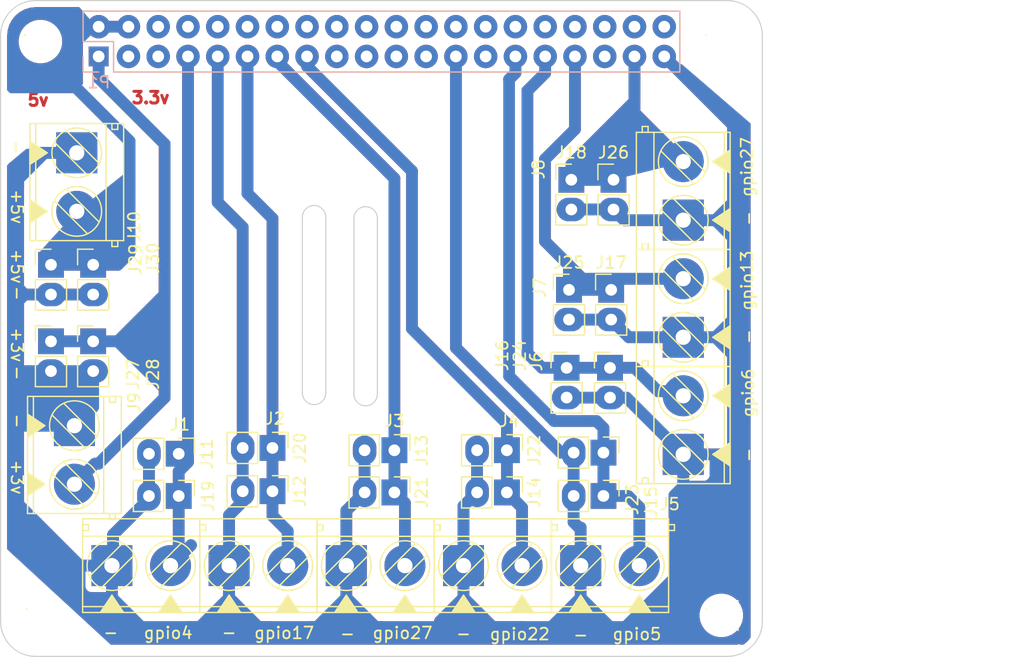
<source format=kicad_pcb>
(kicad_pcb (version 20171130) (host pcbnew "(5.1.2)-2")

  (general
    (thickness 1.6)
    (drawings 59)
    (tracks 500)
    (zones 0)
    (modules 35)
    (nets 32)
  )

  (page A3)
  (title_block
    (date "15 nov 2012")
  )

  (layers
    (0 F.Cu signal)
    (31 B.Cu signal)
    (32 B.Adhes user)
    (33 F.Adhes user)
    (34 B.Paste user)
    (35 F.Paste user)
    (36 B.SilkS user)
    (37 F.SilkS user)
    (38 B.Mask user)
    (39 F.Mask user)
    (40 Dwgs.User user)
    (41 Cmts.User user)
    (42 Eco1.User user)
    (43 Eco2.User user)
    (44 Edge.Cuts user)
    (45 Margin user)
    (46 B.CrtYd user)
    (47 F.CrtYd user)
  )

  (setup
    (last_trace_width 1)
    (trace_clearance 0.8)
    (zone_clearance 0.508)
    (zone_45_only no)
    (trace_min 0.1524)
    (via_size 0.9)
    (via_drill 0.6)
    (via_min_size 0.8)
    (via_min_drill 0.5)
    (uvia_size 0.5)
    (uvia_drill 0.1)
    (uvias_allowed no)
    (uvia_min_size 0.5)
    (uvia_min_drill 0.1)
    (edge_width 0.1)
    (segment_width 0.1)
    (pcb_text_width 0.25)
    (pcb_text_size 1 1)
    (mod_edge_width 0.15)
    (mod_text_size 1 1)
    (mod_text_width 0.15)
    (pad_size 2 2)
    (pad_drill 1)
    (pad_to_mask_clearance 0)
    (aux_axis_origin 200 150)
    (grid_origin 200 150)
    (visible_elements 7FFFFFFF)
    (pcbplotparams
      (layerselection 0x00030_80000001)
      (usegerberextensions true)
      (usegerberattributes false)
      (usegerberadvancedattributes false)
      (creategerberjobfile false)
      (excludeedgelayer true)
      (linewidth 0.150000)
      (plotframeref false)
      (viasonmask false)
      (mode 1)
      (useauxorigin false)
      (hpglpennumber 1)
      (hpglpenspeed 20)
      (hpglpendiameter 15.000000)
      (psnegative false)
      (psa4output false)
      (plotreference true)
      (plotvalue true)
      (plotinvisibletext false)
      (padsonsilk false)
      (subtractmaskfromsilk false)
      (outputformat 1)
      (mirror false)
      (drillshape 1)
      (scaleselection 1)
      (outputdirectory ""))
  )

  (net 0 "")
  (net 1 +3V3)
  (net 2 +5V)
  (net 3 GND)
  (net 4 /ID_SD)
  (net 5 /ID_SC)
  (net 6 /GPIO5)
  (net 7 /GPIO6)
  (net 8 /GPIO26)
  (net 9 "/GPIO2(SDA1)")
  (net 10 "/GPIO3(SCL1)")
  (net 11 "/GPIO4(GCLK)")
  (net 12 "/GPIO14(TXD0)")
  (net 13 "/GPIO15(RXD0)")
  (net 14 "/GPIO17(GEN0)")
  (net 15 "/GPIO27(GEN2)")
  (net 16 "/GPIO22(GEN3)")
  (net 17 "/GPIO23(GEN4)")
  (net 18 "/GPIO24(GEN5)")
  (net 19 "/GPIO25(GEN6)")
  (net 20 "/GPIO18(GEN1)(PWM0)")
  (net 21 "/GPIO9(SPI0_MISO)")
  (net 22 "/GPIO11(SPI0_SCK)")
  (net 23 "/GPIO8(SPI0_CE_N)")
  (net 24 "/GPIO7(SPI1_CE_N)")
  (net 25 "/GPIO12(PWM0)")
  (net 26 "/GPIO13(PWM1)")
  (net 27 "/GPIO19(SPI1_MISO)")
  (net 28 /GPIO16)
  (net 29 "/GPIO20(SPI1_MOSI)")
  (net 30 "/GPIO21(SPI1_SCK)")
  (net 31 "Net-(P1-Pad19)")

  (net_class Default "This is the default net class."
    (clearance 0.8)
    (trace_width 1)
    (via_dia 0.9)
    (via_drill 0.6)
    (uvia_dia 0.5)
    (uvia_drill 0.1)
    (add_net +3V3)
    (add_net +5V)
    (add_net "/GPIO11(SPI0_SCK)")
    (add_net "/GPIO12(PWM0)")
    (add_net "/GPIO13(PWM1)")
    (add_net "/GPIO14(TXD0)")
    (add_net "/GPIO15(RXD0)")
    (add_net /GPIO16)
    (add_net "/GPIO17(GEN0)")
    (add_net "/GPIO18(GEN1)(PWM0)")
    (add_net "/GPIO19(SPI1_MISO)")
    (add_net "/GPIO2(SDA1)")
    (add_net "/GPIO20(SPI1_MOSI)")
    (add_net "/GPIO21(SPI1_SCK)")
    (add_net "/GPIO22(GEN3)")
    (add_net "/GPIO23(GEN4)")
    (add_net "/GPIO24(GEN5)")
    (add_net "/GPIO25(GEN6)")
    (add_net /GPIO26)
    (add_net "/GPIO27(GEN2)")
    (add_net "/GPIO3(SCL1)")
    (add_net "/GPIO4(GCLK)")
    (add_net /GPIO5)
    (add_net /GPIO6)
    (add_net "/GPIO7(SPI1_CE_N)")
    (add_net "/GPIO8(SPI0_CE_N)")
    (add_net "/GPIO9(SPI0_MISO)")
    (add_net /ID_SC)
    (add_net /ID_SD)
    (add_net GND)
    (add_net "Net-(P1-Pad19)")
  )

  (net_class Power ""
    (clearance 0.2)
    (trace_width 0.5)
    (via_dia 1)
    (via_drill 0.7)
    (uvia_dia 0.5)
    (uvia_drill 0.1)
  )

  (module atx:PinHeader_1x02_P2.54mm_Vertical (layer F.Cu) (tedit 5DD9C79F) (tstamp 5DE6DE1A)
    (at 207.9 116.56)
    (descr "Through hole straight pin header, 1x02, 2.54mm pitch, single row")
    (tags "Through hole pin header THT 1x02 2.54mm single row")
    (path /5DEF8524)
    (fp_text reference J30 (at 5.1 -0.56 90) (layer F.SilkS)
      (effects (font (size 1 1) (thickness 0.15)))
    )
    (fp_text value Conn_01x02_Male (at 0 4.87 -180) (layer F.Fab)
      (effects (font (size 1 1) (thickness 0.15)))
    )
    (fp_line (start -0.635 -1.27) (end 1.27 -1.27) (layer F.Fab) (width 0.1))
    (fp_line (start 1.27 -1.27) (end 1.27 3.81) (layer F.Fab) (width 0.1))
    (fp_line (start 1.27 3.81) (end -1.27 3.81) (layer F.Fab) (width 0.1))
    (fp_line (start -1.27 3.81) (end -1.27 -0.635) (layer F.Fab) (width 0.1))
    (fp_line (start -1.27 -0.635) (end -0.635 -1.27) (layer F.Fab) (width 0.1))
    (fp_line (start -1.33 3.87) (end 1.33 3.87) (layer F.SilkS) (width 0.12))
    (fp_line (start -1.33 1.27) (end -1.33 3.87) (layer F.SilkS) (width 0.12))
    (fp_line (start 1.33 1.27) (end 1.33 3.87) (layer F.SilkS) (width 0.12))
    (fp_line (start -1.33 1.27) (end 1.33 1.27) (layer F.SilkS) (width 0.12))
    (fp_line (start -1.33 0) (end -1.33 -1.33) (layer F.SilkS) (width 0.12))
    (fp_line (start -1.33 -1.33) (end 0 -1.33) (layer F.SilkS) (width 0.12))
    (fp_line (start -1.8 -1.8) (end -1.8 4.35) (layer F.CrtYd) (width 0.05))
    (fp_line (start -1.8 4.35) (end 1.8 4.35) (layer F.CrtYd) (width 0.05))
    (fp_line (start 1.8 4.35) (end 1.8 -1.8) (layer F.CrtYd) (width 0.05))
    (fp_line (start 1.8 -1.8) (end -1.8 -1.8) (layer F.CrtYd) (width 0.05))
    (fp_text user %R (at 0 1.27 -270) (layer F.Fab)
      (effects (font (size 1 1) (thickness 0.15)))
    )
    (pad 1 thru_hole rect (at 0 0) (size 2.2 2.2) (drill 1) (layers *.Cu *.Mask)
      (net 2 +5V))
    (pad 2 thru_hole oval (at 0 2.54) (size 2.5 2) (drill 1) (layers *.Cu *.Mask)
      (net 3 GND))
    (model ${KISYS3DMOD}/Connector_PinHeader_2.54mm.3dshapes/PinHeader_1x02_P2.54mm_Vertical.wrl
      (at (xyz 0 0 0))
      (scale (xyz 1 1 1))
      (rotate (xyz 0 0 0))
    )
  )

  (module atx:PinHeader_1x02_P2.54mm_Vertical (layer F.Cu) (tedit 5DD9C79F) (tstamp 5DE6DE04)
    (at 204.3 116.56)
    (descr "Through hole straight pin header, 1x02, 2.54mm pitch, single row")
    (tags "Through hole pin header THT 1x02 2.54mm single row")
    (path /5DEEE128)
    (fp_text reference J29 (at 7.2 -0.46 90) (layer F.SilkS)
      (effects (font (size 1 1) (thickness 0.15)))
    )
    (fp_text value Conn_01x02_Male (at 0 4.87 -180) (layer F.Fab)
      (effects (font (size 1 1) (thickness 0.15)))
    )
    (fp_line (start -0.635 -1.27) (end 1.27 -1.27) (layer F.Fab) (width 0.1))
    (fp_line (start 1.27 -1.27) (end 1.27 3.81) (layer F.Fab) (width 0.1))
    (fp_line (start 1.27 3.81) (end -1.27 3.81) (layer F.Fab) (width 0.1))
    (fp_line (start -1.27 3.81) (end -1.27 -0.635) (layer F.Fab) (width 0.1))
    (fp_line (start -1.27 -0.635) (end -0.635 -1.27) (layer F.Fab) (width 0.1))
    (fp_line (start -1.33 3.87) (end 1.33 3.87) (layer F.SilkS) (width 0.12))
    (fp_line (start -1.33 1.27) (end -1.33 3.87) (layer F.SilkS) (width 0.12))
    (fp_line (start 1.33 1.27) (end 1.33 3.87) (layer F.SilkS) (width 0.12))
    (fp_line (start -1.33 1.27) (end 1.33 1.27) (layer F.SilkS) (width 0.12))
    (fp_line (start -1.33 0) (end -1.33 -1.33) (layer F.SilkS) (width 0.12))
    (fp_line (start -1.33 -1.33) (end 0 -1.33) (layer F.SilkS) (width 0.12))
    (fp_line (start -1.8 -1.8) (end -1.8 4.35) (layer F.CrtYd) (width 0.05))
    (fp_line (start -1.8 4.35) (end 1.8 4.35) (layer F.CrtYd) (width 0.05))
    (fp_line (start 1.8 4.35) (end 1.8 -1.8) (layer F.CrtYd) (width 0.05))
    (fp_line (start 1.8 -1.8) (end -1.8 -1.8) (layer F.CrtYd) (width 0.05))
    (fp_text user %R (at 0 1.27 -270) (layer F.Fab)
      (effects (font (size 1 1) (thickness 0.15)))
    )
    (pad 1 thru_hole rect (at 0 0) (size 2.2 2.2) (drill 1) (layers *.Cu *.Mask)
      (net 2 +5V))
    (pad 2 thru_hole oval (at 0 2.54) (size 2.5 2) (drill 1) (layers *.Cu *.Mask)
      (net 3 GND))
    (model ${KISYS3DMOD}/Connector_PinHeader_2.54mm.3dshapes/PinHeader_1x02_P2.54mm_Vertical.wrl
      (at (xyz 0 0 0))
      (scale (xyz 1 1 1))
      (rotate (xyz 0 0 0))
    )
  )

  (module atx:PinHeader_1x02_P2.54mm_Vertical (layer F.Cu) (tedit 5DD9C79F) (tstamp 5DE6DDEE)
    (at 207.9 123.1)
    (descr "Through hole straight pin header, 1x02, 2.54mm pitch, single row")
    (tags "Through hole pin header THT 1x02 2.54mm single row")
    (path /5DEF851A)
    (fp_text reference J28 (at 5.1 2.8 270) (layer F.SilkS)
      (effects (font (size 1 1) (thickness 0.15)))
    )
    (fp_text value Conn_01x02_Male (at 0 4.87 180) (layer F.Fab)
      (effects (font (size 1 1) (thickness 0.15)))
    )
    (fp_line (start -0.635 -1.27) (end 1.27 -1.27) (layer F.Fab) (width 0.1))
    (fp_line (start 1.27 -1.27) (end 1.27 3.81) (layer F.Fab) (width 0.1))
    (fp_line (start 1.27 3.81) (end -1.27 3.81) (layer F.Fab) (width 0.1))
    (fp_line (start -1.27 3.81) (end -1.27 -0.635) (layer F.Fab) (width 0.1))
    (fp_line (start -1.27 -0.635) (end -0.635 -1.27) (layer F.Fab) (width 0.1))
    (fp_line (start -1.33 3.87) (end 1.33 3.87) (layer F.SilkS) (width 0.12))
    (fp_line (start -1.33 1.27) (end -1.33 3.87) (layer F.SilkS) (width 0.12))
    (fp_line (start 1.33 1.27) (end 1.33 3.87) (layer F.SilkS) (width 0.12))
    (fp_line (start -1.33 1.27) (end 1.33 1.27) (layer F.SilkS) (width 0.12))
    (fp_line (start -1.33 0) (end -1.33 -1.33) (layer F.SilkS) (width 0.12))
    (fp_line (start -1.33 -1.33) (end 0 -1.33) (layer F.SilkS) (width 0.12))
    (fp_line (start -1.8 -1.8) (end -1.8 4.35) (layer F.CrtYd) (width 0.05))
    (fp_line (start -1.8 4.35) (end 1.8 4.35) (layer F.CrtYd) (width 0.05))
    (fp_line (start 1.8 4.35) (end 1.8 -1.8) (layer F.CrtYd) (width 0.05))
    (fp_line (start 1.8 -1.8) (end -1.8 -1.8) (layer F.CrtYd) (width 0.05))
    (fp_text user %R (at 0 1.27 90) (layer F.Fab)
      (effects (font (size 1 1) (thickness 0.15)))
    )
    (pad 1 thru_hole rect (at 0 0) (size 2.2 2.2) (drill 1) (layers *.Cu *.Mask)
      (net 1 +3V3))
    (pad 2 thru_hole oval (at 0 2.54) (size 2.5 2) (drill 1) (layers *.Cu *.Mask)
      (net 3 GND))
    (model ${KISYS3DMOD}/Connector_PinHeader_2.54mm.3dshapes/PinHeader_1x02_P2.54mm_Vertical.wrl
      (at (xyz 0 0 0))
      (scale (xyz 1 1 1))
      (rotate (xyz 0 0 0))
    )
  )

  (module atx:PinHeader_1x02_P2.54mm_Vertical (layer F.Cu) (tedit 5DD9C79F) (tstamp 5DE6DDD8)
    (at 204.3 123.1)
    (descr "Through hole straight pin header, 1x02, 2.54mm pitch, single row")
    (tags "Through hole pin header THT 1x02 2.54mm single row")
    (path /5DEEE11E)
    (fp_text reference J27 (at 7 2.8 270) (layer F.SilkS)
      (effects (font (size 1 1) (thickness 0.15)))
    )
    (fp_text value Conn_01x02_Male (at 0 4.87 180) (layer F.Fab)
      (effects (font (size 1 1) (thickness 0.15)))
    )
    (fp_line (start -0.635 -1.27) (end 1.27 -1.27) (layer F.Fab) (width 0.1))
    (fp_line (start 1.27 -1.27) (end 1.27 3.81) (layer F.Fab) (width 0.1))
    (fp_line (start 1.27 3.81) (end -1.27 3.81) (layer F.Fab) (width 0.1))
    (fp_line (start -1.27 3.81) (end -1.27 -0.635) (layer F.Fab) (width 0.1))
    (fp_line (start -1.27 -0.635) (end -0.635 -1.27) (layer F.Fab) (width 0.1))
    (fp_line (start -1.33 3.87) (end 1.33 3.87) (layer F.SilkS) (width 0.12))
    (fp_line (start -1.33 1.27) (end -1.33 3.87) (layer F.SilkS) (width 0.12))
    (fp_line (start 1.33 1.27) (end 1.33 3.87) (layer F.SilkS) (width 0.12))
    (fp_line (start -1.33 1.27) (end 1.33 1.27) (layer F.SilkS) (width 0.12))
    (fp_line (start -1.33 0) (end -1.33 -1.33) (layer F.SilkS) (width 0.12))
    (fp_line (start -1.33 -1.33) (end 0 -1.33) (layer F.SilkS) (width 0.12))
    (fp_line (start -1.8 -1.8) (end -1.8 4.35) (layer F.CrtYd) (width 0.05))
    (fp_line (start -1.8 4.35) (end 1.8 4.35) (layer F.CrtYd) (width 0.05))
    (fp_line (start 1.8 4.35) (end 1.8 -1.8) (layer F.CrtYd) (width 0.05))
    (fp_line (start 1.8 -1.8) (end -1.8 -1.8) (layer F.CrtYd) (width 0.05))
    (fp_text user %R (at 0 1.27 90) (layer F.Fab)
      (effects (font (size 1 1) (thickness 0.15)))
    )
    (pad 1 thru_hole rect (at 0 0) (size 2.2 2.2) (drill 1) (layers *.Cu *.Mask)
      (net 1 +3V3))
    (pad 2 thru_hole oval (at 0 2.54) (size 2.5 2) (drill 1) (layers *.Cu *.Mask)
      (net 3 GND))
    (model ${KISYS3DMOD}/Connector_PinHeader_2.54mm.3dshapes/PinHeader_1x02_P2.54mm_Vertical.wrl
      (at (xyz 0 0 0))
      (scale (xyz 1 1 1))
      (rotate (xyz 0 0 0))
    )
  )

  (module atx:PinHeader_1x02_P2.54mm_Vertical (layer F.Cu) (tedit 5DD9C79F) (tstamp 5DE6DDC2)
    (at 252.3 109.3)
    (descr "Through hole straight pin header, 1x02, 2.54mm pitch, single row")
    (tags "Through hole pin header THT 1x02 2.54mm single row")
    (path /5DEA20D4)
    (fp_text reference J26 (at 0 -2.33 180) (layer F.SilkS)
      (effects (font (size 1 1) (thickness 0.15)))
    )
    (fp_text value Conn_01x02_Male (at 0 4.87 180) (layer F.Fab)
      (effects (font (size 1 1) (thickness 0.15)))
    )
    (fp_line (start -0.635 -1.27) (end 1.27 -1.27) (layer F.Fab) (width 0.1))
    (fp_line (start 1.27 -1.27) (end 1.27 3.81) (layer F.Fab) (width 0.1))
    (fp_line (start 1.27 3.81) (end -1.27 3.81) (layer F.Fab) (width 0.1))
    (fp_line (start -1.27 3.81) (end -1.27 -0.635) (layer F.Fab) (width 0.1))
    (fp_line (start -1.27 -0.635) (end -0.635 -1.27) (layer F.Fab) (width 0.1))
    (fp_line (start -1.33 3.87) (end 1.33 3.87) (layer F.SilkS) (width 0.12))
    (fp_line (start -1.33 1.27) (end -1.33 3.87) (layer F.SilkS) (width 0.12))
    (fp_line (start 1.33 1.27) (end 1.33 3.87) (layer F.SilkS) (width 0.12))
    (fp_line (start -1.33 1.27) (end 1.33 1.27) (layer F.SilkS) (width 0.12))
    (fp_line (start -1.33 0) (end -1.33 -1.33) (layer F.SilkS) (width 0.12))
    (fp_line (start -1.33 -1.33) (end 0 -1.33) (layer F.SilkS) (width 0.12))
    (fp_line (start -1.8 -1.8) (end -1.8 4.35) (layer F.CrtYd) (width 0.05))
    (fp_line (start -1.8 4.35) (end 1.8 4.35) (layer F.CrtYd) (width 0.05))
    (fp_line (start 1.8 4.35) (end 1.8 -1.8) (layer F.CrtYd) (width 0.05))
    (fp_line (start 1.8 -1.8) (end -1.8 -1.8) (layer F.CrtYd) (width 0.05))
    (fp_text user %R (at 0 1.27 -270) (layer F.Fab)
      (effects (font (size 1 1) (thickness 0.15)))
    )
    (pad 1 thru_hole rect (at 0 0) (size 2.2 2.2) (drill 1) (layers *.Cu *.Mask)
      (net 8 /GPIO26))
    (pad 2 thru_hole oval (at 0 2.54) (size 2.5 2) (drill 1) (layers *.Cu *.Mask)
      (net 3 GND))
    (model ${KISYS3DMOD}/Connector_PinHeader_2.54mm.3dshapes/PinHeader_1x02_P2.54mm_Vertical.wrl
      (at (xyz 0 0 0))
      (scale (xyz 1 1 1))
      (rotate (xyz 0 0 0))
    )
  )

  (module atx:PinHeader_1x02_P2.54mm_Vertical (layer F.Cu) (tedit 5DD9C79F) (tstamp 5DE6DDAC)
    (at 248.5 118.7)
    (descr "Through hole straight pin header, 1x02, 2.54mm pitch, single row")
    (tags "Through hole pin header THT 1x02 2.54mm single row")
    (path /5DE9C8ED)
    (fp_text reference J25 (at 0 -2.33 180) (layer F.SilkS)
      (effects (font (size 1 1) (thickness 0.15)))
    )
    (fp_text value Conn_01x02_Male (at 0 4.87 180) (layer F.Fab)
      (effects (font (size 1 1) (thickness 0.15)))
    )
    (fp_line (start -0.635 -1.27) (end 1.27 -1.27) (layer F.Fab) (width 0.1))
    (fp_line (start 1.27 -1.27) (end 1.27 3.81) (layer F.Fab) (width 0.1))
    (fp_line (start 1.27 3.81) (end -1.27 3.81) (layer F.Fab) (width 0.1))
    (fp_line (start -1.27 3.81) (end -1.27 -0.635) (layer F.Fab) (width 0.1))
    (fp_line (start -1.27 -0.635) (end -0.635 -1.27) (layer F.Fab) (width 0.1))
    (fp_line (start -1.33 3.87) (end 1.33 3.87) (layer F.SilkS) (width 0.12))
    (fp_line (start -1.33 1.27) (end -1.33 3.87) (layer F.SilkS) (width 0.12))
    (fp_line (start 1.33 1.27) (end 1.33 3.87) (layer F.SilkS) (width 0.12))
    (fp_line (start -1.33 1.27) (end 1.33 1.27) (layer F.SilkS) (width 0.12))
    (fp_line (start -1.33 0) (end -1.33 -1.33) (layer F.SilkS) (width 0.12))
    (fp_line (start -1.33 -1.33) (end 0 -1.33) (layer F.SilkS) (width 0.12))
    (fp_line (start -1.8 -1.8) (end -1.8 4.35) (layer F.CrtYd) (width 0.05))
    (fp_line (start -1.8 4.35) (end 1.8 4.35) (layer F.CrtYd) (width 0.05))
    (fp_line (start 1.8 4.35) (end 1.8 -1.8) (layer F.CrtYd) (width 0.05))
    (fp_line (start 1.8 -1.8) (end -1.8 -1.8) (layer F.CrtYd) (width 0.05))
    (fp_text user %R (at 0 1.27 90) (layer F.Fab)
      (effects (font (size 1 1) (thickness 0.15)))
    )
    (pad 1 thru_hole rect (at 0 0) (size 2.2 2.2) (drill 1) (layers *.Cu *.Mask)
      (net 26 "/GPIO13(PWM1)"))
    (pad 2 thru_hole oval (at 0 2.54) (size 2.5 2) (drill 1) (layers *.Cu *.Mask)
      (net 3 GND))
    (model ${KISYS3DMOD}/Connector_PinHeader_2.54mm.3dshapes/PinHeader_1x02_P2.54mm_Vertical.wrl
      (at (xyz 0 0 0))
      (scale (xyz 1 1 1))
      (rotate (xyz 0 0 0))
    )
  )

  (module atx:PinHeader_1x02_P2.54mm_Vertical (layer F.Cu) (tedit 5DD9C79F) (tstamp 5DE6DD96)
    (at 248.3 125.36)
    (descr "Through hole straight pin header, 1x02, 2.54mm pitch, single row")
    (tags "Through hole pin header THT 1x02 2.54mm single row")
    (path /5DE9767A)
    (fp_text reference J24 (at -4 -1.06 270) (layer F.SilkS)
      (effects (font (size 1 1) (thickness 0.15)))
    )
    (fp_text value Conn_01x02_Male (at 0 4.87 180) (layer F.Fab)
      (effects (font (size 1 1) (thickness 0.15)))
    )
    (fp_line (start -0.635 -1.27) (end 1.27 -1.27) (layer F.Fab) (width 0.1))
    (fp_line (start 1.27 -1.27) (end 1.27 3.81) (layer F.Fab) (width 0.1))
    (fp_line (start 1.27 3.81) (end -1.27 3.81) (layer F.Fab) (width 0.1))
    (fp_line (start -1.27 3.81) (end -1.27 -0.635) (layer F.Fab) (width 0.1))
    (fp_line (start -1.27 -0.635) (end -0.635 -1.27) (layer F.Fab) (width 0.1))
    (fp_line (start -1.33 3.87) (end 1.33 3.87) (layer F.SilkS) (width 0.12))
    (fp_line (start -1.33 1.27) (end -1.33 3.87) (layer F.SilkS) (width 0.12))
    (fp_line (start 1.33 1.27) (end 1.33 3.87) (layer F.SilkS) (width 0.12))
    (fp_line (start -1.33 1.27) (end 1.33 1.27) (layer F.SilkS) (width 0.12))
    (fp_line (start -1.33 0) (end -1.33 -1.33) (layer F.SilkS) (width 0.12))
    (fp_line (start -1.33 -1.33) (end 0 -1.33) (layer F.SilkS) (width 0.12))
    (fp_line (start -1.8 -1.8) (end -1.8 4.35) (layer F.CrtYd) (width 0.05))
    (fp_line (start -1.8 4.35) (end 1.8 4.35) (layer F.CrtYd) (width 0.05))
    (fp_line (start 1.8 4.35) (end 1.8 -1.8) (layer F.CrtYd) (width 0.05))
    (fp_line (start 1.8 -1.8) (end -1.8 -1.8) (layer F.CrtYd) (width 0.05))
    (fp_text user %R (at 0 1.27 90) (layer F.Fab)
      (effects (font (size 1 1) (thickness 0.15)))
    )
    (pad 1 thru_hole rect (at 0 0) (size 2.2 2.2) (drill 1) (layers *.Cu *.Mask)
      (net 7 /GPIO6))
    (pad 2 thru_hole oval (at 0 2.54) (size 2.5 2) (drill 1) (layers *.Cu *.Mask)
      (net 3 GND))
    (model ${KISYS3DMOD}/Connector_PinHeader_2.54mm.3dshapes/PinHeader_1x02_P2.54mm_Vertical.wrl
      (at (xyz 0 0 0))
      (scale (xyz 1 1 1))
      (rotate (xyz 0 0 0))
    )
  )

  (module atx:PinHeader_1x02_P2.54mm_Vertical (layer F.Cu) (tedit 5DD9C79F) (tstamp 5DE6DD80)
    (at 251.44 136.3 270)
    (descr "Through hole straight pin header, 1x02, 2.54mm pitch, single row")
    (tags "Through hole pin header THT 1x02 2.54mm single row")
    (path /5DE93052)
    (fp_text reference J23 (at 0.3 -2.46 270) (layer F.SilkS)
      (effects (font (size 1 1) (thickness 0.15)))
    )
    (fp_text value Conn_01x02_Male (at 0 4.87 270) (layer F.Fab)
      (effects (font (size 1 1) (thickness 0.15)))
    )
    (fp_line (start -0.635 -1.27) (end 1.27 -1.27) (layer F.Fab) (width 0.1))
    (fp_line (start 1.27 -1.27) (end 1.27 3.81) (layer F.Fab) (width 0.1))
    (fp_line (start 1.27 3.81) (end -1.27 3.81) (layer F.Fab) (width 0.1))
    (fp_line (start -1.27 3.81) (end -1.27 -0.635) (layer F.Fab) (width 0.1))
    (fp_line (start -1.27 -0.635) (end -0.635 -1.27) (layer F.Fab) (width 0.1))
    (fp_line (start -1.33 3.87) (end 1.33 3.87) (layer F.SilkS) (width 0.12))
    (fp_line (start -1.33 1.27) (end -1.33 3.87) (layer F.SilkS) (width 0.12))
    (fp_line (start 1.33 1.27) (end 1.33 3.87) (layer F.SilkS) (width 0.12))
    (fp_line (start -1.33 1.27) (end 1.33 1.27) (layer F.SilkS) (width 0.12))
    (fp_line (start -1.33 0) (end -1.33 -1.33) (layer F.SilkS) (width 0.12))
    (fp_line (start -1.33 -1.33) (end 0 -1.33) (layer F.SilkS) (width 0.12))
    (fp_line (start -1.8 -1.8) (end -1.8 4.35) (layer F.CrtYd) (width 0.05))
    (fp_line (start -1.8 4.35) (end 1.8 4.35) (layer F.CrtYd) (width 0.05))
    (fp_line (start 1.8 4.35) (end 1.8 -1.8) (layer F.CrtYd) (width 0.05))
    (fp_line (start 1.8 -1.8) (end -1.8 -1.8) (layer F.CrtYd) (width 0.05))
    (fp_text user %R (at 0 1.27) (layer F.Fab)
      (effects (font (size 1 1) (thickness 0.15)))
    )
    (pad 1 thru_hole rect (at 0 0 270) (size 2.2 2.2) (drill 1) (layers *.Cu *.Mask)
      (net 6 /GPIO5))
    (pad 2 thru_hole oval (at 0 2.54 270) (size 2.5 2) (drill 1) (layers *.Cu *.Mask)
      (net 3 GND))
    (model ${KISYS3DMOD}/Connector_PinHeader_2.54mm.3dshapes/PinHeader_1x02_P2.54mm_Vertical.wrl
      (at (xyz 0 0 0))
      (scale (xyz 1 1 1))
      (rotate (xyz 0 0 0))
    )
  )

  (module atx:PinHeader_1x02_P2.54mm_Vertical (layer F.Cu) (tedit 5DD9C79F) (tstamp 5DE6DD6A)
    (at 243.2 132.4 270)
    (descr "Through hole straight pin header, 1x02, 2.54mm pitch, single row")
    (tags "Through hole pin header THT 1x02 2.54mm single row")
    (path /5DE8D71E)
    (fp_text reference J22 (at 0 -2.33 270) (layer F.SilkS)
      (effects (font (size 1 1) (thickness 0.15)))
    )
    (fp_text value Conn_01x02_Male (at 0 4.87 270) (layer F.Fab)
      (effects (font (size 1 1) (thickness 0.15)))
    )
    (fp_line (start -0.635 -1.27) (end 1.27 -1.27) (layer F.Fab) (width 0.1))
    (fp_line (start 1.27 -1.27) (end 1.27 3.81) (layer F.Fab) (width 0.1))
    (fp_line (start 1.27 3.81) (end -1.27 3.81) (layer F.Fab) (width 0.1))
    (fp_line (start -1.27 3.81) (end -1.27 -0.635) (layer F.Fab) (width 0.1))
    (fp_line (start -1.27 -0.635) (end -0.635 -1.27) (layer F.Fab) (width 0.1))
    (fp_line (start -1.33 3.87) (end 1.33 3.87) (layer F.SilkS) (width 0.12))
    (fp_line (start -1.33 1.27) (end -1.33 3.87) (layer F.SilkS) (width 0.12))
    (fp_line (start 1.33 1.27) (end 1.33 3.87) (layer F.SilkS) (width 0.12))
    (fp_line (start -1.33 1.27) (end 1.33 1.27) (layer F.SilkS) (width 0.12))
    (fp_line (start -1.33 0) (end -1.33 -1.33) (layer F.SilkS) (width 0.12))
    (fp_line (start -1.33 -1.33) (end 0 -1.33) (layer F.SilkS) (width 0.12))
    (fp_line (start -1.8 -1.8) (end -1.8 4.35) (layer F.CrtYd) (width 0.05))
    (fp_line (start -1.8 4.35) (end 1.8 4.35) (layer F.CrtYd) (width 0.05))
    (fp_line (start 1.8 4.35) (end 1.8 -1.8) (layer F.CrtYd) (width 0.05))
    (fp_line (start 1.8 -1.8) (end -1.8 -1.8) (layer F.CrtYd) (width 0.05))
    (fp_text user %R (at 0 1.27) (layer F.Fab)
      (effects (font (size 1 1) (thickness 0.15)))
    )
    (pad 1 thru_hole rect (at 0 0 270) (size 2.2 2.2) (drill 1) (layers *.Cu *.Mask)
      (net 16 "/GPIO22(GEN3)"))
    (pad 2 thru_hole oval (at 0 2.54 270) (size 2.5 2) (drill 1) (layers *.Cu *.Mask)
      (net 3 GND))
    (model ${KISYS3DMOD}/Connector_PinHeader_2.54mm.3dshapes/PinHeader_1x02_P2.54mm_Vertical.wrl
      (at (xyz 0 0 0))
      (scale (xyz 1 1 1))
      (rotate (xyz 0 0 0))
    )
  )

  (module atx:PinHeader_1x02_P2.54mm_Vertical (layer F.Cu) (tedit 5DD9C79F) (tstamp 5DE6DD54)
    (at 233.6 136 270)
    (descr "Through hole straight pin header, 1x02, 2.54mm pitch, single row")
    (tags "Through hole pin header THT 1x02 2.54mm single row")
    (path /5DE8717E)
    (fp_text reference J21 (at 0 -2.33 270) (layer F.SilkS)
      (effects (font (size 1 1) (thickness 0.15)))
    )
    (fp_text value Conn_01x02_Male (at 0 4.87 270) (layer F.Fab)
      (effects (font (size 1 1) (thickness 0.15)))
    )
    (fp_line (start -0.635 -1.27) (end 1.27 -1.27) (layer F.Fab) (width 0.1))
    (fp_line (start 1.27 -1.27) (end 1.27 3.81) (layer F.Fab) (width 0.1))
    (fp_line (start 1.27 3.81) (end -1.27 3.81) (layer F.Fab) (width 0.1))
    (fp_line (start -1.27 3.81) (end -1.27 -0.635) (layer F.Fab) (width 0.1))
    (fp_line (start -1.27 -0.635) (end -0.635 -1.27) (layer F.Fab) (width 0.1))
    (fp_line (start -1.33 3.87) (end 1.33 3.87) (layer F.SilkS) (width 0.12))
    (fp_line (start -1.33 1.27) (end -1.33 3.87) (layer F.SilkS) (width 0.12))
    (fp_line (start 1.33 1.27) (end 1.33 3.87) (layer F.SilkS) (width 0.12))
    (fp_line (start -1.33 1.27) (end 1.33 1.27) (layer F.SilkS) (width 0.12))
    (fp_line (start -1.33 0) (end -1.33 -1.33) (layer F.SilkS) (width 0.12))
    (fp_line (start -1.33 -1.33) (end 0 -1.33) (layer F.SilkS) (width 0.12))
    (fp_line (start -1.8 -1.8) (end -1.8 4.35) (layer F.CrtYd) (width 0.05))
    (fp_line (start -1.8 4.35) (end 1.8 4.35) (layer F.CrtYd) (width 0.05))
    (fp_line (start 1.8 4.35) (end 1.8 -1.8) (layer F.CrtYd) (width 0.05))
    (fp_line (start 1.8 -1.8) (end -1.8 -1.8) (layer F.CrtYd) (width 0.05))
    (fp_text user %R (at 0 1.27) (layer F.Fab)
      (effects (font (size 1 1) (thickness 0.15)))
    )
    (pad 1 thru_hole rect (at 0 0 270) (size 2.2 2.2) (drill 1) (layers *.Cu *.Mask)
      (net 15 "/GPIO27(GEN2)"))
    (pad 2 thru_hole oval (at 0 2.54 270) (size 2.5 2) (drill 1) (layers *.Cu *.Mask)
      (net 3 GND))
    (model ${KISYS3DMOD}/Connector_PinHeader_2.54mm.3dshapes/PinHeader_1x02_P2.54mm_Vertical.wrl
      (at (xyz 0 0 0))
      (scale (xyz 1 1 1))
      (rotate (xyz 0 0 0))
    )
  )

  (module atx:PinHeader_1x02_P2.54mm_Vertical (layer F.Cu) (tedit 5DD9C79F) (tstamp 5DE6DD3E)
    (at 223.2 132.2 270)
    (descr "Through hole straight pin header, 1x02, 2.54mm pitch, single row")
    (tags "Through hole pin header THT 1x02 2.54mm single row")
    (path /5DE7F7B2)
    (fp_text reference J20 (at 0 -2.33 270) (layer F.SilkS)
      (effects (font (size 1 1) (thickness 0.15)))
    )
    (fp_text value Conn_01x02_Male (at 0 4.87 270) (layer F.Fab)
      (effects (font (size 1 1) (thickness 0.15)))
    )
    (fp_line (start -0.635 -1.27) (end 1.27 -1.27) (layer F.Fab) (width 0.1))
    (fp_line (start 1.27 -1.27) (end 1.27 3.81) (layer F.Fab) (width 0.1))
    (fp_line (start 1.27 3.81) (end -1.27 3.81) (layer F.Fab) (width 0.1))
    (fp_line (start -1.27 3.81) (end -1.27 -0.635) (layer F.Fab) (width 0.1))
    (fp_line (start -1.27 -0.635) (end -0.635 -1.27) (layer F.Fab) (width 0.1))
    (fp_line (start -1.33 3.87) (end 1.33 3.87) (layer F.SilkS) (width 0.12))
    (fp_line (start -1.33 1.27) (end -1.33 3.87) (layer F.SilkS) (width 0.12))
    (fp_line (start 1.33 1.27) (end 1.33 3.87) (layer F.SilkS) (width 0.12))
    (fp_line (start -1.33 1.27) (end 1.33 1.27) (layer F.SilkS) (width 0.12))
    (fp_line (start -1.33 0) (end -1.33 -1.33) (layer F.SilkS) (width 0.12))
    (fp_line (start -1.33 -1.33) (end 0 -1.33) (layer F.SilkS) (width 0.12))
    (fp_line (start -1.8 -1.8) (end -1.8 4.35) (layer F.CrtYd) (width 0.05))
    (fp_line (start -1.8 4.35) (end 1.8 4.35) (layer F.CrtYd) (width 0.05))
    (fp_line (start 1.8 4.35) (end 1.8 -1.8) (layer F.CrtYd) (width 0.05))
    (fp_line (start 1.8 -1.8) (end -1.8 -1.8) (layer F.CrtYd) (width 0.05))
    (fp_text user %R (at 0 1.27) (layer F.Fab)
      (effects (font (size 1 1) (thickness 0.15)))
    )
    (pad 1 thru_hole rect (at 0 0 270) (size 2.2 2.2) (drill 1) (layers *.Cu *.Mask)
      (net 14 "/GPIO17(GEN0)"))
    (pad 2 thru_hole oval (at 0 2.54 270) (size 2.5 2) (drill 1) (layers *.Cu *.Mask)
      (net 3 GND))
    (model ${KISYS3DMOD}/Connector_PinHeader_2.54mm.3dshapes/PinHeader_1x02_P2.54mm_Vertical.wrl
      (at (xyz 0 0 0))
      (scale (xyz 1 1 1))
      (rotate (xyz 0 0 0))
    )
  )

  (module atx:PinHeader_1x02_P2.54mm_Vertical (layer F.Cu) (tedit 5DD9C79F) (tstamp 5DE6DD28)
    (at 215.2 136.3 270)
    (descr "Through hole straight pin header, 1x02, 2.54mm pitch, single row")
    (tags "Through hole pin header THT 1x02 2.54mm single row")
    (path /5DE742A7)
    (fp_text reference J19 (at 0 -2.5 270) (layer F.SilkS)
      (effects (font (size 1 1) (thickness 0.15)))
    )
    (fp_text value Conn_01x02_Male (at 0 4.87 270) (layer F.Fab)
      (effects (font (size 1 1) (thickness 0.15)))
    )
    (fp_line (start -0.635 -1.27) (end 1.27 -1.27) (layer F.Fab) (width 0.1))
    (fp_line (start 1.27 -1.27) (end 1.27 3.81) (layer F.Fab) (width 0.1))
    (fp_line (start 1.27 3.81) (end -1.27 3.81) (layer F.Fab) (width 0.1))
    (fp_line (start -1.27 3.81) (end -1.27 -0.635) (layer F.Fab) (width 0.1))
    (fp_line (start -1.27 -0.635) (end -0.635 -1.27) (layer F.Fab) (width 0.1))
    (fp_line (start -1.33 3.87) (end 1.33 3.87) (layer F.SilkS) (width 0.12))
    (fp_line (start -1.33 1.27) (end -1.33 3.87) (layer F.SilkS) (width 0.12))
    (fp_line (start 1.33 1.27) (end 1.33 3.87) (layer F.SilkS) (width 0.12))
    (fp_line (start -1.33 1.27) (end 1.33 1.27) (layer F.SilkS) (width 0.12))
    (fp_line (start -1.33 0) (end -1.33 -1.33) (layer F.SilkS) (width 0.12))
    (fp_line (start -1.33 -1.33) (end 0 -1.33) (layer F.SilkS) (width 0.12))
    (fp_line (start -1.8 -1.8) (end -1.8 4.35) (layer F.CrtYd) (width 0.05))
    (fp_line (start -1.8 4.35) (end 1.8 4.35) (layer F.CrtYd) (width 0.05))
    (fp_line (start 1.8 4.35) (end 1.8 -1.8) (layer F.CrtYd) (width 0.05))
    (fp_line (start 1.8 -1.8) (end -1.8 -1.8) (layer F.CrtYd) (width 0.05))
    (fp_text user %R (at 0 1.27) (layer F.Fab)
      (effects (font (size 1 1) (thickness 0.15)))
    )
    (pad 1 thru_hole rect (at 0 0 270) (size 2.2 2.2) (drill 1) (layers *.Cu *.Mask)
      (net 11 "/GPIO4(GCLK)"))
    (pad 2 thru_hole oval (at 0 2.54 270) (size 2.5 2) (drill 1) (layers *.Cu *.Mask)
      (net 3 GND))
    (model ${KISYS3DMOD}/Connector_PinHeader_2.54mm.3dshapes/PinHeader_1x02_P2.54mm_Vertical.wrl
      (at (xyz 0 0 0))
      (scale (xyz 1 1 1))
      (rotate (xyz 0 0 0))
    )
  )

  (module atx:PinHeader_1x02_P2.54mm_Vertical (layer F.Cu) (tedit 5DD9C79F) (tstamp 5DE6DD12)
    (at 248.7 109.3)
    (descr "Through hole straight pin header, 1x02, 2.54mm pitch, single row")
    (tags "Through hole pin header THT 1x02 2.54mm single row")
    (path /5DEA20CA)
    (fp_text reference J18 (at 0 -2.33 180) (layer F.SilkS)
      (effects (font (size 1 1) (thickness 0.15)))
    )
    (fp_text value Conn_01x02_Male (at 0 4.87 180) (layer F.Fab)
      (effects (font (size 1 1) (thickness 0.15)))
    )
    (fp_line (start -0.635 -1.27) (end 1.27 -1.27) (layer F.Fab) (width 0.1))
    (fp_line (start 1.27 -1.27) (end 1.27 3.81) (layer F.Fab) (width 0.1))
    (fp_line (start 1.27 3.81) (end -1.27 3.81) (layer F.Fab) (width 0.1))
    (fp_line (start -1.27 3.81) (end -1.27 -0.635) (layer F.Fab) (width 0.1))
    (fp_line (start -1.27 -0.635) (end -0.635 -1.27) (layer F.Fab) (width 0.1))
    (fp_line (start -1.33 3.87) (end 1.33 3.87) (layer F.SilkS) (width 0.12))
    (fp_line (start -1.33 1.27) (end -1.33 3.87) (layer F.SilkS) (width 0.12))
    (fp_line (start 1.33 1.27) (end 1.33 3.87) (layer F.SilkS) (width 0.12))
    (fp_line (start -1.33 1.27) (end 1.33 1.27) (layer F.SilkS) (width 0.12))
    (fp_line (start -1.33 0) (end -1.33 -1.33) (layer F.SilkS) (width 0.12))
    (fp_line (start -1.33 -1.33) (end 0 -1.33) (layer F.SilkS) (width 0.12))
    (fp_line (start -1.8 -1.8) (end -1.8 4.35) (layer F.CrtYd) (width 0.05))
    (fp_line (start -1.8 4.35) (end 1.8 4.35) (layer F.CrtYd) (width 0.05))
    (fp_line (start 1.8 4.35) (end 1.8 -1.8) (layer F.CrtYd) (width 0.05))
    (fp_line (start 1.8 -1.8) (end -1.8 -1.8) (layer F.CrtYd) (width 0.05))
    (fp_text user %R (at 0 1.27 90) (layer F.Fab)
      (effects (font (size 1 1) (thickness 0.15)))
    )
    (pad 1 thru_hole rect (at 0 0) (size 2.2 2.2) (drill 1) (layers *.Cu *.Mask)
      (net 8 /GPIO26))
    (pad 2 thru_hole oval (at 0 2.54) (size 2.5 2) (drill 1) (layers *.Cu *.Mask)
      (net 3 GND))
    (model ${KISYS3DMOD}/Connector_PinHeader_2.54mm.3dshapes/PinHeader_1x02_P2.54mm_Vertical.wrl
      (at (xyz 0 0 0))
      (scale (xyz 1 1 1))
      (rotate (xyz 0 0 0))
    )
  )

  (module atx:PinHeader_1x02_P2.54mm_Vertical (layer F.Cu) (tedit 5DD9C79F) (tstamp 5DE6DCFC)
    (at 252.1 118.7)
    (descr "Through hole straight pin header, 1x02, 2.54mm pitch, single row")
    (tags "Through hole pin header THT 1x02 2.54mm single row")
    (path /5DE9C8E3)
    (fp_text reference J17 (at 0 -2.33 -180) (layer F.SilkS)
      (effects (font (size 1 1) (thickness 0.15)))
    )
    (fp_text value Conn_01x02_Male (at 0 4.87 -180) (layer F.Fab)
      (effects (font (size 1 1) (thickness 0.15)))
    )
    (fp_line (start -0.635 -1.27) (end 1.27 -1.27) (layer F.Fab) (width 0.1))
    (fp_line (start 1.27 -1.27) (end 1.27 3.81) (layer F.Fab) (width 0.1))
    (fp_line (start 1.27 3.81) (end -1.27 3.81) (layer F.Fab) (width 0.1))
    (fp_line (start -1.27 3.81) (end -1.27 -0.635) (layer F.Fab) (width 0.1))
    (fp_line (start -1.27 -0.635) (end -0.635 -1.27) (layer F.Fab) (width 0.1))
    (fp_line (start -1.33 3.87) (end 1.33 3.87) (layer F.SilkS) (width 0.12))
    (fp_line (start -1.33 1.27) (end -1.33 3.87) (layer F.SilkS) (width 0.12))
    (fp_line (start 1.33 1.27) (end 1.33 3.87) (layer F.SilkS) (width 0.12))
    (fp_line (start -1.33 1.27) (end 1.33 1.27) (layer F.SilkS) (width 0.12))
    (fp_line (start -1.33 0) (end -1.33 -1.33) (layer F.SilkS) (width 0.12))
    (fp_line (start -1.33 -1.33) (end 0 -1.33) (layer F.SilkS) (width 0.12))
    (fp_line (start -1.8 -1.8) (end -1.8 4.35) (layer F.CrtYd) (width 0.05))
    (fp_line (start -1.8 4.35) (end 1.8 4.35) (layer F.CrtYd) (width 0.05))
    (fp_line (start 1.8 4.35) (end 1.8 -1.8) (layer F.CrtYd) (width 0.05))
    (fp_line (start 1.8 -1.8) (end -1.8 -1.8) (layer F.CrtYd) (width 0.05))
    (fp_text user %R (at 0 1.27 -270) (layer F.Fab)
      (effects (font (size 1 1) (thickness 0.15)))
    )
    (pad 1 thru_hole rect (at 0 0) (size 2.2 2.2) (drill 1) (layers *.Cu *.Mask)
      (net 26 "/GPIO13(PWM1)"))
    (pad 2 thru_hole oval (at 0 2.54) (size 2.5 2) (drill 1) (layers *.Cu *.Mask)
      (net 3 GND))
    (model ${KISYS3DMOD}/Connector_PinHeader_2.54mm.3dshapes/PinHeader_1x02_P2.54mm_Vertical.wrl
      (at (xyz 0 0 0))
      (scale (xyz 1 1 1))
      (rotate (xyz 0 0 0))
    )
  )

  (module atx:PinHeader_1x02_P2.54mm_Vertical (layer F.Cu) (tedit 5DD9C79F) (tstamp 5DE6DCE6)
    (at 252 125.36)
    (descr "Through hole straight pin header, 1x02, 2.54mm pitch, single row")
    (tags "Through hole pin header THT 1x02 2.54mm single row")
    (path /5DE97670)
    (fp_text reference J16 (at -9.2 -1.06 90) (layer F.SilkS)
      (effects (font (size 1 1) (thickness 0.15)))
    )
    (fp_text value Conn_01x02_Male (at 0 4.87 -180) (layer F.Fab)
      (effects (font (size 1 1) (thickness 0.15)))
    )
    (fp_line (start -0.635 -1.27) (end 1.27 -1.27) (layer F.Fab) (width 0.1))
    (fp_line (start 1.27 -1.27) (end 1.27 3.81) (layer F.Fab) (width 0.1))
    (fp_line (start 1.27 3.81) (end -1.27 3.81) (layer F.Fab) (width 0.1))
    (fp_line (start -1.27 3.81) (end -1.27 -0.635) (layer F.Fab) (width 0.1))
    (fp_line (start -1.27 -0.635) (end -0.635 -1.27) (layer F.Fab) (width 0.1))
    (fp_line (start -1.33 3.87) (end 1.33 3.87) (layer F.SilkS) (width 0.12))
    (fp_line (start -1.33 1.27) (end -1.33 3.87) (layer F.SilkS) (width 0.12))
    (fp_line (start 1.33 1.27) (end 1.33 3.87) (layer F.SilkS) (width 0.12))
    (fp_line (start -1.33 1.27) (end 1.33 1.27) (layer F.SilkS) (width 0.12))
    (fp_line (start -1.33 0) (end -1.33 -1.33) (layer F.SilkS) (width 0.12))
    (fp_line (start -1.33 -1.33) (end 0 -1.33) (layer F.SilkS) (width 0.12))
    (fp_line (start -1.8 -1.8) (end -1.8 4.35) (layer F.CrtYd) (width 0.05))
    (fp_line (start -1.8 4.35) (end 1.8 4.35) (layer F.CrtYd) (width 0.05))
    (fp_line (start 1.8 4.35) (end 1.8 -1.8) (layer F.CrtYd) (width 0.05))
    (fp_line (start 1.8 -1.8) (end -1.8 -1.8) (layer F.CrtYd) (width 0.05))
    (fp_text user %R (at 0 1.27 -270) (layer F.Fab)
      (effects (font (size 1 1) (thickness 0.15)))
    )
    (pad 1 thru_hole rect (at 0 0) (size 2.2 2.2) (drill 1) (layers *.Cu *.Mask)
      (net 7 /GPIO6))
    (pad 2 thru_hole oval (at 0 2.54) (size 2.5 2) (drill 1) (layers *.Cu *.Mask)
      (net 3 GND))
    (model ${KISYS3DMOD}/Connector_PinHeader_2.54mm.3dshapes/PinHeader_1x02_P2.54mm_Vertical.wrl
      (at (xyz 0 0 0))
      (scale (xyz 1 1 1))
      (rotate (xyz 0 0 0))
    )
  )

  (module atx:PinHeader_1x02_P2.54mm_Vertical (layer F.Cu) (tedit 5DD9C79F) (tstamp 5DE6DCD0)
    (at 251.44 132.6 270)
    (descr "Through hole straight pin header, 1x02, 2.54mm pitch, single row")
    (tags "Through hole pin header THT 1x02 2.54mm single row")
    (path /5DE93048)
    (fp_text reference J15 (at 4.2 -4.06 270) (layer F.SilkS)
      (effects (font (size 1 1) (thickness 0.15)))
    )
    (fp_text value Conn_01x02_Male (at 0 4.87 270) (layer F.Fab)
      (effects (font (size 1 1) (thickness 0.15)))
    )
    (fp_line (start -0.635 -1.27) (end 1.27 -1.27) (layer F.Fab) (width 0.1))
    (fp_line (start 1.27 -1.27) (end 1.27 3.81) (layer F.Fab) (width 0.1))
    (fp_line (start 1.27 3.81) (end -1.27 3.81) (layer F.Fab) (width 0.1))
    (fp_line (start -1.27 3.81) (end -1.27 -0.635) (layer F.Fab) (width 0.1))
    (fp_line (start -1.27 -0.635) (end -0.635 -1.27) (layer F.Fab) (width 0.1))
    (fp_line (start -1.33 3.87) (end 1.33 3.87) (layer F.SilkS) (width 0.12))
    (fp_line (start -1.33 1.27) (end -1.33 3.87) (layer F.SilkS) (width 0.12))
    (fp_line (start 1.33 1.27) (end 1.33 3.87) (layer F.SilkS) (width 0.12))
    (fp_line (start -1.33 1.27) (end 1.33 1.27) (layer F.SilkS) (width 0.12))
    (fp_line (start -1.33 0) (end -1.33 -1.33) (layer F.SilkS) (width 0.12))
    (fp_line (start -1.33 -1.33) (end 0 -1.33) (layer F.SilkS) (width 0.12))
    (fp_line (start -1.8 -1.8) (end -1.8 4.35) (layer F.CrtYd) (width 0.05))
    (fp_line (start -1.8 4.35) (end 1.8 4.35) (layer F.CrtYd) (width 0.05))
    (fp_line (start 1.8 4.35) (end 1.8 -1.8) (layer F.CrtYd) (width 0.05))
    (fp_line (start 1.8 -1.8) (end -1.8 -1.8) (layer F.CrtYd) (width 0.05))
    (fp_text user %R (at 0 1.27) (layer F.Fab)
      (effects (font (size 1 1) (thickness 0.15)))
    )
    (pad 1 thru_hole rect (at 0 0 270) (size 2.2 2.2) (drill 1) (layers *.Cu *.Mask)
      (net 6 /GPIO5))
    (pad 2 thru_hole oval (at 0 2.54 270) (size 2.5 2) (drill 1) (layers *.Cu *.Mask)
      (net 3 GND))
    (model ${KISYS3DMOD}/Connector_PinHeader_2.54mm.3dshapes/PinHeader_1x02_P2.54mm_Vertical.wrl
      (at (xyz 0 0 0))
      (scale (xyz 1 1 1))
      (rotate (xyz 0 0 0))
    )
  )

  (module atx:PinHeader_1x02_P2.54mm_Vertical (layer F.Cu) (tedit 5DD9C79F) (tstamp 5DE6DCBA)
    (at 243.2 136 270)
    (descr "Through hole straight pin header, 1x02, 2.54mm pitch, single row")
    (tags "Through hole pin header THT 1x02 2.54mm single row")
    (path /5DE8D714)
    (fp_text reference J14 (at 0 -2.33 270) (layer F.SilkS)
      (effects (font (size 1 1) (thickness 0.15)))
    )
    (fp_text value Conn_01x02_Male (at 0 4.87 270) (layer F.Fab)
      (effects (font (size 1 1) (thickness 0.15)))
    )
    (fp_line (start -0.635 -1.27) (end 1.27 -1.27) (layer F.Fab) (width 0.1))
    (fp_line (start 1.27 -1.27) (end 1.27 3.81) (layer F.Fab) (width 0.1))
    (fp_line (start 1.27 3.81) (end -1.27 3.81) (layer F.Fab) (width 0.1))
    (fp_line (start -1.27 3.81) (end -1.27 -0.635) (layer F.Fab) (width 0.1))
    (fp_line (start -1.27 -0.635) (end -0.635 -1.27) (layer F.Fab) (width 0.1))
    (fp_line (start -1.33 3.87) (end 1.33 3.87) (layer F.SilkS) (width 0.12))
    (fp_line (start -1.33 1.27) (end -1.33 3.87) (layer F.SilkS) (width 0.12))
    (fp_line (start 1.33 1.27) (end 1.33 3.87) (layer F.SilkS) (width 0.12))
    (fp_line (start -1.33 1.27) (end 1.33 1.27) (layer F.SilkS) (width 0.12))
    (fp_line (start -1.33 0) (end -1.33 -1.33) (layer F.SilkS) (width 0.12))
    (fp_line (start -1.33 -1.33) (end 0 -1.33) (layer F.SilkS) (width 0.12))
    (fp_line (start -1.8 -1.8) (end -1.8 4.35) (layer F.CrtYd) (width 0.05))
    (fp_line (start -1.8 4.35) (end 1.8 4.35) (layer F.CrtYd) (width 0.05))
    (fp_line (start 1.8 4.35) (end 1.8 -1.8) (layer F.CrtYd) (width 0.05))
    (fp_line (start 1.8 -1.8) (end -1.8 -1.8) (layer F.CrtYd) (width 0.05))
    (fp_text user %R (at 0 1.27) (layer F.Fab)
      (effects (font (size 1 1) (thickness 0.15)))
    )
    (pad 1 thru_hole rect (at 0 0 270) (size 2.2 2.2) (drill 1) (layers *.Cu *.Mask)
      (net 16 "/GPIO22(GEN3)"))
    (pad 2 thru_hole oval (at 0 2.54 270) (size 2.5 2) (drill 1) (layers *.Cu *.Mask)
      (net 3 GND))
    (model ${KISYS3DMOD}/Connector_PinHeader_2.54mm.3dshapes/PinHeader_1x02_P2.54mm_Vertical.wrl
      (at (xyz 0 0 0))
      (scale (xyz 1 1 1))
      (rotate (xyz 0 0 0))
    )
  )

  (module atx:PinHeader_1x02_P2.54mm_Vertical (layer F.Cu) (tedit 5DD9C79F) (tstamp 5DE6DCA4)
    (at 233.6 132.4 270)
    (descr "Through hole straight pin header, 1x02, 2.54mm pitch, single row")
    (tags "Through hole pin header THT 1x02 2.54mm single row")
    (path /5DE87174)
    (fp_text reference J13 (at 0 -2.33 270) (layer F.SilkS)
      (effects (font (size 1 1) (thickness 0.15)))
    )
    (fp_text value Conn_01x02_Male (at 0 4.87 270) (layer F.Fab)
      (effects (font (size 1 1) (thickness 0.15)))
    )
    (fp_line (start -0.635 -1.27) (end 1.27 -1.27) (layer F.Fab) (width 0.1))
    (fp_line (start 1.27 -1.27) (end 1.27 3.81) (layer F.Fab) (width 0.1))
    (fp_line (start 1.27 3.81) (end -1.27 3.81) (layer F.Fab) (width 0.1))
    (fp_line (start -1.27 3.81) (end -1.27 -0.635) (layer F.Fab) (width 0.1))
    (fp_line (start -1.27 -0.635) (end -0.635 -1.27) (layer F.Fab) (width 0.1))
    (fp_line (start -1.33 3.87) (end 1.33 3.87) (layer F.SilkS) (width 0.12))
    (fp_line (start -1.33 1.27) (end -1.33 3.87) (layer F.SilkS) (width 0.12))
    (fp_line (start 1.33 1.27) (end 1.33 3.87) (layer F.SilkS) (width 0.12))
    (fp_line (start -1.33 1.27) (end 1.33 1.27) (layer F.SilkS) (width 0.12))
    (fp_line (start -1.33 0) (end -1.33 -1.33) (layer F.SilkS) (width 0.12))
    (fp_line (start -1.33 -1.33) (end 0 -1.33) (layer F.SilkS) (width 0.12))
    (fp_line (start -1.8 -1.8) (end -1.8 4.35) (layer F.CrtYd) (width 0.05))
    (fp_line (start -1.8 4.35) (end 1.8 4.35) (layer F.CrtYd) (width 0.05))
    (fp_line (start 1.8 4.35) (end 1.8 -1.8) (layer F.CrtYd) (width 0.05))
    (fp_line (start 1.8 -1.8) (end -1.8 -1.8) (layer F.CrtYd) (width 0.05))
    (fp_text user %R (at 0 1.27) (layer F.Fab)
      (effects (font (size 1 1) (thickness 0.15)))
    )
    (pad 1 thru_hole rect (at 0 0 270) (size 2.2 2.2) (drill 1) (layers *.Cu *.Mask)
      (net 15 "/GPIO27(GEN2)"))
    (pad 2 thru_hole oval (at 0 2.54 270) (size 2.5 2) (drill 1) (layers *.Cu *.Mask)
      (net 3 GND))
    (model ${KISYS3DMOD}/Connector_PinHeader_2.54mm.3dshapes/PinHeader_1x02_P2.54mm_Vertical.wrl
      (at (xyz 0 0 0))
      (scale (xyz 1 1 1))
      (rotate (xyz 0 0 0))
    )
  )

  (module atx:PinHeader_1x02_P2.54mm_Vertical (layer F.Cu) (tedit 5DD9C79F) (tstamp 5DE6DC8E)
    (at 223.2 135.9 270)
    (descr "Through hole straight pin header, 1x02, 2.54mm pitch, single row")
    (tags "Through hole pin header THT 1x02 2.54mm single row")
    (path /5DE7F7A8)
    (fp_text reference J12 (at 0 -2.33 270) (layer F.SilkS)
      (effects (font (size 1 1) (thickness 0.15)))
    )
    (fp_text value Conn_01x02_Male (at 0 4.87 270) (layer F.Fab)
      (effects (font (size 1 1) (thickness 0.15)))
    )
    (fp_line (start -0.635 -1.27) (end 1.27 -1.27) (layer F.Fab) (width 0.1))
    (fp_line (start 1.27 -1.27) (end 1.27 3.81) (layer F.Fab) (width 0.1))
    (fp_line (start 1.27 3.81) (end -1.27 3.81) (layer F.Fab) (width 0.1))
    (fp_line (start -1.27 3.81) (end -1.27 -0.635) (layer F.Fab) (width 0.1))
    (fp_line (start -1.27 -0.635) (end -0.635 -1.27) (layer F.Fab) (width 0.1))
    (fp_line (start -1.33 3.87) (end 1.33 3.87) (layer F.SilkS) (width 0.12))
    (fp_line (start -1.33 1.27) (end -1.33 3.87) (layer F.SilkS) (width 0.12))
    (fp_line (start 1.33 1.27) (end 1.33 3.87) (layer F.SilkS) (width 0.12))
    (fp_line (start -1.33 1.27) (end 1.33 1.27) (layer F.SilkS) (width 0.12))
    (fp_line (start -1.33 0) (end -1.33 -1.33) (layer F.SilkS) (width 0.12))
    (fp_line (start -1.33 -1.33) (end 0 -1.33) (layer F.SilkS) (width 0.12))
    (fp_line (start -1.8 -1.8) (end -1.8 4.35) (layer F.CrtYd) (width 0.05))
    (fp_line (start -1.8 4.35) (end 1.8 4.35) (layer F.CrtYd) (width 0.05))
    (fp_line (start 1.8 4.35) (end 1.8 -1.8) (layer F.CrtYd) (width 0.05))
    (fp_line (start 1.8 -1.8) (end -1.8 -1.8) (layer F.CrtYd) (width 0.05))
    (fp_text user %R (at 0 1.27) (layer F.Fab)
      (effects (font (size 1 1) (thickness 0.15)))
    )
    (pad 1 thru_hole rect (at 0 0 270) (size 2.2 2.2) (drill 1) (layers *.Cu *.Mask)
      (net 14 "/GPIO17(GEN0)"))
    (pad 2 thru_hole oval (at 0 2.54 270) (size 2.5 2) (drill 1) (layers *.Cu *.Mask)
      (net 3 GND))
    (model ${KISYS3DMOD}/Connector_PinHeader_2.54mm.3dshapes/PinHeader_1x02_P2.54mm_Vertical.wrl
      (at (xyz 0 0 0))
      (scale (xyz 1 1 1))
      (rotate (xyz 0 0 0))
    )
  )

  (module atx:PinHeader_1x02_P2.54mm_Vertical (layer F.Cu) (tedit 5DD9C79F) (tstamp 5DE6DC78)
    (at 215.2 132.7 270)
    (descr "Through hole straight pin header, 1x02, 2.54mm pitch, single row")
    (tags "Through hole pin header THT 1x02 2.54mm single row")
    (path /5DE7053C)
    (fp_text reference J11 (at 0 -2.4 270) (layer F.SilkS)
      (effects (font (size 1 1) (thickness 0.15)))
    )
    (fp_text value Conn_01x02_Male (at 0 4.87 270) (layer F.Fab)
      (effects (font (size 1 1) (thickness 0.15)))
    )
    (fp_line (start -0.635 -1.27) (end 1.27 -1.27) (layer F.Fab) (width 0.1))
    (fp_line (start 1.27 -1.27) (end 1.27 3.81) (layer F.Fab) (width 0.1))
    (fp_line (start 1.27 3.81) (end -1.27 3.81) (layer F.Fab) (width 0.1))
    (fp_line (start -1.27 3.81) (end -1.27 -0.635) (layer F.Fab) (width 0.1))
    (fp_line (start -1.27 -0.635) (end -0.635 -1.27) (layer F.Fab) (width 0.1))
    (fp_line (start -1.33 3.87) (end 1.33 3.87) (layer F.SilkS) (width 0.12))
    (fp_line (start -1.33 1.27) (end -1.33 3.87) (layer F.SilkS) (width 0.12))
    (fp_line (start 1.33 1.27) (end 1.33 3.87) (layer F.SilkS) (width 0.12))
    (fp_line (start -1.33 1.27) (end 1.33 1.27) (layer F.SilkS) (width 0.12))
    (fp_line (start -1.33 0) (end -1.33 -1.33) (layer F.SilkS) (width 0.12))
    (fp_line (start -1.33 -1.33) (end 0 -1.33) (layer F.SilkS) (width 0.12))
    (fp_line (start -1.8 -1.8) (end -1.8 4.35) (layer F.CrtYd) (width 0.05))
    (fp_line (start -1.8 4.35) (end 1.8 4.35) (layer F.CrtYd) (width 0.05))
    (fp_line (start 1.8 4.35) (end 1.8 -1.8) (layer F.CrtYd) (width 0.05))
    (fp_line (start 1.8 -1.8) (end -1.8 -1.8) (layer F.CrtYd) (width 0.05))
    (fp_text user %R (at 0 1.27) (layer F.Fab)
      (effects (font (size 1 1) (thickness 0.15)))
    )
    (pad 1 thru_hole rect (at 0 0 270) (size 2.2 2.2) (drill 1) (layers *.Cu *.Mask)
      (net 11 "/GPIO4(GCLK)"))
    (pad 2 thru_hole oval (at 0 2.54 270) (size 2.5 2) (drill 1) (layers *.Cu *.Mask)
      (net 3 GND))
    (model ${KISYS3DMOD}/Connector_PinHeader_2.54mm.3dshapes/PinHeader_1x02_P2.54mm_Vertical.wrl
      (at (xyz 0 0 0))
      (scale (xyz 1 1 1))
      (rotate (xyz 0 0 0))
    )
  )

  (module Socket_Strips:Socket_Strip_Straight_2x20_Pitch2.54mm (layer B.Cu) (tedit 5DE581A8) (tstamp 580C7F66)
    (at 208.37 98.77 270)
    (descr "Through hole straight socket strip, 2x20, 2.54mm pitch, double rows")
    (tags "Through hole socket strip THT 2x20 2.54mm double row")
    (path /59AD464A)
    (fp_text reference P1 (at 2.208 -0.012 180) (layer B.SilkS)
      (effects (font (size 1 1) (thickness 0.15)) (justify mirror))
    )
    (fp_text value Conn_02x20_Odd_Even (at -1.27 -50.59 90) (layer B.Fab)
      (effects (font (size 1 1) (thickness 0.15)) (justify mirror))
    )
    (fp_line (start -3.81 1.27) (end -3.81 -49.53) (layer B.Fab) (width 0.1))
    (fp_line (start -3.81 -49.53) (end 1.27 -49.53) (layer B.Fab) (width 0.1))
    (fp_line (start 1.27 -49.53) (end 1.27 1.27) (layer B.Fab) (width 0.1))
    (fp_line (start 1.27 1.27) (end -3.81 1.27) (layer B.Fab) (width 0.1))
    (fp_line (start 1.33 -1.27) (end 1.33 -49.59) (layer B.SilkS) (width 0.12))
    (fp_line (start 1.33 -49.59) (end -3.87 -49.59) (layer B.SilkS) (width 0.12))
    (fp_line (start -3.87 -49.59) (end -3.87 1.33) (layer B.SilkS) (width 0.12))
    (fp_line (start -3.87 1.33) (end -1.27 1.33) (layer B.SilkS) (width 0.12))
    (fp_line (start -1.27 1.33) (end -1.27 -1.27) (layer B.SilkS) (width 0.12))
    (fp_line (start -1.27 -1.27) (end 1.33 -1.27) (layer B.SilkS) (width 0.12))
    (fp_line (start 1.33 0) (end 1.33 1.33) (layer B.SilkS) (width 0.12))
    (fp_line (start 1.33 1.33) (end 0.06 1.33) (layer B.SilkS) (width 0.12))
    (fp_line (start -4.35 1.8) (end -4.35 -50.05) (layer B.CrtYd) (width 0.05))
    (fp_line (start -4.35 -50.05) (end 1.8 -50.05) (layer B.CrtYd) (width 0.05))
    (fp_line (start 1.8 -50.05) (end 1.8 1.8) (layer B.CrtYd) (width 0.05))
    (fp_text user %R (at -1.27 3.81 90) (layer B.Fab)
      (effects (font (size 1 1) (thickness 0.15)) (justify mirror))
    )
    (pad 1 thru_hole rect (at 0 0 270) (size 1.7 1.7) (drill 1) (layers *.Cu *.Mask)
      (net 1 +3V3))
    (pad 2 thru_hole circle (at -2.54 0 270) (size 2 2) (drill 1) (layers *.Cu *.Mask)
      (net 2 +5V))
    (pad 3 thru_hole circle (at 0 -2.54 270) (size 2 2) (drill 1) (layers *.Cu *.Mask)
      (net 9 "/GPIO2(SDA1)"))
    (pad 4 thru_hole circle (at -2.54 -2.54 270) (size 2 2) (drill 1) (layers *.Cu *.Mask)
      (net 2 +5V))
    (pad 5 thru_hole circle (at 0 -5.08 270) (size 2 2) (drill 1) (layers *.Cu *.Mask)
      (net 10 "/GPIO3(SCL1)"))
    (pad 6 thru_hole circle (at -2.54 -5.08 270) (size 2 2) (drill 1) (layers *.Cu *.Mask)
      (net 3 GND))
    (pad 7 thru_hole circle (at 0 -7.62 270) (size 2 2) (drill 1) (layers *.Cu *.Mask)
      (net 11 "/GPIO4(GCLK)"))
    (pad 8 thru_hole circle (at -2.54 -7.62 270) (size 2 2) (drill 1) (layers *.Cu *.Mask)
      (net 12 "/GPIO14(TXD0)"))
    (pad 9 thru_hole circle (at 0 -10.16 270) (size 2 2) (drill 1) (layers *.Cu *.Mask)
      (net 3 GND))
    (pad 10 thru_hole circle (at -2.54 -10.16 270) (size 2 2) (drill 1) (layers *.Cu *.Mask)
      (net 13 "/GPIO15(RXD0)"))
    (pad 11 thru_hole circle (at 0 -12.7 270) (size 2 2) (drill 1) (layers *.Cu *.Mask)
      (net 14 "/GPIO17(GEN0)"))
    (pad 12 thru_hole circle (at -2.54 -12.7 270) (size 2 2) (drill 1) (layers *.Cu *.Mask)
      (net 20 "/GPIO18(GEN1)(PWM0)"))
    (pad 13 thru_hole circle (at 0 -15.24 270) (size 2 2) (drill 1) (layers *.Cu *.Mask)
      (net 15 "/GPIO27(GEN2)"))
    (pad 14 thru_hole circle (at -2.54 -15.24 270) (size 2 2) (drill 1) (layers *.Cu *.Mask)
      (net 3 GND))
    (pad 15 thru_hole circle (at 0 -17.78 270) (size 2 2) (drill 1) (layers *.Cu *.Mask)
      (net 16 "/GPIO22(GEN3)"))
    (pad 16 thru_hole circle (at -2.54 -17.78 270) (size 2 2) (drill 1) (layers *.Cu *.Mask)
      (net 17 "/GPIO23(GEN4)"))
    (pad 17 thru_hole circle (at 0 -20.32 270) (size 2 2) (drill 1) (layers *.Cu *.Mask)
      (net 1 +3V3))
    (pad 18 thru_hole circle (at -2.54 -20.32 270) (size 2 2) (drill 1) (layers *.Cu *.Mask)
      (net 18 "/GPIO24(GEN5)"))
    (pad 19 thru_hole circle (at 0 -22.86 270) (size 2 2) (drill 1) (layers *.Cu *.Mask)
      (net 31 "Net-(P1-Pad19)"))
    (pad 20 thru_hole circle (at -2.54 -22.86 270) (size 2 2) (drill 1) (layers *.Cu *.Mask)
      (net 3 GND))
    (pad 21 thru_hole circle (at 0 -25.4 270) (size 2 2) (drill 1) (layers *.Cu *.Mask)
      (net 21 "/GPIO9(SPI0_MISO)"))
    (pad 22 thru_hole circle (at -2.54 -25.4 270) (size 2 2) (drill 1) (layers *.Cu *.Mask)
      (net 19 "/GPIO25(GEN6)"))
    (pad 23 thru_hole circle (at 0 -27.94 270) (size 2 2) (drill 1) (layers *.Cu *.Mask)
      (net 22 "/GPIO11(SPI0_SCK)"))
    (pad 24 thru_hole circle (at -2.54 -27.94 270) (size 2 2) (drill 1) (layers *.Cu *.Mask)
      (net 23 "/GPIO8(SPI0_CE_N)"))
    (pad 25 thru_hole circle (at 0 -30.48 270) (size 2 2) (drill 1) (layers *.Cu *.Mask)
      (net 3 GND))
    (pad 26 thru_hole circle (at -2.54 -30.48 270) (size 2 2) (drill 1) (layers *.Cu *.Mask)
      (net 24 "/GPIO7(SPI1_CE_N)"))
    (pad 27 thru_hole circle (at 0 -33.02 270) (size 2 2) (drill 1) (layers *.Cu *.Mask)
      (net 4 /ID_SD))
    (pad 28 thru_hole circle (at -2.54 -33.02 270) (size 2 2) (drill 1) (layers *.Cu *.Mask)
      (net 5 /ID_SC))
    (pad 29 thru_hole circle (at 0 -35.56 270) (size 2 2) (drill 1) (layers *.Cu *.Mask)
      (net 6 /GPIO5))
    (pad 30 thru_hole circle (at -2.54 -35.56 270) (size 2 2) (drill 1) (layers *.Cu *.Mask)
      (net 3 GND))
    (pad 31 thru_hole circle (at 0 -38.1 270) (size 2 2) (drill 1) (layers *.Cu *.Mask)
      (net 7 /GPIO6))
    (pad 32 thru_hole circle (at -2.54 -38.1 270) (size 2 2) (drill 1) (layers *.Cu *.Mask)
      (net 25 "/GPIO12(PWM0)"))
    (pad 33 thru_hole circle (at 0 -40.64 270) (size 2 2) (drill 1) (layers *.Cu *.Mask)
      (net 26 "/GPIO13(PWM1)"))
    (pad 34 thru_hole circle (at -2.54 -40.64 270) (size 2 2) (drill 1) (layers *.Cu *.Mask)
      (net 3 GND))
    (pad 35 thru_hole circle (at 0 -43.18 270) (size 2 2) (drill 1) (layers *.Cu *.Mask)
      (net 27 "/GPIO19(SPI1_MISO)"))
    (pad 36 thru_hole circle (at -2.54 -43.18 270) (size 2 2) (drill 1) (layers *.Cu *.Mask)
      (net 28 /GPIO16))
    (pad 37 thru_hole circle (at 0 -45.72 270) (size 2 2) (drill 1) (layers *.Cu *.Mask)
      (net 8 /GPIO26))
    (pad 38 thru_hole circle (at -2.54 -45.72 270) (size 2 2) (drill 1) (layers *.Cu *.Mask)
      (net 29 "/GPIO20(SPI1_MOSI)"))
    (pad 39 thru_hole circle (at 0 -48.26 270) (size 2 2) (drill 1) (layers *.Cu *.Mask)
      (net 3 GND))
    (pad 40 thru_hole circle (at -2.54 -48.26 270) (size 2 2) (drill 1) (layers *.Cu *.Mask)
      (net 30 "/GPIO21(SPI1_SCK)"))
    (model ${KISYS3DMOD}/Socket_Strips.3dshapes/Socket_Strip_Straight_2x20_Pitch2.54mm.wrl
      (offset (xyz -1.269999980926514 -24.12999963760376 0))
      (scale (xyz 1 1 1))
      (rotate (xyz 0 0 270))
    )
  )

  (module atx:bornier_2pts_L10mm_W8mm (layer F.Cu) (tedit 5DCC30CB) (tstamp 5DE471A2)
    (at 206.5 107 270)
    (tags "bornier visse 5mm connecteur")
    (path /5DE8C2AB)
    (fp_text reference J10 (at 6.3 -4.9 90) (layer F.SilkS)
      (effects (font (size 1 1) (thickness 0.15)))
    )
    (fp_text value Conn_01x02_Female (at 2.5 5 90) (layer F.Fab)
      (effects (font (size 1 1) (thickness 0.15)))
    )
    (fp_text user %R (at 2.5 -2 90) (layer F.Fab)
      (effects (font (size 1 1) (thickness 0.15)))
    )
    (fp_line (start -2.5 4) (end -2.5 -4) (layer F.Fab) (width 0.12))
    (fp_line (start 7.5 4) (end -2.5 4) (layer F.Fab) (width 0.12))
    (fp_line (start 7.5 -4) (end 7.5 4) (layer F.Fab) (width 0.12))
    (fp_line (start -2.5 -4) (end 7.5 -4) (layer F.Fab) (width 0.12))
    (fp_line (start -2.5 4) (end -2.5 -4) (layer F.CrtYd) (width 0.12))
    (fp_line (start 7.5 4) (end -2.5 4) (layer F.CrtYd) (width 0.12))
    (fp_line (start 7.5 -4) (end 7.5 4) (layer F.CrtYd) (width 0.12))
    (fp_line (start -2.5 -4) (end 7.5 -4) (layer F.CrtYd) (width 0.12))
    (fp_line (start 6.9 -0.9) (end 4.1 1.9) (layer F.SilkS) (width 0.12))
    (fp_line (start 5.9 -1.9) (end 3.1 0.9) (layer F.SilkS) (width 0.12))
    (fp_circle (center 5 0) (end 6.5 -1.5) (layer F.SilkS) (width 0.12))
    (fp_line (start -0.9 1.9) (end 1.9 -0.9) (layer F.SilkS) (width 0.12))
    (fp_line (start 0.9 -1.9) (end -1.9 0.9) (layer F.SilkS) (width 0.12))
    (fp_poly (pts (xy 5 2.5) (xy 4 4) (xy 6 4)) (layer F.SilkS) (width 0.1))
    (fp_poly (pts (xy 0 2.5) (xy -1 4) (xy 1 4)) (layer F.SilkS) (width 0.1))
    (fp_line (start 8 -3) (end 7.5 -3) (layer F.SilkS) (width 0.12))
    (fp_line (start 8 -3.5) (end 8 -3) (layer F.SilkS) (width 0.12))
    (fp_line (start 7.5 -3.5) (end 8 -3.5) (layer F.SilkS) (width 0.12))
    (fp_line (start -2 -3) (end -2.5 -3) (layer F.SilkS) (width 0.12))
    (fp_line (start -2 -3.5) (end -2 -3) (layer F.SilkS) (width 0.12))
    (fp_line (start -2.5 -3.5) (end -2 -3.5) (layer F.SilkS) (width 0.12))
    (fp_line (start -2.5 -2.5) (end 7.5 -2.5) (layer F.SilkS) (width 0.12))
    (fp_circle (center 0 0) (end 1.5 -1.5) (layer F.SilkS) (width 0.12))
    (fp_line (start -2.5 3.5) (end 7.5 3.5) (layer F.SilkS) (width 0.12))
    (fp_line (start -2.5 4) (end -2.5 -4) (layer F.SilkS) (width 0.12))
    (fp_line (start 7.5 4) (end -2.5 4) (layer F.SilkS) (width 0.12))
    (fp_line (start 7.5 -4) (end 7.5 4) (layer F.SilkS) (width 0.12))
    (fp_line (start -2.5 -4) (end 7.5 -4) (layer F.SilkS) (width 0.12))
    (pad 2 thru_hole circle (at 5 0 270) (size 3.5 3.5) (drill 1.3) (layers *.Cu *.Mask)
      (net 2 +5V))
    (pad 1 thru_hole rect (at 0 0 270) (size 3.5 3.5) (drill 1.3) (layers *.Cu *.Mask)
      (net 3 GND))
  )

  (module MountingHole:MountingHole_2.7mm_M2.5 (layer F.Cu) (tedit 56D1B4CB) (tstamp 5DE46954)
    (at 261.5 146.5)
    (descr "Mounting Hole 2.7mm, no annular, M2.5")
    (tags "mounting hole 2.7mm no annular m2.5")
    (attr virtual)
    (fp_text reference TR4 (at 0 0) (layer F.SilkS)
      (effects (font (size 1 1) (thickness 0.15)))
    )
    (fp_text value MountingHole_2.7mm_M2.5 (at 0 3.7) (layer F.Fab)
      (effects (font (size 1 1) (thickness 0.15)))
    )
    (fp_text user %R (at 0.3 0) (layer F.Fab)
      (effects (font (size 1 1) (thickness 0.15)))
    )
    (fp_circle (center 0 0) (end 2.7 0) (layer Cmts.User) (width 0.15))
    (fp_circle (center 0 0) (end 2.95 0) (layer F.CrtYd) (width 0.05))
    (pad 1 np_thru_hole circle (at 0 0) (size 2.7 2.7) (drill 2.7) (layers *.Cu *.Mask))
  )

  (module MountingHole:MountingHole_2.7mm_M2.5 (layer F.Cu) (tedit 56D1B4CB) (tstamp 5DE46946)
    (at 261.5 97.5)
    (descr "Mounting Hole 2.7mm, no annular, M2.5")
    (tags "mounting hole 2.7mm no annular m2.5")
    (attr virtual)
    (fp_text reference TR3 (at 0 0) (layer F.SilkS)
      (effects (font (size 1 1) (thickness 0.15)))
    )
    (fp_text value MountingHole_2.7mm_M2.5 (at 0 3.7) (layer F.Fab)
      (effects (font (size 1 1) (thickness 0.15)))
    )
    (fp_circle (center 0 0) (end 2.95 0) (layer F.CrtYd) (width 0.05))
    (fp_circle (center 0 0) (end 2.7 0) (layer Cmts.User) (width 0.15))
    (fp_text user %R (at 0.3 0) (layer F.Fab)
      (effects (font (size 1 1) (thickness 0.15)))
    )
    (pad 1 np_thru_hole circle (at 0 0) (size 2.7 2.7) (drill 2.7) (layers *.Cu *.Mask))
  )

  (module MountingHole:MountingHole_2.7mm_M2.5 (layer F.Cu) (tedit 5DE57E40) (tstamp 5DE46938)
    (at 203.3 97.5)
    (descr "Mounting Hole 2.7mm, no annular, M2.5")
    (tags "mounting hole 2.7mm no annular m2.5")
    (attr virtual)
    (fp_text reference TR2 (at 0 0) (layer F.SilkS)
      (effects (font (size 1 1) (thickness 0.15)))
    )
    (fp_text value MountingHole_2.7mm_M2.5 (at 0 3.7) (layer F.Fab)
      (effects (font (size 1 1) (thickness 0.15)))
    )
    (fp_text user %R (at 0.3 0) (layer F.Fab)
      (effects (font (size 1 1) (thickness 0.15)))
    )
    (fp_circle (center 0 0) (end 2.7 0) (layer Cmts.User) (width 0.15))
    (fp_circle (center 0 0) (end 2.95 0) (layer F.CrtYd) (width 0.05))
    (pad "" np_thru_hole circle (at 0.1 0) (size 2.7 2.7) (drill 2.7) (layers *.Cu *.Mask))
  )

  (module MountingHole:MountingHole_2.7mm_M2.5 (layer F.Cu) (tedit 56D1B4CB) (tstamp 5DE468D7)
    (at 203.5 146.5)
    (descr "Mounting Hole 2.7mm, no annular, M2.5")
    (tags "mounting hole 2.7mm no annular m2.5")
    (attr virtual)
    (fp_text reference TR1 (at 0 0) (layer F.SilkS)
      (effects (font (size 1 1) (thickness 0.15)))
    )
    (fp_text value MountingHole_2.7mm_M2.5 (at 0 3.7) (layer F.Fab)
      (effects (font (size 1 1) (thickness 0.15)))
    )
    (fp_circle (center 0 0) (end 2.95 0) (layer F.CrtYd) (width 0.05))
    (fp_circle (center 0 0) (end 2.7 0) (layer Cmts.User) (width 0.15))
    (fp_text user %R (at 0.3 0) (layer F.Fab)
      (effects (font (size 1 1) (thickness 0.15)))
    )
    (pad 1 np_thru_hole circle (at 0 0) (size 2.7 2.7) (drill 2.7) (layers *.Cu *.Mask))
  )

  (module atx:bornier_2pts_L10mm_W8mm (layer F.Cu) (tedit 5DCC30CB) (tstamp 5DE45D20)
    (at 206.3 130.3 270)
    (tags "bornier visse 5mm connecteur")
    (path /5DE52F9C)
    (fp_text reference J9 (at -2 -5.1 90) (layer F.SilkS)
      (effects (font (size 1 1) (thickness 0.15)))
    )
    (fp_text value Conn_01x02_Female (at 2.5 5 90) (layer F.Fab)
      (effects (font (size 1 1) (thickness 0.15)))
    )
    (fp_text user %R (at 2.5 -2 90) (layer F.Fab)
      (effects (font (size 1 1) (thickness 0.15)))
    )
    (fp_line (start -2.5 4) (end -2.5 -4) (layer F.Fab) (width 0.12))
    (fp_line (start 7.5 4) (end -2.5 4) (layer F.Fab) (width 0.12))
    (fp_line (start 7.5 -4) (end 7.5 4) (layer F.Fab) (width 0.12))
    (fp_line (start -2.5 -4) (end 7.5 -4) (layer F.Fab) (width 0.12))
    (fp_line (start -2.5 4) (end -2.5 -4) (layer F.CrtYd) (width 0.12))
    (fp_line (start 7.5 4) (end -2.5 4) (layer F.CrtYd) (width 0.12))
    (fp_line (start 7.5 -4) (end 7.5 4) (layer F.CrtYd) (width 0.12))
    (fp_line (start -2.5 -4) (end 7.5 -4) (layer F.CrtYd) (width 0.12))
    (fp_line (start 6.9 -0.9) (end 4.1 1.9) (layer F.SilkS) (width 0.12))
    (fp_line (start 5.9 -1.9) (end 3.1 0.9) (layer F.SilkS) (width 0.12))
    (fp_circle (center 5 0) (end 6.5 -1.5) (layer F.SilkS) (width 0.12))
    (fp_line (start -0.9 1.9) (end 1.9 -0.9) (layer F.SilkS) (width 0.12))
    (fp_line (start 0.9 -1.9) (end -1.9 0.9) (layer F.SilkS) (width 0.12))
    (fp_poly (pts (xy 5 2.5) (xy 4 4) (xy 6 4)) (layer F.SilkS) (width 0.1))
    (fp_poly (pts (xy 0 2.5) (xy -1 4) (xy 1 4)) (layer F.SilkS) (width 0.1))
    (fp_line (start 8 -3) (end 7.5 -3) (layer F.SilkS) (width 0.12))
    (fp_line (start 8 -3.5) (end 8 -3) (layer F.SilkS) (width 0.12))
    (fp_line (start 7.5 -3.5) (end 8 -3.5) (layer F.SilkS) (width 0.12))
    (fp_line (start -2 -3) (end -2.5 -3) (layer F.SilkS) (width 0.12))
    (fp_line (start -2 -3.5) (end -2 -3) (layer F.SilkS) (width 0.12))
    (fp_line (start -2.5 -3.5) (end -2 -3.5) (layer F.SilkS) (width 0.12))
    (fp_line (start -2.5 -2.5) (end 7.5 -2.5) (layer F.SilkS) (width 0.12))
    (fp_circle (center 0 0) (end 1.5 -1.5) (layer F.SilkS) (width 0.12))
    (fp_line (start -2.5 3.5) (end 7.5 3.5) (layer F.SilkS) (width 0.12))
    (fp_line (start -2.5 4) (end -2.5 -4) (layer F.SilkS) (width 0.12))
    (fp_line (start 7.5 4) (end -2.5 4) (layer F.SilkS) (width 0.12))
    (fp_line (start 7.5 -4) (end 7.5 4) (layer F.SilkS) (width 0.12))
    (fp_line (start -2.5 -4) (end 7.5 -4) (layer F.SilkS) (width 0.12))
    (pad 2 thru_hole circle (at 5 0 270) (size 3.5 3.5) (drill 1.3) (layers *.Cu *.Mask)
      (net 1 +3V3))
    (pad 1 thru_hole rect (at 0 0 270) (size 3.5 3.5) (drill 1.3) (layers *.Cu *.Mask)
      (net 3 GND))
  )

  (module atx:bornier_2pts_L10mm_W8mm (layer F.Cu) (tedit 5DCC30CB) (tstamp 5DE45CFD)
    (at 258.25 112.75 90)
    (tags "bornier visse 5mm connecteur")
    (path /5DE6600A)
    (fp_text reference J8 (at 4.35 -12.35 90) (layer F.SilkS)
      (effects (font (size 1 1) (thickness 0.15)))
    )
    (fp_text value Conn_01x02_Female (at 2.5 5 90) (layer F.Fab)
      (effects (font (size 1 1) (thickness 0.15)))
    )
    (fp_text user %R (at 2.5 -2 90) (layer F.Fab)
      (effects (font (size 1 1) (thickness 0.15)))
    )
    (fp_line (start -2.5 4) (end -2.5 -4) (layer F.Fab) (width 0.12))
    (fp_line (start 7.5 4) (end -2.5 4) (layer F.Fab) (width 0.12))
    (fp_line (start 7.5 -4) (end 7.5 4) (layer F.Fab) (width 0.12))
    (fp_line (start -2.5 -4) (end 7.5 -4) (layer F.Fab) (width 0.12))
    (fp_line (start -2.5 4) (end -2.5 -4) (layer F.CrtYd) (width 0.12))
    (fp_line (start 7.5 4) (end -2.5 4) (layer F.CrtYd) (width 0.12))
    (fp_line (start 7.5 -4) (end 7.5 4) (layer F.CrtYd) (width 0.12))
    (fp_line (start -2.5 -4) (end 7.5 -4) (layer F.CrtYd) (width 0.12))
    (fp_line (start 6.9 -0.9) (end 4.1 1.9) (layer F.SilkS) (width 0.12))
    (fp_line (start 5.9 -1.9) (end 3.1 0.9) (layer F.SilkS) (width 0.12))
    (fp_circle (center 5 0) (end 6.5 -1.5) (layer F.SilkS) (width 0.12))
    (fp_line (start -0.9 1.9) (end 1.9 -0.9) (layer F.SilkS) (width 0.12))
    (fp_line (start 0.9 -1.9) (end -1.9 0.9) (layer F.SilkS) (width 0.12))
    (fp_poly (pts (xy 5 2.5) (xy 4 4) (xy 6 4)) (layer F.SilkS) (width 0.1))
    (fp_poly (pts (xy 0 2.5) (xy -1 4) (xy 1 4)) (layer F.SilkS) (width 0.1))
    (fp_line (start 8 -3) (end 7.5 -3) (layer F.SilkS) (width 0.12))
    (fp_line (start 8 -3.5) (end 8 -3) (layer F.SilkS) (width 0.12))
    (fp_line (start 7.5 -3.5) (end 8 -3.5) (layer F.SilkS) (width 0.12))
    (fp_line (start -2 -3) (end -2.5 -3) (layer F.SilkS) (width 0.12))
    (fp_line (start -2 -3.5) (end -2 -3) (layer F.SilkS) (width 0.12))
    (fp_line (start -2.5 -3.5) (end -2 -3.5) (layer F.SilkS) (width 0.12))
    (fp_line (start -2.5 -2.5) (end 7.5 -2.5) (layer F.SilkS) (width 0.12))
    (fp_circle (center 0 0) (end 1.5 -1.5) (layer F.SilkS) (width 0.12))
    (fp_line (start -2.5 3.5) (end 7.5 3.5) (layer F.SilkS) (width 0.12))
    (fp_line (start -2.5 4) (end -2.5 -4) (layer F.SilkS) (width 0.12))
    (fp_line (start 7.5 4) (end -2.5 4) (layer F.SilkS) (width 0.12))
    (fp_line (start 7.5 -4) (end 7.5 4) (layer F.SilkS) (width 0.12))
    (fp_line (start -2.5 -4) (end 7.5 -4) (layer F.SilkS) (width 0.12))
    (pad 2 thru_hole circle (at 5 0 90) (size 3.5 3.5) (drill 1.3) (layers *.Cu *.Mask)
      (net 8 /GPIO26))
    (pad 1 thru_hole rect (at 0 0 90) (size 3.5 3.5) (drill 1.3) (layers *.Cu *.Mask)
      (net 3 GND))
  )

  (module atx:bornier_2pts_L10mm_W8mm (layer F.Cu) (tedit 5DCC30CB) (tstamp 5DE45CDA)
    (at 258.25 122.75 90)
    (tags "bornier visse 5mm connecteur")
    (path /5DE4EAD8)
    (fp_text reference J7 (at 4.25 -12.25 90) (layer F.SilkS)
      (effects (font (size 1 1) (thickness 0.15)))
    )
    (fp_text value Conn_01x02_Female (at 2.5 5 90) (layer F.Fab)
      (effects (font (size 1 1) (thickness 0.15)))
    )
    (fp_text user %R (at 2.5 -2 90) (layer F.Fab)
      (effects (font (size 1 1) (thickness 0.15)))
    )
    (fp_line (start -2.5 4) (end -2.5 -4) (layer F.Fab) (width 0.12))
    (fp_line (start 7.5 4) (end -2.5 4) (layer F.Fab) (width 0.12))
    (fp_line (start 7.5 -4) (end 7.5 4) (layer F.Fab) (width 0.12))
    (fp_line (start -2.5 -4) (end 7.5 -4) (layer F.Fab) (width 0.12))
    (fp_line (start -2.5 4) (end -2.5 -4) (layer F.CrtYd) (width 0.12))
    (fp_line (start 7.5 4) (end -2.5 4) (layer F.CrtYd) (width 0.12))
    (fp_line (start 7.5 -4) (end 7.5 4) (layer F.CrtYd) (width 0.12))
    (fp_line (start -2.5 -4) (end 7.5 -4) (layer F.CrtYd) (width 0.12))
    (fp_line (start 6.9 -0.9) (end 4.1 1.9) (layer F.SilkS) (width 0.12))
    (fp_line (start 5.9 -1.9) (end 3.1 0.9) (layer F.SilkS) (width 0.12))
    (fp_circle (center 5 0) (end 6.5 -1.5) (layer F.SilkS) (width 0.12))
    (fp_line (start -0.9 1.9) (end 1.9 -0.9) (layer F.SilkS) (width 0.12))
    (fp_line (start 0.9 -1.9) (end -1.9 0.9) (layer F.SilkS) (width 0.12))
    (fp_poly (pts (xy 5 2.5) (xy 4 4) (xy 6 4)) (layer F.SilkS) (width 0.1))
    (fp_poly (pts (xy 0 2.5) (xy -1 4) (xy 1 4)) (layer F.SilkS) (width 0.1))
    (fp_line (start 8 -3) (end 7.5 -3) (layer F.SilkS) (width 0.12))
    (fp_line (start 8 -3.5) (end 8 -3) (layer F.SilkS) (width 0.12))
    (fp_line (start 7.5 -3.5) (end 8 -3.5) (layer F.SilkS) (width 0.12))
    (fp_line (start -2 -3) (end -2.5 -3) (layer F.SilkS) (width 0.12))
    (fp_line (start -2 -3.5) (end -2 -3) (layer F.SilkS) (width 0.12))
    (fp_line (start -2.5 -3.5) (end -2 -3.5) (layer F.SilkS) (width 0.12))
    (fp_line (start -2.5 -2.5) (end 7.5 -2.5) (layer F.SilkS) (width 0.12))
    (fp_circle (center 0 0) (end 1.5 -1.5) (layer F.SilkS) (width 0.12))
    (fp_line (start -2.5 3.5) (end 7.5 3.5) (layer F.SilkS) (width 0.12))
    (fp_line (start -2.5 4) (end -2.5 -4) (layer F.SilkS) (width 0.12))
    (fp_line (start 7.5 4) (end -2.5 4) (layer F.SilkS) (width 0.12))
    (fp_line (start 7.5 -4) (end 7.5 4) (layer F.SilkS) (width 0.12))
    (fp_line (start -2.5 -4) (end 7.5 -4) (layer F.SilkS) (width 0.12))
    (pad 2 thru_hole circle (at 5 0 90) (size 3.5 3.5) (drill 1.3) (layers *.Cu *.Mask)
      (net 26 "/GPIO13(PWM1)"))
    (pad 1 thru_hole rect (at 0 0 90) (size 3.5 3.5) (drill 1.3) (layers *.Cu *.Mask)
      (net 3 GND))
  )

  (module atx:bornier_2pts_L10mm_W8mm (layer F.Cu) (tedit 5DCC30CB) (tstamp 5DE45CB7)
    (at 258.25 132.75 90)
    (tags "bornier visse 5mm connecteur")
    (path /5DE4EAC3)
    (fp_text reference J6 (at 7.95 -12.55 90) (layer F.SilkS)
      (effects (font (size 1 1) (thickness 0.15)))
    )
    (fp_text value Conn_01x02_Female (at 2.5 5 90) (layer F.Fab)
      (effects (font (size 1 1) (thickness 0.15)))
    )
    (fp_text user %R (at 2.5 -2 90) (layer F.Fab)
      (effects (font (size 1 1) (thickness 0.15)))
    )
    (fp_line (start -2.5 4) (end -2.5 -4) (layer F.Fab) (width 0.12))
    (fp_line (start 7.5 4) (end -2.5 4) (layer F.Fab) (width 0.12))
    (fp_line (start 7.5 -4) (end 7.5 4) (layer F.Fab) (width 0.12))
    (fp_line (start -2.5 -4) (end 7.5 -4) (layer F.Fab) (width 0.12))
    (fp_line (start -2.5 4) (end -2.5 -4) (layer F.CrtYd) (width 0.12))
    (fp_line (start 7.5 4) (end -2.5 4) (layer F.CrtYd) (width 0.12))
    (fp_line (start 7.5 -4) (end 7.5 4) (layer F.CrtYd) (width 0.12))
    (fp_line (start -2.5 -4) (end 7.5 -4) (layer F.CrtYd) (width 0.12))
    (fp_line (start 6.9 -0.9) (end 4.1 1.9) (layer F.SilkS) (width 0.12))
    (fp_line (start 5.9 -1.9) (end 3.1 0.9) (layer F.SilkS) (width 0.12))
    (fp_circle (center 5 0) (end 6.5 -1.5) (layer F.SilkS) (width 0.12))
    (fp_line (start -0.9 1.9) (end 1.9 -0.9) (layer F.SilkS) (width 0.12))
    (fp_line (start 0.9 -1.9) (end -1.9 0.9) (layer F.SilkS) (width 0.12))
    (fp_poly (pts (xy 5 2.5) (xy 4 4) (xy 6 4)) (layer F.SilkS) (width 0.1))
    (fp_poly (pts (xy 0 2.5) (xy -1 4) (xy 1 4)) (layer F.SilkS) (width 0.1))
    (fp_line (start 8 -3) (end 7.5 -3) (layer F.SilkS) (width 0.12))
    (fp_line (start 8 -3.5) (end 8 -3) (layer F.SilkS) (width 0.12))
    (fp_line (start 7.5 -3.5) (end 8 -3.5) (layer F.SilkS) (width 0.12))
    (fp_line (start -2 -3) (end -2.5 -3) (layer F.SilkS) (width 0.12))
    (fp_line (start -2 -3.5) (end -2 -3) (layer F.SilkS) (width 0.12))
    (fp_line (start -2.5 -3.5) (end -2 -3.5) (layer F.SilkS) (width 0.12))
    (fp_line (start -2.5 -2.5) (end 7.5 -2.5) (layer F.SilkS) (width 0.12))
    (fp_circle (center 0 0) (end 1.5 -1.5) (layer F.SilkS) (width 0.12))
    (fp_line (start -2.5 3.5) (end 7.5 3.5) (layer F.SilkS) (width 0.12))
    (fp_line (start -2.5 4) (end -2.5 -4) (layer F.SilkS) (width 0.12))
    (fp_line (start 7.5 4) (end -2.5 4) (layer F.SilkS) (width 0.12))
    (fp_line (start 7.5 -4) (end 7.5 4) (layer F.SilkS) (width 0.12))
    (fp_line (start -2.5 -4) (end 7.5 -4) (layer F.SilkS) (width 0.12))
    (pad 2 thru_hole circle (at 5 0 90) (size 3.5 3.5) (drill 1.3) (layers *.Cu *.Mask)
      (net 7 /GPIO6))
    (pad 1 thru_hole rect (at 0 0 90) (size 3.5 3.5) (drill 1.3) (layers *.Cu *.Mask)
      (net 3 GND))
  )

  (module atx:bornier_2pts_L10mm_W8mm (layer F.Cu) (tedit 5DCC30CB) (tstamp 5DE45C94)
    (at 249.5 142.25)
    (tags "bornier visse 5mm connecteur")
    (path /5DE4ADC8)
    (fp_text reference J5 (at 7.6 -5.25 180) (layer F.SilkS)
      (effects (font (size 1 1) (thickness 0.15)))
    )
    (fp_text value Conn_01x02_Female (at 2.5 5) (layer F.Fab)
      (effects (font (size 1 1) (thickness 0.15)))
    )
    (fp_text user %R (at 2.5 -2) (layer F.Fab)
      (effects (font (size 1 1) (thickness 0.15)))
    )
    (fp_line (start -2.5 4) (end -2.5 -4) (layer F.Fab) (width 0.12))
    (fp_line (start 7.5 4) (end -2.5 4) (layer F.Fab) (width 0.12))
    (fp_line (start 7.5 -4) (end 7.5 4) (layer F.Fab) (width 0.12))
    (fp_line (start -2.5 -4) (end 7.5 -4) (layer F.Fab) (width 0.12))
    (fp_line (start -2.5 4) (end -2.5 -4) (layer F.CrtYd) (width 0.12))
    (fp_line (start 7.5 4) (end -2.5 4) (layer F.CrtYd) (width 0.12))
    (fp_line (start 7.5 -4) (end 7.5 4) (layer F.CrtYd) (width 0.12))
    (fp_line (start -2.5 -4) (end 7.5 -4) (layer F.CrtYd) (width 0.12))
    (fp_line (start 6.9 -0.9) (end 4.1 1.9) (layer F.SilkS) (width 0.12))
    (fp_line (start 5.9 -1.9) (end 3.1 0.9) (layer F.SilkS) (width 0.12))
    (fp_circle (center 5 0) (end 6.5 -1.5) (layer F.SilkS) (width 0.12))
    (fp_line (start -0.9 1.9) (end 1.9 -0.9) (layer F.SilkS) (width 0.12))
    (fp_line (start 0.9 -1.9) (end -1.9 0.9) (layer F.SilkS) (width 0.12))
    (fp_poly (pts (xy 5 2.5) (xy 4 4) (xy 6 4)) (layer F.SilkS) (width 0.1))
    (fp_poly (pts (xy 0 2.5) (xy -1 4) (xy 1 4)) (layer F.SilkS) (width 0.1))
    (fp_line (start 8 -3) (end 7.5 -3) (layer F.SilkS) (width 0.12))
    (fp_line (start 8 -3.5) (end 8 -3) (layer F.SilkS) (width 0.12))
    (fp_line (start 7.5 -3.5) (end 8 -3.5) (layer F.SilkS) (width 0.12))
    (fp_line (start -2 -3) (end -2.5 -3) (layer F.SilkS) (width 0.12))
    (fp_line (start -2 -3.5) (end -2 -3) (layer F.SilkS) (width 0.12))
    (fp_line (start -2.5 -3.5) (end -2 -3.5) (layer F.SilkS) (width 0.12))
    (fp_line (start -2.5 -2.5) (end 7.5 -2.5) (layer F.SilkS) (width 0.12))
    (fp_circle (center 0 0) (end 1.5 -1.5) (layer F.SilkS) (width 0.12))
    (fp_line (start -2.5 3.5) (end 7.5 3.5) (layer F.SilkS) (width 0.12))
    (fp_line (start -2.5 4) (end -2.5 -4) (layer F.SilkS) (width 0.12))
    (fp_line (start 7.5 4) (end -2.5 4) (layer F.SilkS) (width 0.12))
    (fp_line (start 7.5 -4) (end 7.5 4) (layer F.SilkS) (width 0.12))
    (fp_line (start -2.5 -4) (end 7.5 -4) (layer F.SilkS) (width 0.12))
    (pad 2 thru_hole circle (at 5 0) (size 3.5 3.5) (drill 1.3) (layers *.Cu *.Mask)
      (net 6 /GPIO5))
    (pad 1 thru_hole rect (at 0 0) (size 3.5 3.5) (drill 1.3) (layers *.Cu *.Mask)
      (net 3 GND))
  )

  (module atx:bornier_2pts_L10mm_W8mm (layer F.Cu) (tedit 5DCC30CB) (tstamp 5DE45C71)
    (at 239.5 142.25)
    (tags "bornier visse 5mm connecteur")
    (path /5DE4ADB3)
    (fp_text reference J4 (at 3.9 -12.35) (layer F.SilkS)
      (effects (font (size 1 1) (thickness 0.15)))
    )
    (fp_text value Conn_01x02_Female (at 2.5 5) (layer F.Fab)
      (effects (font (size 1 1) (thickness 0.15)))
    )
    (fp_text user %R (at 2.5 -2) (layer F.Fab)
      (effects (font (size 1 1) (thickness 0.15)))
    )
    (fp_line (start -2.5 4) (end -2.5 -4) (layer F.Fab) (width 0.12))
    (fp_line (start 7.5 4) (end -2.5 4) (layer F.Fab) (width 0.12))
    (fp_line (start 7.5 -4) (end 7.5 4) (layer F.Fab) (width 0.12))
    (fp_line (start -2.5 -4) (end 7.5 -4) (layer F.Fab) (width 0.12))
    (fp_line (start -2.5 4) (end -2.5 -4) (layer F.CrtYd) (width 0.12))
    (fp_line (start 7.5 4) (end -2.5 4) (layer F.CrtYd) (width 0.12))
    (fp_line (start 7.5 -4) (end 7.5 4) (layer F.CrtYd) (width 0.12))
    (fp_line (start -2.5 -4) (end 7.5 -4) (layer F.CrtYd) (width 0.12))
    (fp_line (start 6.9 -0.9) (end 4.1 1.9) (layer F.SilkS) (width 0.12))
    (fp_line (start 5.9 -1.9) (end 3.1 0.9) (layer F.SilkS) (width 0.12))
    (fp_circle (center 5 0) (end 6.5 -1.5) (layer F.SilkS) (width 0.12))
    (fp_line (start -0.9 1.9) (end 1.9 -0.9) (layer F.SilkS) (width 0.12))
    (fp_line (start 0.9 -1.9) (end -1.9 0.9) (layer F.SilkS) (width 0.12))
    (fp_poly (pts (xy 5 2.5) (xy 4 4) (xy 6 4)) (layer F.SilkS) (width 0.1))
    (fp_poly (pts (xy 0 2.5) (xy -1 4) (xy 1 4)) (layer F.SilkS) (width 0.1))
    (fp_line (start 8 -3) (end 7.5 -3) (layer F.SilkS) (width 0.12))
    (fp_line (start 8 -3.5) (end 8 -3) (layer F.SilkS) (width 0.12))
    (fp_line (start 7.5 -3.5) (end 8 -3.5) (layer F.SilkS) (width 0.12))
    (fp_line (start -2 -3) (end -2.5 -3) (layer F.SilkS) (width 0.12))
    (fp_line (start -2 -3.5) (end -2 -3) (layer F.SilkS) (width 0.12))
    (fp_line (start -2.5 -3.5) (end -2 -3.5) (layer F.SilkS) (width 0.12))
    (fp_line (start -2.5 -2.5) (end 7.5 -2.5) (layer F.SilkS) (width 0.12))
    (fp_circle (center 0 0) (end 1.5 -1.5) (layer F.SilkS) (width 0.12))
    (fp_line (start -2.5 3.5) (end 7.5 3.5) (layer F.SilkS) (width 0.12))
    (fp_line (start -2.5 4) (end -2.5 -4) (layer F.SilkS) (width 0.12))
    (fp_line (start 7.5 4) (end -2.5 4) (layer F.SilkS) (width 0.12))
    (fp_line (start 7.5 -4) (end 7.5 4) (layer F.SilkS) (width 0.12))
    (fp_line (start -2.5 -4) (end 7.5 -4) (layer F.SilkS) (width 0.12))
    (pad 2 thru_hole circle (at 5 0) (size 3.5 3.5) (drill 1.3) (layers *.Cu *.Mask)
      (net 16 "/GPIO22(GEN3)"))
    (pad 1 thru_hole rect (at 0 0) (size 3.5 3.5) (drill 1.3) (layers *.Cu *.Mask)
      (net 3 GND))
  )

  (module atx:bornier_2pts_L10mm_W8mm (layer F.Cu) (tedit 5DCC30CB) (tstamp 5DE45C4E)
    (at 229.5 142.25)
    (tags "bornier visse 5mm connecteur")
    (path /5DE48348)
    (fp_text reference J3 (at 4.1 -12.35) (layer F.SilkS)
      (effects (font (size 1 1) (thickness 0.15)))
    )
    (fp_text value Conn_01x02_Female (at 2.5 5) (layer F.Fab)
      (effects (font (size 1 1) (thickness 0.15)))
    )
    (fp_text user %R (at 2.5 -2) (layer F.Fab)
      (effects (font (size 1 1) (thickness 0.15)))
    )
    (fp_line (start -2.5 4) (end -2.5 -4) (layer F.Fab) (width 0.12))
    (fp_line (start 7.5 4) (end -2.5 4) (layer F.Fab) (width 0.12))
    (fp_line (start 7.5 -4) (end 7.5 4) (layer F.Fab) (width 0.12))
    (fp_line (start -2.5 -4) (end 7.5 -4) (layer F.Fab) (width 0.12))
    (fp_line (start -2.5 4) (end -2.5 -4) (layer F.CrtYd) (width 0.12))
    (fp_line (start 7.5 4) (end -2.5 4) (layer F.CrtYd) (width 0.12))
    (fp_line (start 7.5 -4) (end 7.5 4) (layer F.CrtYd) (width 0.12))
    (fp_line (start -2.5 -4) (end 7.5 -4) (layer F.CrtYd) (width 0.12))
    (fp_line (start 6.9 -0.9) (end 4.1 1.9) (layer F.SilkS) (width 0.12))
    (fp_line (start 5.9 -1.9) (end 3.1 0.9) (layer F.SilkS) (width 0.12))
    (fp_circle (center 5 0) (end 6.5 -1.5) (layer F.SilkS) (width 0.12))
    (fp_line (start -0.9 1.9) (end 1.9 -0.9) (layer F.SilkS) (width 0.12))
    (fp_line (start 0.9 -1.9) (end -1.9 0.9) (layer F.SilkS) (width 0.12))
    (fp_poly (pts (xy 5 2.5) (xy 4 4) (xy 6 4)) (layer F.SilkS) (width 0.1))
    (fp_poly (pts (xy 0 2.5) (xy -1 4) (xy 1 4)) (layer F.SilkS) (width 0.1))
    (fp_line (start 8 -3) (end 7.5 -3) (layer F.SilkS) (width 0.12))
    (fp_line (start 8 -3.5) (end 8 -3) (layer F.SilkS) (width 0.12))
    (fp_line (start 7.5 -3.5) (end 8 -3.5) (layer F.SilkS) (width 0.12))
    (fp_line (start -2 -3) (end -2.5 -3) (layer F.SilkS) (width 0.12))
    (fp_line (start -2 -3.5) (end -2 -3) (layer F.SilkS) (width 0.12))
    (fp_line (start -2.5 -3.5) (end -2 -3.5) (layer F.SilkS) (width 0.12))
    (fp_line (start -2.5 -2.5) (end 7.5 -2.5) (layer F.SilkS) (width 0.12))
    (fp_circle (center 0 0) (end 1.5 -1.5) (layer F.SilkS) (width 0.12))
    (fp_line (start -2.5 3.5) (end 7.5 3.5) (layer F.SilkS) (width 0.12))
    (fp_line (start -2.5 4) (end -2.5 -4) (layer F.SilkS) (width 0.12))
    (fp_line (start 7.5 4) (end -2.5 4) (layer F.SilkS) (width 0.12))
    (fp_line (start 7.5 -4) (end 7.5 4) (layer F.SilkS) (width 0.12))
    (fp_line (start -2.5 -4) (end 7.5 -4) (layer F.SilkS) (width 0.12))
    (pad 2 thru_hole circle (at 5 0) (size 3.5 3.5) (drill 1.3) (layers *.Cu *.Mask)
      (net 15 "/GPIO27(GEN2)"))
    (pad 1 thru_hole rect (at 0 0) (size 3.5 3.5) (drill 1.3) (layers *.Cu *.Mask)
      (net 3 GND))
  )

  (module atx:bornier_2pts_L10mm_W8mm (layer F.Cu) (tedit 5DCC30CB) (tstamp 5DE45C2B)
    (at 219.5 142.25)
    (tags "bornier visse 5mm connecteur")
    (path /5DE4378D)
    (fp_text reference J2 (at 3.9 -12.55) (layer F.SilkS)
      (effects (font (size 1 1) (thickness 0.15)))
    )
    (fp_text value Conn_01x02_Female (at 2.5 5) (layer F.Fab)
      (effects (font (size 1 1) (thickness 0.15)))
    )
    (fp_text user %R (at 2.5 -2) (layer F.Fab)
      (effects (font (size 1 1) (thickness 0.15)))
    )
    (fp_line (start -2.5 4) (end -2.5 -4) (layer F.Fab) (width 0.12))
    (fp_line (start 7.5 4) (end -2.5 4) (layer F.Fab) (width 0.12))
    (fp_line (start 7.5 -4) (end 7.5 4) (layer F.Fab) (width 0.12))
    (fp_line (start -2.5 -4) (end 7.5 -4) (layer F.Fab) (width 0.12))
    (fp_line (start -2.5 4) (end -2.5 -4) (layer F.CrtYd) (width 0.12))
    (fp_line (start 7.5 4) (end -2.5 4) (layer F.CrtYd) (width 0.12))
    (fp_line (start 7.5 -4) (end 7.5 4) (layer F.CrtYd) (width 0.12))
    (fp_line (start -2.5 -4) (end 7.5 -4) (layer F.CrtYd) (width 0.12))
    (fp_line (start 6.9 -0.9) (end 4.1 1.9) (layer F.SilkS) (width 0.12))
    (fp_line (start 5.9 -1.9) (end 3.1 0.9) (layer F.SilkS) (width 0.12))
    (fp_circle (center 5 0) (end 6.5 -1.5) (layer F.SilkS) (width 0.12))
    (fp_line (start -0.9 1.9) (end 1.9 -0.9) (layer F.SilkS) (width 0.12))
    (fp_line (start 0.9 -1.9) (end -1.9 0.9) (layer F.SilkS) (width 0.12))
    (fp_poly (pts (xy 5 2.5) (xy 4 4) (xy 6 4)) (layer F.SilkS) (width 0.1))
    (fp_poly (pts (xy 0 2.5) (xy -1 4) (xy 1 4)) (layer F.SilkS) (width 0.1))
    (fp_line (start 8 -3) (end 7.5 -3) (layer F.SilkS) (width 0.12))
    (fp_line (start 8 -3.5) (end 8 -3) (layer F.SilkS) (width 0.12))
    (fp_line (start 7.5 -3.5) (end 8 -3.5) (layer F.SilkS) (width 0.12))
    (fp_line (start -2 -3) (end -2.5 -3) (layer F.SilkS) (width 0.12))
    (fp_line (start -2 -3.5) (end -2 -3) (layer F.SilkS) (width 0.12))
    (fp_line (start -2.5 -3.5) (end -2 -3.5) (layer F.SilkS) (width 0.12))
    (fp_line (start -2.5 -2.5) (end 7.5 -2.5) (layer F.SilkS) (width 0.12))
    (fp_circle (center 0 0) (end 1.5 -1.5) (layer F.SilkS) (width 0.12))
    (fp_line (start -2.5 3.5) (end 7.5 3.5) (layer F.SilkS) (width 0.12))
    (fp_line (start -2.5 4) (end -2.5 -4) (layer F.SilkS) (width 0.12))
    (fp_line (start 7.5 4) (end -2.5 4) (layer F.SilkS) (width 0.12))
    (fp_line (start 7.5 -4) (end 7.5 4) (layer F.SilkS) (width 0.12))
    (fp_line (start -2.5 -4) (end 7.5 -4) (layer F.SilkS) (width 0.12))
    (pad 2 thru_hole circle (at 5 0) (size 3.5 3.5) (drill 1.3) (layers *.Cu *.Mask)
      (net 14 "/GPIO17(GEN0)"))
    (pad 1 thru_hole rect (at 0 0) (size 3.5 3.5) (drill 1.3) (layers *.Cu *.Mask)
      (net 3 GND))
  )

  (module atx:bornier_2pts_L10mm_W8mm (layer F.Cu) (tedit 5DCC30CB) (tstamp 5DE404FB)
    (at 209.5 142.25)
    (tags "bornier visse 5mm connecteur")
    (path /5DE5273E)
    (fp_text reference J1 (at 5.8 -12.05) (layer F.SilkS)
      (effects (font (size 1 1) (thickness 0.15)))
    )
    (fp_text value Conn_01x02_Female (at 2.5 5) (layer F.Fab)
      (effects (font (size 1 1) (thickness 0.15)))
    )
    (fp_text user %R (at 2.5 -2) (layer F.Fab)
      (effects (font (size 1 1) (thickness 0.15)))
    )
    (fp_line (start -2.5 4) (end -2.5 -4) (layer F.Fab) (width 0.12))
    (fp_line (start 7.5 4) (end -2.5 4) (layer F.Fab) (width 0.12))
    (fp_line (start 7.5 -4) (end 7.5 4) (layer F.Fab) (width 0.12))
    (fp_line (start -2.5 -4) (end 7.5 -4) (layer F.Fab) (width 0.12))
    (fp_line (start -2.5 4) (end -2.5 -4) (layer F.CrtYd) (width 0.12))
    (fp_line (start 7.5 4) (end -2.5 4) (layer F.CrtYd) (width 0.12))
    (fp_line (start 7.5 -4) (end 7.5 4) (layer F.CrtYd) (width 0.12))
    (fp_line (start -2.5 -4) (end 7.5 -4) (layer F.CrtYd) (width 0.12))
    (fp_line (start 6.9 -0.9) (end 4.1 1.9) (layer F.SilkS) (width 0.12))
    (fp_line (start 5.9 -1.9) (end 3.1 0.9) (layer F.SilkS) (width 0.12))
    (fp_circle (center 5 0) (end 6.5 -1.5) (layer F.SilkS) (width 0.12))
    (fp_line (start -0.9 1.9) (end 1.9 -0.9) (layer F.SilkS) (width 0.12))
    (fp_line (start 0.9 -1.9) (end -1.9 0.9) (layer F.SilkS) (width 0.12))
    (fp_poly (pts (xy 5 2.5) (xy 4 4) (xy 6 4)) (layer F.SilkS) (width 0.1))
    (fp_poly (pts (xy 0 2.5) (xy -1 4) (xy 1 4)) (layer F.SilkS) (width 0.1))
    (fp_line (start 8 -3) (end 7.5 -3) (layer F.SilkS) (width 0.12))
    (fp_line (start 8 -3.5) (end 8 -3) (layer F.SilkS) (width 0.12))
    (fp_line (start 7.5 -3.5) (end 8 -3.5) (layer F.SilkS) (width 0.12))
    (fp_line (start -2 -3) (end -2.5 -3) (layer F.SilkS) (width 0.12))
    (fp_line (start -2 -3.5) (end -2 -3) (layer F.SilkS) (width 0.12))
    (fp_line (start -2.5 -3.5) (end -2 -3.5) (layer F.SilkS) (width 0.12))
    (fp_line (start -2.5 -2.5) (end 7.5 -2.5) (layer F.SilkS) (width 0.12))
    (fp_circle (center 0 0) (end 1.5 -1.5) (layer F.SilkS) (width 0.12))
    (fp_line (start -2.5 3.5) (end 7.5 3.5) (layer F.SilkS) (width 0.12))
    (fp_line (start -2.5 4) (end -2.5 -4) (layer F.SilkS) (width 0.12))
    (fp_line (start 7.5 4) (end -2.5 4) (layer F.SilkS) (width 0.12))
    (fp_line (start 7.5 -4) (end 7.5 4) (layer F.SilkS) (width 0.12))
    (fp_line (start -2.5 -4) (end 7.5 -4) (layer F.SilkS) (width 0.12))
    (pad 2 thru_hole circle (at 5 0) (size 3.5 3.5) (drill 1.3) (layers *.Cu *.Mask)
      (net 11 "/GPIO4(GCLK)"))
    (pad 1 thru_hole rect (at 0 0) (size 3.5 3.5) (drill 1.3) (layers *.Cu *.Mask)
      (net 3 GND))
  )

  (gr_text gpio6 (at 263.8 127.5 90) (layer F.SilkS) (tstamp 5DE7378A)
    (effects (font (size 1 1) (thickness 0.15)))
  )
  (gr_text gpio13 (at 263.7 117.9 90) (layer F.SilkS)
    (effects (font (size 1 1) (thickness 0.15)))
  )
  (gr_text gpio27 (at 263.7 108.2 90) (layer F.SilkS)
    (effects (font (size 1 1) (thickness 0.15)))
  )
  (gr_text - (at 263.8 112.6 90) (layer F.SilkS) (tstamp 5DE73784)
    (effects (font (size 1 1) (thickness 0.15)))
  )
  (gr_text - (at 263.8 122.7 90) (layer F.SilkS) (tstamp 5DE73780)
    (effects (font (size 1 1) (thickness 0.15)))
  )
  (gr_text - (at 263.8 132.8 90) (layer F.SilkS)
    (effects (font (size 1 1) (thickness 0.15)))
  )
  (gr_text gpio5 (at 254.3 148.1) (layer F.SilkS)
    (effects (font (size 1 1) (thickness 0.15)))
  )
  (gr_text gpio22 (at 244.3 148.1) (layer F.SilkS)
    (effects (font (size 1 1) (thickness 0.15)))
  )
  (gr_text gpio27 (at 234.3 148) (layer F.SilkS)
    (effects (font (size 1 1) (thickness 0.15)))
  )
  (gr_text gpio17 (at 224.2 148) (layer F.SilkS)
    (effects (font (size 1 1) (thickness 0.15)))
  )
  (gr_text gpio4 (at 214.3 148) (layer F.SilkS)
    (effects (font (size 1 1) (thickness 0.15)))
  )
  (gr_text +3v (at 201.4 134.7 270) (layer F.SilkS) (tstamp 5DE73760)
    (effects (font (size 1 1) (thickness 0.15)))
  )
  (gr_text +3v (at 201.4 123.4 270) (layer F.SilkS)
    (effects (font (size 1 1) (thickness 0.15)))
  )
  (gr_text +5v (at 201.4 116.7 270) (layer F.SilkS)
    (effects (font (size 1 1) (thickness 0.15)))
  )
  (gr_text - (at 239.5 148.2 180) (layer F.SilkS) (tstamp 5DE7363F)
    (effects (font (size 1 1) (thickness 0.15)))
  )
  (gr_text - (at 249.5 148.3 180) (layer F.SilkS) (tstamp 5DE7363C)
    (effects (font (size 1 1) (thickness 0.15)))
  )
  (gr_text - (at 229.6 148.2 180) (layer F.SilkS) (tstamp 5DE73639)
    (effects (font (size 1 1) (thickness 0.15)))
  )
  (gr_text - (at 219.5 148.1 180) (layer F.SilkS) (tstamp 5DE73637)
    (effects (font (size 1 1) (thickness 0.15)))
  )
  (gr_text - (at 209.4 148.1 180) (layer F.SilkS) (tstamp 5DE73634)
    (effects (font (size 1 1) (thickness 0.15)))
  )
  (gr_text - (at 201.3 129.9 90) (layer F.SilkS) (tstamp 5DE73632)
    (effects (font (size 1 1) (thickness 0.15)))
  )
  (gr_text - (at 201.3 125.8 90) (layer F.SilkS) (tstamp 5DE73630)
    (effects (font (size 1 1) (thickness 0.15)))
  )
  (gr_text - (at 201.3 119 90) (layer F.SilkS) (tstamp 5DE7362E)
    (effects (font (size 1 1) (thickness 0.15)))
  )
  (gr_text - (at 201.2 106.5 90) (layer F.SilkS)
    (effects (font (size 1 1) (thickness 0.15)))
  )
  (gr_text +5v (at 201.4 111.6 270) (layer F.SilkS)
    (effects (font (size 1 1) (thickness 0.15)))
  )
  (gr_text 3.3v (at 212.8 102.3) (layer F.Cu)
    (effects (font (size 1 1) (thickness 0.25)))
  )
  (gr_text 5v (at 203.2 102.5) (layer F.Cu)
    (effects (font (size 1 1) (thickness 0.25)))
  )
  (gr_text VIDEO (at 226.75 120.5 90) (layer Dwgs.User) (tstamp 5DE472A7)
    (effects (font (size 1 1) (thickness 0.15)))
  )
  (gr_arc (start 226.75 127.5) (end 227.75 127.5) (angle 180) (layer Edge.Cuts) (width 0.1) (tstamp 5DE472A6))
  (gr_line (start 227.75 112.5) (end 227.75 127.5) (layer Edge.Cuts) (width 0.1) (tstamp 5DE472A5))
  (gr_line (start 225.75 127.5) (end 225.75 112.5) (layer Edge.Cuts) (width 0.1) (tstamp 5DE472A4))
  (gr_arc (start 226.75 112.5) (end 225.75 112.5) (angle 180) (layer Edge.Cuts) (width 0.1) (tstamp 5DE472A3))
  (gr_line (start 230.15 127.6) (end 230.15 112.6) (layer Edge.Cuts) (width 0.1))
  (gr_line (start 232.15 112.6) (end 232.15 127.6) (layer Edge.Cuts) (width 0.1))
  (gr_arc (start 231.15 112.6) (end 230.15 112.6) (angle 180) (layer Edge.Cuts) (width 0.1))
  (gr_arc (start 231.15 127.6) (end 232.15 127.6) (angle 180) (layer Edge.Cuts) (width 0.1))
  (gr_text CAMERA (at 231.15 120.6 90) (layer Dwgs.User)
    (effects (font (size 1 1) (thickness 0.15)))
  )
  (gr_text RJ45 (at 276.2 139.84) (layer Dwgs.User) (tstamp 580CBBEB)
    (effects (font (size 2 2) (thickness 0.15)))
  )
  (gr_text USB (at 277.724 121.552) (layer Dwgs.User) (tstamp 580CBBE9)
    (effects (font (size 2 2) (thickness 0.15)))
  )
  (gr_text USB (at 278.232 102.248) (layer Dwgs.User)
    (effects (font (size 2 2) (thickness 0.15)))
  )
  (gr_arc (start 262 97) (end 262 94) (angle 90) (layer Edge.Cuts) (width 0.1))
  (gr_arc (start 262 147) (end 265 147) (angle 90) (layer Edge.Cuts) (width 0.1))
  (gr_arc (start 203 147) (end 203 150) (angle 90) (layer Edge.Cuts) (width 0.1))
  (gr_arc (start 203 97) (end 200 97) (angle 90) (layer Edge.Cuts) (width 0.1))
  (gr_line (start 269.9 114.45) (end 287 114.45) (layer Dwgs.User) (width 0.1))
  (gr_line (start 262 94) (end 203 94) (layer Edge.Cuts) (width 0.1))
  (gr_line (start 269.8 127.7) (end 269.9 114.45) (layer Dwgs.User) (width 0.1))
  (gr_line (start 269.8 127.8) (end 287.2 127.8) (layer Dwgs.User) (width 0.1))
  (gr_line (start 287.3 127.7) (end 287.3 114.5) (layer Dwgs.User) (width 0.1))
  (gr_line (start 266 147.675) (end 266 131.825) (layer Dwgs.User) (width 0.1))
  (gr_line (start 287 147.675) (end 266 147.675) (layer Dwgs.User) (width 0.1))
  (gr_line (start 287.1 147.6) (end 287.1 131.8) (layer Dwgs.User) (width 0.1))
  (gr_line (start 287.1 131.8) (end 266 131.8) (layer Dwgs.User) (width 0.1))
  (gr_line (start 265 147) (end 265 97) (layer Edge.Cuts) (width 0.1))
  (gr_line (start 203 150) (end 262 150) (layer Edge.Cuts) (width 0.1))
  (gr_line (start 200 97) (end 200 147) (layer Edge.Cuts) (width 0.1))
  (gr_line (start 269.9 109.455925) (end 269.9 96.355925) (layer Dwgs.User) (width 0.1))
  (gr_line (start 287 109.455925) (end 269.9 109.455925) (layer Dwgs.User) (width 0.1))
  (gr_line (start 287 96.355925) (end 287 109.455925) (layer Dwgs.User) (width 0.1))
  (gr_line (start 269.9 96.355925) (end 287 96.355925) (layer Dwgs.User) (width 0.1))

  (segment (start 208.37 98.77) (end 208.37 100.62) (width 1) (layer B.Cu) (net 1))
  (segment (start 208.37 100.62) (end 214 106.25) (width 1) (layer B.Cu) (net 1))
  (segment (start 204.3 123.1) (end 207.9 123.1) (width 1) (layer B.Cu) (net 1))
  (segment (start 208.350001 133.550001) (end 214 127.900002) (width 1) (layer B.Cu) (net 1))
  (segment (start 208.049999 133.550001) (end 208.350001 133.550001) (width 1) (layer B.Cu) (net 1))
  (segment (start 206.3 135.3) (end 208.049999 133.550001) (width 1) (layer B.Cu) (net 1))
  (segment (start 214 119.1) (end 214 116.3) (width 1) (layer B.Cu) (net 1))
  (segment (start 210 123.1) (end 214 119.1) (width 1) (layer B.Cu) (net 1))
  (segment (start 214 127.900002) (end 214 116.3) (width 1) (layer B.Cu) (net 1))
  (segment (start 214 116.3) (end 214 106.25) (width 1) (layer B.Cu) (net 1))
  (segment (start 214 127.1) (end 214 127.900002) (width 1) (layer B.Cu) (net 1))
  (segment (start 210 123.1) (end 214 127.1) (width 1) (layer B.Cu) (net 1))
  (segment (start 207.9 123.1) (end 210 123.1) (width 1) (layer B.Cu) (net 1))
  (segment (start 207.9 123.1) (end 210 123.1) (width 1) (layer F.Cu) (net 1))
  (segment (start 210 123.1) (end 214 127.1) (width 1) (layer F.Cu) (net 1))
  (segment (start 214 127.1) (end 214 127.900002) (width 1) (layer F.Cu) (net 1))
  (segment (start 214 116.3) (end 214 106.25) (width 1) (layer F.Cu) (net 1))
  (segment (start 214 127.900002) (end 214 116.3) (width 1) (layer F.Cu) (net 1))
  (segment (start 210 123.1) (end 214 119.1) (width 1) (layer F.Cu) (net 1))
  (segment (start 214 119.1) (end 214 116.3) (width 1) (layer F.Cu) (net 1))
  (segment (start 206.3 135.3) (end 208.049999 133.550001) (width 1) (layer F.Cu) (net 1))
  (segment (start 208.049999 133.550001) (end 208.350001 133.550001) (width 1) (layer F.Cu) (net 1))
  (segment (start 208.350001 133.550001) (end 214 127.900002) (width 1) (layer F.Cu) (net 1))
  (segment (start 204.3 123.1) (end 207.9 123.1) (width 1) (layer F.Cu) (net 1))
  (segment (start 208.37 100.62) (end 214 106.25) (width 1) (layer F.Cu) (net 1))
  (segment (start 208.37 98.77) (end 208.37 100.62) (width 1) (layer F.Cu) (net 1))
  (segment (start 208.37 96.23) (end 210.91 96.23) (width 1) (layer B.Cu) (net 2))
  (segment (start 211 109.974873) (end 211 106) (width 1) (layer B.Cu) (net 2))
  (segment (start 206.5 112) (end 208.974873 112) (width 1) (layer B.Cu) (net 2))
  (segment (start 208.974873 112) (end 211 109.974873) (width 1) (layer B.Cu) (net 2))
  (segment (start 206.919999 101.080001) (end 206.5 101.5) (width 0.2) (layer B.Cu) (net 2))
  (segment (start 207.167919 96.23) (end 206.919999 96.47792) (width 0.2) (layer B.Cu) (net 2))
  (segment (start 208.37 96.23) (end 207.167919 96.23) (width 0.2) (layer B.Cu) (net 2))
  (segment (start 211 106) (end 206.5 101.5) (width 1) (layer B.Cu) (net 2))
  (segment (start 206.5 101.5) (end 206 101) (width 1) (layer B.Cu) (net 2))
  (segment (start 206.652928 96.847072) (end 206.919999 96.580001) (width 0.2) (layer B.Cu) (net 2))
  (segment (start 206.652928 98.359356) (end 206.652928 96.847072) (width 0.2) (layer B.Cu) (net 2))
  (segment (start 206 99.012284) (end 206.652928 98.359356) (width 0.2) (layer B.Cu) (net 2))
  (segment (start 206 101) (end 206 99.012284) (width 0.2) (layer B.Cu) (net 2))
  (segment (start 206.919999 96.47792) (end 206.919999 96.580001) (width 0.2) (layer B.Cu) (net 2))
  (segment (start 206.919999 97.080001) (end 206.919999 101.080001) (width 0.2) (layer B.Cu) (net 2))
  (segment (start 206.919999 96.580001) (end 206.919999 97.080001) (width 0.2) (layer B.Cu) (net 2))
  (segment (start 208.27 96.23) (end 208.37 96.23) (width 0.2) (layer B.Cu) (net 2))
  (segment (start 207.080001 97.419999) (end 208.27 96.23) (width 0.2) (layer B.Cu) (net 2))
  (segment (start 206.919999 97.080001) (end 207.080001 97.080001) (width 0.2) (layer B.Cu) (net 2))
  (segment (start 207.080001 97.080001) (end 207.080001 97.419999) (width 0.2) (layer B.Cu) (net 2))
  (segment (start 208.27 96.23) (end 207 97.5) (width 0.2) (layer B.Cu) (net 2))
  (segment (start 206.5 115.16) (end 207.9 116.56) (width 1) (layer B.Cu) (net 2))
  (segment (start 206.5 112) (end 206.5 115.16) (width 1) (layer B.Cu) (net 2))
  (segment (start 206.5 114.36) (end 204.3 116.56) (width 1) (layer B.Cu) (net 2))
  (segment (start 206.5 112) (end 206.5 114.36) (width 1) (layer B.Cu) (net 2))
  (segment (start 211 115.56) (end 211 109.974873) (width 1) (layer B.Cu) (net 2))
  (segment (start 210 116.56) (end 211 115.56) (width 1) (layer B.Cu) (net 2))
  (segment (start 207.9 116.56) (end 210 116.56) (width 1) (layer B.Cu) (net 2))
  (segment (start 207.9 116.56) (end 204.3 116.56) (width 1) (layer B.Cu) (net 2))
  (segment (start 207.9 116.56) (end 204.3 116.56) (width 1) (layer F.Cu) (net 2))
  (segment (start 207.9 116.56) (end 210 116.56) (width 1) (layer F.Cu) (net 2))
  (segment (start 210 116.56) (end 211 115.56) (width 1) (layer F.Cu) (net 2))
  (segment (start 211 115.56) (end 211 109.974873) (width 1) (layer F.Cu) (net 2))
  (segment (start 206.5 112) (end 206.5 114.36) (width 1) (layer F.Cu) (net 2))
  (segment (start 206.5 114.36) (end 204.3 116.56) (width 1) (layer F.Cu) (net 2))
  (segment (start 206.5 112) (end 206.5 115.16) (width 1) (layer F.Cu) (net 2))
  (segment (start 206.5 115.16) (end 207.9 116.56) (width 1) (layer F.Cu) (net 2))
  (segment (start 208.27 96.23) (end 207 97.5) (width 0.2) (layer F.Cu) (net 2))
  (segment (start 207.080001 97.080001) (end 207.080001 97.419999) (width 0.2) (layer F.Cu) (net 2))
  (segment (start 206.919999 97.080001) (end 207.080001 97.080001) (width 0.2) (layer F.Cu) (net 2))
  (segment (start 207.080001 97.419999) (end 208.27 96.23) (width 0.2) (layer F.Cu) (net 2))
  (segment (start 208.27 96.23) (end 208.37 96.23) (width 0.2) (layer F.Cu) (net 2))
  (segment (start 206.919999 96.580001) (end 206.919999 97.080001) (width 0.2) (layer F.Cu) (net 2))
  (segment (start 206.919999 97.080001) (end 206.919999 101.080001) (width 0.2) (layer F.Cu) (net 2))
  (segment (start 206.919999 96.47792) (end 206.919999 96.580001) (width 0.2) (layer F.Cu) (net 2))
  (segment (start 206 101) (end 206 99.012284) (width 0.2) (layer F.Cu) (net 2))
  (segment (start 206 99.012284) (end 206.652928 98.359356) (width 0.2) (layer F.Cu) (net 2))
  (segment (start 206.652928 98.359356) (end 206.652928 96.847072) (width 0.2) (layer F.Cu) (net 2))
  (segment (start 206.652928 96.847072) (end 206.919999 96.580001) (width 0.2) (layer F.Cu) (net 2))
  (segment (start 206.5 101.5) (end 206 101) (width 1) (layer F.Cu) (net 2))
  (segment (start 211 106) (end 206.5 101.5) (width 1) (layer F.Cu) (net 2))
  (segment (start 208.37 96.23) (end 207.167919 96.23) (width 0.2) (layer F.Cu) (net 2))
  (segment (start 207.167919 96.23) (end 206.919999 96.47792) (width 0.2) (layer F.Cu) (net 2))
  (segment (start 206.919999 101.080001) (end 206.5 101.5) (width 0.2) (layer F.Cu) (net 2))
  (segment (start 208.974873 112) (end 211 109.974873) (width 1) (layer F.Cu) (net 2))
  (segment (start 206.5 112) (end 208.974873 112) (width 1) (layer F.Cu) (net 2))
  (segment (start 211 109.974873) (end 211 106) (width 1) (layer F.Cu) (net 2))
  (segment (start 208.37 96.23) (end 210.91 96.23) (width 1) (layer F.Cu) (net 2))
  (segment (start 238.85 98.77) (end 238.85 123.649776) (width 1) (layer B.Cu) (net 3))
  (segment (start 209.5 142.25) (end 209.5 145) (width 1) (layer B.Cu) (net 3))
  (segment (start 209.5 145) (end 212 147.5) (width 1) (layer B.Cu) (net 3))
  (segment (start 247 147.5) (end 249.5 145) (width 1) (layer B.Cu) (net 3))
  (segment (start 242 147.5) (end 244.5 147.5) (width 1) (layer B.Cu) (net 3))
  (segment (start 239.5 145) (end 242 147.5) (width 1) (layer B.Cu) (net 3))
  (segment (start 244.5 147.5) (end 247 147.5) (width 1) (layer B.Cu) (net 3))
  (segment (start 237.5 147) (end 237.5 147.5) (width 1) (layer B.Cu) (net 3))
  (segment (start 239.5 145) (end 237.5 147) (width 1) (layer B.Cu) (net 3))
  (segment (start 239.5 142.25) (end 239.5 145) (width 1) (layer B.Cu) (net 3))
  (segment (start 237.5 147.5) (end 244.5 147.5) (width 1) (layer B.Cu) (net 3))
  (segment (start 232 147.5) (end 232.5 147.5) (width 1) (layer B.Cu) (net 3))
  (segment (start 229.5 145) (end 232 147.5) (width 1) (layer B.Cu) (net 3))
  (segment (start 232.5 147.5) (end 237.5 147.5) (width 1) (layer B.Cu) (net 3))
  (segment (start 227 147.5) (end 226.5 147.5) (width 1) (layer B.Cu) (net 3))
  (segment (start 229.5 145) (end 227 147.5) (width 1) (layer B.Cu) (net 3))
  (segment (start 229.5 142.25) (end 229.5 145) (width 1) (layer B.Cu) (net 3))
  (segment (start 226.5 147.5) (end 232.5 147.5) (width 1) (layer B.Cu) (net 3))
  (segment (start 219.5 145.5) (end 221.5 147.5) (width 1) (layer B.Cu) (net 3))
  (segment (start 219.5 142.25) (end 219.5 145.5) (width 1) (layer B.Cu) (net 3))
  (segment (start 219.5 146) (end 218 147.5) (width 1) (layer B.Cu) (net 3))
  (segment (start 219.5 142.25) (end 219.5 146) (width 1) (layer B.Cu) (net 3))
  (segment (start 218 147.5) (end 221.5 147.5) (width 1) (layer B.Cu) (net 3))
  (segment (start 258.25 135.5) (end 257.5 136.25) (width 1) (layer B.Cu) (net 3))
  (segment (start 258.25 132.75) (end 258.25 135.5) (width 1) (layer B.Cu) (net 3))
  (segment (start 257.5 143.320002) (end 253.320002 147.5) (width 1) (layer B.Cu) (net 3))
  (segment (start 249.5 145) (end 252 147.5) (width 1) (layer B.Cu) (net 3))
  (segment (start 249.5 142.25) (end 249.5 145) (width 1) (layer B.Cu) (net 3))
  (segment (start 253.320002 147.5) (end 252 147.5) (width 1) (layer B.Cu) (net 3))
  (segment (start 252 147.5) (end 247 147.5) (width 1) (layer B.Cu) (net 3))
  (segment (start 261 122.75) (end 262.5 124.25) (width 1) (layer B.Cu) (net 3))
  (segment (start 258.25 122.75) (end 261 122.75) (width 1) (layer B.Cu) (net 3))
  (segment (start 262.5 134) (end 257.5 139) (width 1) (layer B.Cu) (net 3))
  (segment (start 257.5 136.25) (end 257.5 139) (width 1) (layer B.Cu) (net 3))
  (segment (start 257.5 139) (end 257.5 143.320002) (width 1) (layer B.Cu) (net 3))
  (segment (start 262.25 132.75) (end 262.5 132.5) (width 1) (layer B.Cu) (net 3))
  (segment (start 258.25 132.75) (end 262.25 132.75) (width 1) (layer B.Cu) (net 3))
  (segment (start 262.5 132.5) (end 262.5 134) (width 1) (layer B.Cu) (net 3))
  (segment (start 262.5 114.25) (end 262.5 125) (width 1) (layer B.Cu) (net 3))
  (segment (start 261 112.75) (end 262.5 114.25) (width 1) (layer B.Cu) (net 3))
  (segment (start 262.5 124.25) (end 262.5 125) (width 1) (layer B.Cu) (net 3))
  (segment (start 262.5 125) (end 262.5 132.5) (width 1) (layer B.Cu) (net 3))
  (segment (start 262.5 121.25) (end 262.5 114.25) (width 1) (layer B.Cu) (net 3))
  (segment (start 261.000001 122.749999) (end 262.5 121.25) (width 1) (layer B.Cu) (net 3))
  (segment (start 258.25 122.75) (end 261.000001 122.749999) (width 1) (layer B.Cu) (net 3))
  (segment (start 202.749999 107.000001) (end 201.5 108.25) (width 1) (layer B.Cu) (net 3))
  (segment (start 205.5 107) (end 202.749999 107.000001) (width 1) (layer B.Cu) (net 3))
  (segment (start 206.75 142.25) (end 201.5 137) (width 1) (layer B.Cu) (net 3))
  (segment (start 209.5 142.25) (end 206.75 142.25) (width 1) (layer B.Cu) (net 3))
  (segment (start 201.5 139.5) (end 201.5 136) (width 1) (layer B.Cu) (net 3))
  (segment (start 209.5 147.5) (end 201.5 139.5) (width 1) (layer B.Cu) (net 3))
  (segment (start 212 147.5) (end 209.5 147.5) (width 1) (layer B.Cu) (net 3))
  (segment (start 201.5 137) (end 201.5 136) (width 1) (layer B.Cu) (net 3))
  (segment (start 201.5 127.75) (end 201.5 129) (width 1) (layer B.Cu) (net 3))
  (segment (start 262.5 104.64) (end 256.63 98.77) (width 1) (layer B.Cu) (net 3))
  (segment (start 262.5 111.25) (end 262.5 109.5) (width 1) (layer B.Cu) (net 3))
  (segment (start 261 112.75) (end 262.5 111.25) (width 1) (layer B.Cu) (net 3))
  (segment (start 258.25 112.75) (end 261 112.75) (width 1) (layer B.Cu) (net 3))
  (segment (start 262.5 114.25) (end 262.5 109.5) (width 1) (layer B.Cu) (net 3))
  (segment (start 262.5 109.5) (end 262.5 104.64) (width 1) (layer B.Cu) (net 3))
  (segment (start 217 147.5) (end 216 147.5) (width 1) (layer B.Cu) (net 3))
  (segment (start 219.5 145) (end 217 147.5) (width 1) (layer B.Cu) (net 3))
  (segment (start 212 147.5) (end 216 147.5) (width 1) (layer B.Cu) (net 3))
  (segment (start 216 147.5) (end 218 147.5) (width 1) (layer B.Cu) (net 3))
  (segment (start 222 147.5) (end 223 147.5) (width 1) (layer B.Cu) (net 3))
  (segment (start 219.5 145) (end 222 147.5) (width 1) (layer B.Cu) (net 3))
  (segment (start 219.5 142.25) (end 219.5 145) (width 1) (layer B.Cu) (net 3))
  (segment (start 221.5 147.5) (end 223 147.5) (width 1) (layer B.Cu) (net 3))
  (segment (start 223 147.5) (end 226.5 147.5) (width 1) (layer B.Cu) (net 3))
  (segment (start 249.5 142.25) (end 249.5 139) (width 1) (layer B.Cu) (net 3))
  (segment (start 219.5 142.25) (end 219.5 137.94) (width 1) (layer B.Cu) (net 3))
  (segment (start 201.5 124.25) (end 201.5 119.5) (width 1) (layer B.Cu) (net 3))
  (segment (start 201.5 119.5) (end 201.5 125.25) (width 1) (layer B.Cu) (net 3))
  (segment (start 201.5 128.75) (end 201.5 130) (width 1) (layer B.Cu) (net 3))
  (segment (start 201.5 136) (end 201.5 130) (width 1) (layer B.Cu) (net 3))
  (segment (start 201.5 130) (end 201.5 129) (width 1) (layer B.Cu) (net 3))
  (segment (start 201.5 109.25) (end 201.5 110) (width 1) (layer B.Cu) (net 3))
  (segment (start 203.75 107) (end 201.5 109.25) (width 1) (layer B.Cu) (net 3))
  (segment (start 206.5 107) (end 203.75 107) (width 1) (layer B.Cu) (net 3))
  (segment (start 201.5 108.25) (end 201.5 110) (width 1) (layer B.Cu) (net 3))
  (segment (start 220.66 132.2) (end 220.66 135.9) (width 1) (layer B.Cu) (net 3))
  (segment (start 220.66 136.78) (end 219.5 137.94) (width 1) (layer B.Cu) (net 3))
  (segment (start 220.66 135.9) (end 220.66 136.78) (width 1) (layer B.Cu) (net 3))
  (segment (start 212.66 136.55) (end 209.6 139.61) (width 1) (layer B.Cu) (net 3))
  (segment (start 212.66 136.3) (end 212.66 136.55) (width 1) (layer B.Cu) (net 3))
  (segment (start 209.6 142.15) (end 209.5 142.25) (width 1) (layer B.Cu) (net 3))
  (segment (start 209.6 139.61) (end 209.6 142.15) (width 1) (layer B.Cu) (net 3))
  (segment (start 239.5 137.16) (end 240.66 136) (width 1) (layer B.Cu) (net 3))
  (segment (start 239.5 142.25) (end 239.5 137.16) (width 1) (layer B.Cu) (net 3))
  (segment (start 253.21 112.75) (end 252.3 111.84) (width 1) (layer B.Cu) (net 3))
  (segment (start 258.25 112.75) (end 253.21 112.75) (width 1) (layer B.Cu) (net 3))
  (segment (start 253.61 122.75) (end 252.1 121.24) (width 1) (layer B.Cu) (net 3))
  (segment (start 258.25 122.75) (end 253.61 122.75) (width 1) (layer B.Cu) (net 3))
  (segment (start 252.1 121.24) (end 248.5 121.24) (width 1) (layer B.Cu) (net 3))
  (segment (start 218.53 111.23) (end 218.53 98.77) (width 1) (layer B.Cu) (net 3))
  (segment (start 220.66 113.36) (end 218.53 111.23) (width 1) (layer B.Cu) (net 3))
  (segment (start 220.66 132.2) (end 220.66 113.36) (width 1) (layer B.Cu) (net 3))
  (segment (start 252.3 111.84) (end 248.7 111.84) (width 1) (layer B.Cu) (net 3))
  (segment (start 253.4 127.9) (end 258.25 132.75) (width 1) (layer B.Cu) (net 3))
  (segment (start 252 127.9) (end 253.4 127.9) (width 1) (layer B.Cu) (net 3))
  (segment (start 248.3 127.9) (end 252 127.9) (width 1) (layer B.Cu) (net 3))
  (segment (start 248.9 138.55) (end 248.9 136.3) (width 1) (layer B.Cu) (net 3))
  (segment (start 249.35 139) (end 248.9 138.55) (width 1) (layer B.Cu) (net 3))
  (segment (start 249.5 139) (end 249.35 139) (width 1) (layer B.Cu) (net 3))
  (segment (start 248.9 136.3) (end 248.9 132.6) (width 1) (layer B.Cu) (net 3))
  (segment (start 240.66 136) (end 240.66 132.4) (width 1) (layer B.Cu) (net 3))
  (segment (start 212.66 132.7) (end 212.66 136.3) (width 1) (layer B.Cu) (net 3))
  (segment (start 229.5 137.56) (end 231.06 136) (width 1) (layer B.Cu) (net 3))
  (segment (start 229.5 142.25) (end 229.5 137.56) (width 1) (layer B.Cu) (net 3))
  (segment (start 231.06 136) (end 231.06 132.4) (width 1) (layer B.Cu) (net 3))
  (segment (start 207.9 119.1) (end 204.3 119.1) (width 1) (layer B.Cu) (net 3))
  (segment (start 201.5 118.55) (end 201.5 118.4) (width 1) (layer B.Cu) (net 3))
  (segment (start 202.05 119.1) (end 201.5 118.55) (width 1) (layer B.Cu) (net 3))
  (segment (start 201.5 110) (end 201.5 118.4) (width 1) (layer B.Cu) (net 3))
  (segment (start 201.5 118.4) (end 201.5 119.5) (width 1) (layer B.Cu) (net 3))
  (segment (start 201.65 119.5) (end 201.5 119.5) (width 1) (layer B.Cu) (net 3))
  (segment (start 202.05 119.1) (end 201.65 119.5) (width 1) (layer B.Cu) (net 3))
  (segment (start 204.3 119.1) (end 202.05 119.1) (width 1) (layer B.Cu) (net 3))
  (segment (start 206.3 130.3) (end 203.55 130.3) (width 1) (layer B.Cu) (net 3))
  (segment (start 203.55 130.3) (end 201.05001 130.3) (width 1) (layer B.Cu) (net 3))
  (segment (start 207.9 125.64) (end 204.3 125.64) (width 1) (layer B.Cu) (net 3))
  (segment (start 201.99 125.7) (end 201.5 125.7) (width 1) (layer B.Cu) (net 3))
  (segment (start 202.05 125.64) (end 201.99 125.7) (width 1) (layer B.Cu) (net 3))
  (segment (start 204.3 125.64) (end 202.05 125.64) (width 1) (layer B.Cu) (net 3))
  (segment (start 201.5 129) (end 201.5 125.7) (width 1) (layer B.Cu) (net 3))
  (segment (start 201.5 125.7) (end 201.5 125.25) (width 1) (layer B.Cu) (net 3))
  (segment (start 207.9 128.7) (end 206.3 130.3) (width 1) (layer B.Cu) (net 3))
  (segment (start 207.9 125.64) (end 207.9 128.7) (width 1) (layer B.Cu) (net 3))
  (segment (start 204.3 128.3) (end 206.3 130.3) (width 1) (layer B.Cu) (net 3))
  (segment (start 204.3 125.64) (end 204.3 128.3) (width 1) (layer B.Cu) (net 3))
  (segment (start 204.3 125.64) (end 204.3 128.3) (width 1) (layer F.Cu) (net 3))
  (segment (start 204.3 128.3) (end 206.3 130.3) (width 1) (layer F.Cu) (net 3))
  (segment (start 207.9 125.64) (end 207.9 128.7) (width 1) (layer F.Cu) (net 3))
  (segment (start 207.9 128.7) (end 206.3 130.3) (width 1) (layer F.Cu) (net 3))
  (segment (start 201.5 125.7) (end 201.5 125.25) (width 1) (layer F.Cu) (net 3))
  (segment (start 201.5 129) (end 201.5 125.7) (width 1) (layer F.Cu) (net 3))
  (segment (start 204.3 125.64) (end 202.05 125.64) (width 1) (layer F.Cu) (net 3))
  (segment (start 202.05 125.64) (end 201.99 125.7) (width 1) (layer F.Cu) (net 3))
  (segment (start 201.99 125.7) (end 201.5 125.7) (width 1) (layer F.Cu) (net 3))
  (segment (start 207.9 125.64) (end 204.3 125.64) (width 1) (layer F.Cu) (net 3))
  (segment (start 203.55 130.3) (end 201.05001 130.3) (width 1) (layer F.Cu) (net 3))
  (segment (start 206.3 130.3) (end 203.55 130.3) (width 1) (layer F.Cu) (net 3))
  (segment (start 204.3 119.1) (end 202.05 119.1) (width 1) (layer F.Cu) (net 3))
  (segment (start 202.05 119.1) (end 201.65 119.5) (width 1) (layer F.Cu) (net 3))
  (segment (start 201.65 119.5) (end 201.5 119.5) (width 1) (layer F.Cu) (net 3))
  (segment (start 201.5 118.4) (end 201.5 119.5) (width 1) (layer F.Cu) (net 3))
  (segment (start 201.5 110) (end 201.5 118.4) (width 1) (layer F.Cu) (net 3))
  (segment (start 202.05 119.1) (end 201.5 118.55) (width 1) (layer F.Cu) (net 3))
  (segment (start 201.5 118.55) (end 201.5 118.4) (width 1) (layer F.Cu) (net 3))
  (segment (start 207.9 119.1) (end 204.3 119.1) (width 1) (layer F.Cu) (net 3))
  (segment (start 231.06 136) (end 231.06 132.4) (width 1) (layer F.Cu) (net 3))
  (segment (start 229.5 142.25) (end 229.5 137.56) (width 1) (layer F.Cu) (net 3))
  (segment (start 229.5 137.56) (end 231.06 136) (width 1) (layer F.Cu) (net 3))
  (segment (start 212.66 132.7) (end 212.66 136.3) (width 1) (layer F.Cu) (net 3))
  (segment (start 240.66 136) (end 240.66 132.4) (width 1) (layer F.Cu) (net 3))
  (segment (start 248.9 136.3) (end 248.9 132.6) (width 1) (layer F.Cu) (net 3))
  (segment (start 249.5 139) (end 249.35 139) (width 1) (layer F.Cu) (net 3))
  (segment (start 249.35 139) (end 248.9 138.55) (width 1) (layer F.Cu) (net 3))
  (segment (start 248.9 138.55) (end 248.9 136.3) (width 1) (layer F.Cu) (net 3))
  (segment (start 248.3 127.9) (end 252 127.9) (width 1) (layer F.Cu) (net 3))
  (segment (start 252 127.9) (end 253.4 127.9) (width 1) (layer F.Cu) (net 3))
  (segment (start 253.4 127.9) (end 258.25 132.75) (width 1) (layer F.Cu) (net 3))
  (segment (start 252.3 111.84) (end 248.7 111.84) (width 1) (layer F.Cu) (net 3))
  (segment (start 220.66 132.2) (end 220.66 113.36) (width 1) (layer F.Cu) (net 3))
  (segment (start 220.66 113.36) (end 218.53 111.23) (width 1) (layer F.Cu) (net 3))
  (segment (start 218.53 111.23) (end 218.53 98.77) (width 1) (layer F.Cu) (net 3))
  (segment (start 252.1 121.24) (end 248.5 121.24) (width 1) (layer F.Cu) (net 3))
  (segment (start 258.25 122.75) (end 253.61 122.75) (width 1) (layer F.Cu) (net 3))
  (segment (start 253.61 122.75) (end 252.1 121.24) (width 1) (layer F.Cu) (net 3))
  (segment (start 258.25 112.75) (end 253.21 112.75) (width 1) (layer F.Cu) (net 3))
  (segment (start 253.21 112.75) (end 252.3 111.84) (width 1) (layer F.Cu) (net 3))
  (segment (start 239.5 142.25) (end 239.5 137.16) (width 1) (layer F.Cu) (net 3))
  (segment (start 239.5 137.16) (end 240.66 136) (width 1) (layer F.Cu) (net 3))
  (segment (start 209.6 139.61) (end 209.6 142.15) (width 1) (layer F.Cu) (net 3))
  (segment (start 209.6 142.15) (end 209.5 142.25) (width 1) (layer F.Cu) (net 3))
  (segment (start 212.66 136.3) (end 212.66 136.55) (width 1) (layer F.Cu) (net 3))
  (segment (start 212.66 136.55) (end 209.6 139.61) (width 1) (layer F.Cu) (net 3))
  (segment (start 220.66 135.9) (end 220.66 136.78) (width 1) (layer F.Cu) (net 3))
  (segment (start 220.66 136.78) (end 219.5 137.94) (width 1) (layer F.Cu) (net 3))
  (segment (start 220.66 132.2) (end 220.66 135.9) (width 1) (layer F.Cu) (net 3))
  (segment (start 201.5 108.25) (end 201.5 110) (width 1) (layer F.Cu) (net 3))
  (segment (start 206.5 107) (end 203.75 107) (width 1) (layer F.Cu) (net 3))
  (segment (start 203.75 107) (end 201.5 109.25) (width 1) (layer F.Cu) (net 3))
  (segment (start 201.5 109.25) (end 201.5 110) (width 1) (layer F.Cu) (net 3))
  (segment (start 201.5 130) (end 201.5 129) (width 1) (layer F.Cu) (net 3))
  (segment (start 201.5 136) (end 201.5 130) (width 1) (layer F.Cu) (net 3))
  (segment (start 201.5 128.75) (end 201.5 130) (width 1) (layer F.Cu) (net 3))
  (segment (start 201.5 119.5) (end 201.5 125.25) (width 1) (layer F.Cu) (net 3))
  (segment (start 201.5 124.25) (end 201.5 119.5) (width 1) (layer F.Cu) (net 3))
  (segment (start 219.5 142.25) (end 219.5 137.94) (width 1) (layer F.Cu) (net 3))
  (segment (start 249.5 142.25) (end 249.5 139) (width 1) (layer F.Cu) (net 3))
  (segment (start 223 147.5) (end 226.5 147.5) (width 1) (layer F.Cu) (net 3))
  (segment (start 221.5 147.5) (end 223 147.5) (width 1) (layer F.Cu) (net 3))
  (segment (start 219.5 142.25) (end 219.5 145) (width 1) (layer F.Cu) (net 3))
  (segment (start 219.5 145) (end 222 147.5) (width 1) (layer F.Cu) (net 3))
  (segment (start 222 147.5) (end 223 147.5) (width 1) (layer F.Cu) (net 3))
  (segment (start 216 147.5) (end 218 147.5) (width 1) (layer F.Cu) (net 3))
  (segment (start 212 147.5) (end 216 147.5) (width 1) (layer F.Cu) (net 3))
  (segment (start 219.5 145) (end 217 147.5) (width 1) (layer F.Cu) (net 3))
  (segment (start 217 147.5) (end 216 147.5) (width 1) (layer F.Cu) (net 3))
  (segment (start 262.5 109.5) (end 262.5 104.64) (width 1) (layer F.Cu) (net 3))
  (segment (start 262.5 114.25) (end 262.5 109.5) (width 1) (layer F.Cu) (net 3))
  (segment (start 258.25 112.75) (end 261 112.75) (width 1) (layer F.Cu) (net 3))
  (segment (start 261 112.75) (end 262.5 111.25) (width 1) (layer F.Cu) (net 3))
  (segment (start 262.5 111.25) (end 262.5 109.5) (width 1) (layer F.Cu) (net 3))
  (segment (start 262.5 104.64) (end 256.63 98.77) (width 1) (layer F.Cu) (net 3))
  (segment (start 201.5 127.75) (end 201.5 129) (width 1) (layer F.Cu) (net 3))
  (segment (start 201.5 137) (end 201.5 136) (width 1) (layer F.Cu) (net 3))
  (segment (start 212 147.5) (end 209.5 147.5) (width 1) (layer F.Cu) (net 3))
  (segment (start 209.5 147.5) (end 201.5 139.5) (width 1) (layer F.Cu) (net 3))
  (segment (start 201.5 139.5) (end 201.5 136) (width 1) (layer F.Cu) (net 3))
  (segment (start 209.5 142.25) (end 206.75 142.25) (width 1) (layer F.Cu) (net 3))
  (segment (start 206.75 142.25) (end 201.5 137) (width 1) (layer F.Cu) (net 3))
  (segment (start 205.5 107) (end 202.749999 107.000001) (width 1) (layer F.Cu) (net 3))
  (segment (start 202.749999 107.000001) (end 201.5 108.25) (width 1) (layer F.Cu) (net 3))
  (segment (start 258.25 122.75) (end 261.000001 122.749999) (width 1) (layer F.Cu) (net 3))
  (segment (start 261.000001 122.749999) (end 262.5 121.25) (width 1) (layer F.Cu) (net 3))
  (segment (start 262.5 121.25) (end 262.5 114.25) (width 1) (layer F.Cu) (net 3))
  (segment (start 262.5 125) (end 262.5 132.5) (width 1) (layer F.Cu) (net 3))
  (segment (start 262.5 124.25) (end 262.5 125) (width 1) (layer F.Cu) (net 3))
  (segment (start 261 112.75) (end 262.5 114.25) (width 1) (layer F.Cu) (net 3))
  (segment (start 262.5 114.25) (end 262.5 125) (width 1) (layer F.Cu) (net 3))
  (segment (start 262.5 132.5) (end 262.5 134) (width 1) (layer F.Cu) (net 3))
  (segment (start 258.25 132.75) (end 262.25 132.75) (width 1) (layer F.Cu) (net 3))
  (segment (start 262.25 132.75) (end 262.5 132.5) (width 1) (layer F.Cu) (net 3))
  (segment (start 257.5 139) (end 257.5 143.320002) (width 1) (layer F.Cu) (net 3))
  (segment (start 257.5 136.25) (end 257.5 139) (width 1) (layer F.Cu) (net 3))
  (segment (start 262.5 134) (end 257.5 139) (width 1) (layer F.Cu) (net 3))
  (segment (start 258.25 122.75) (end 261 122.75) (width 1) (layer F.Cu) (net 3))
  (segment (start 261 122.75) (end 262.5 124.25) (width 1) (layer F.Cu) (net 3))
  (segment (start 252 147.5) (end 247 147.5) (width 1) (layer F.Cu) (net 3))
  (segment (start 253.320002 147.5) (end 252 147.5) (width 1) (layer F.Cu) (net 3))
  (segment (start 249.5 142.25) (end 249.5 145) (width 1) (layer F.Cu) (net 3))
  (segment (start 249.5 145) (end 252 147.5) (width 1) (layer F.Cu) (net 3))
  (segment (start 257.5 143.320002) (end 253.320002 147.5) (width 1) (layer F.Cu) (net 3))
  (segment (start 258.25 132.75) (end 258.25 135.5) (width 1) (layer F.Cu) (net 3))
  (segment (start 258.25 135.5) (end 257.5 136.25) (width 1) (layer F.Cu) (net 3))
  (segment (start 218 147.5) (end 221.5 147.5) (width 1) (layer F.Cu) (net 3))
  (segment (start 219.5 142.25) (end 219.5 146) (width 1) (layer F.Cu) (net 3))
  (segment (start 219.5 146) (end 218 147.5) (width 1) (layer F.Cu) (net 3))
  (segment (start 219.5 142.25) (end 219.5 145.5) (width 1) (layer F.Cu) (net 3))
  (segment (start 219.5 145.5) (end 221.5 147.5) (width 1) (layer F.Cu) (net 3))
  (segment (start 226.5 147.5) (end 232.5 147.5) (width 1) (layer F.Cu) (net 3))
  (segment (start 229.5 142.25) (end 229.5 145) (width 1) (layer F.Cu) (net 3))
  (segment (start 229.5 145) (end 227 147.5) (width 1) (layer F.Cu) (net 3))
  (segment (start 227 147.5) (end 226.5 147.5) (width 1) (layer F.Cu) (net 3))
  (segment (start 232.5 147.5) (end 237.5 147.5) (width 1) (layer F.Cu) (net 3))
  (segment (start 229.5 145) (end 232 147.5) (width 1) (layer F.Cu) (net 3))
  (segment (start 232 147.5) (end 232.5 147.5) (width 1) (layer F.Cu) (net 3))
  (segment (start 237.5 147.5) (end 244.5 147.5) (width 1) (layer F.Cu) (net 3))
  (segment (start 239.5 142.25) (end 239.5 145) (width 1) (layer F.Cu) (net 3))
  (segment (start 239.5 145) (end 237.5 147) (width 1) (layer F.Cu) (net 3))
  (segment (start 237.5 147) (end 237.5 147.5) (width 1) (layer F.Cu) (net 3))
  (segment (start 244.5 147.5) (end 247 147.5) (width 1) (layer F.Cu) (net 3))
  (segment (start 239.5 145) (end 242 147.5) (width 1) (layer F.Cu) (net 3))
  (segment (start 242 147.5) (end 244.5 147.5) (width 1) (layer F.Cu) (net 3))
  (segment (start 247 147.5) (end 249.5 145) (width 1) (layer F.Cu) (net 3))
  (segment (start 209.5 145) (end 212 147.5) (width 1) (layer F.Cu) (net 3))
  (segment (start 209.5 142.25) (end 209.5 145) (width 1) (layer F.Cu) (net 3))
  (segment (start 238.85 123.649776) (end 247.800224 132.6) (width 1) (layer F.Cu) (net 3))
  (segment (start 247.800224 132.6) (end 248.9 132.6) (width 1) (layer F.Cu) (net 3))
  (segment (start 248.9 132.6) (end 247.800224 132.6) (width 1) (layer B.Cu) (net 3))
  (segment (start 247.800224 132.6) (end 238.9 123.699776) (width 1) (layer B.Cu) (net 3))
  (segment (start 238.85 98.77) (end 238.85 123.649776) (width 1) (layer F.Cu) (net 3))
  (segment (start 254.5 142.25) (end 254.5 139.775127) (width 1) (layer B.Cu) (net 6))
  (segment (start 251.44 132.6) (end 251.44 136.3) (width 1) (layer B.Cu) (net 6))
  (segment (start 254.5 137.26) (end 254.5 139.775127) (width 1) (layer B.Cu) (net 6))
  (segment (start 253.54 136.3) (end 254.5 137.26) (width 1) (layer B.Cu) (net 6))
  (segment (start 251.44 136.3) (end 253.54 136.3) (width 1) (layer B.Cu) (net 6))
  (segment (start 243.93 100.184213) (end 243.93 98.77) (width 1) (layer B.Cu) (net 6))
  (segment (start 243.390001 100.724212) (end 243.93 100.184213) (width 1) (layer B.Cu) (net 6))
  (segment (start 243.390001 126.068442) (end 243.390001 100.724212) (width 1) (layer B.Cu) (net 6))
  (segment (start 250.84001 129.90001) (end 247.221569 129.90001) (width 1) (layer B.Cu) (net 6))
  (segment (start 247.221569 129.90001) (end 243.390001 126.068442) (width 1) (layer B.Cu) (net 6))
  (segment (start 251.44 130.5) (end 250.84001 129.90001) (width 1) (layer B.Cu) (net 6))
  (segment (start 251.44 132.6) (end 251.44 130.5) (width 1) (layer B.Cu) (net 6))
  (segment (start 251.44 136.3) (end 253.54 136.3) (width 1) (layer F.Cu) (net 6))
  (segment (start 253.54 136.3) (end 254.5 137.26) (width 1) (layer F.Cu) (net 6))
  (segment (start 254.5 137.26) (end 254.5 139.775127) (width 1) (layer F.Cu) (net 6))
  (segment (start 251.44 132.6) (end 251.44 136.3) (width 1) (layer F.Cu) (net 6))
  (segment (start 254.5 142.25) (end 254.5 139.775127) (width 1) (layer F.Cu) (net 6))
  (segment (start 251.44 132.6) (end 251.44 130.5) (width 1) (layer F.Cu) (net 6))
  (segment (start 243.390001 100.724212) (end 243.93 100.184213) (width 1) (layer F.Cu) (net 6))
  (segment (start 243.93 100.184213) (end 243.93 98.77) (width 1) (layer F.Cu) (net 6))
  (segment (start 250.84001 129.90001) (end 247.221569 129.90001) (width 1) (layer F.Cu) (net 6))
  (segment (start 251.44 130.5) (end 250.84001 129.90001) (width 1) (layer F.Cu) (net 6))
  (segment (start 258.25 127.75) (end 257.4 126.9) (width 1) (layer B.Cu) (net 7))
  (segment (start 246.2 125.36) (end 248.3 125.36) (width 1) (layer B.Cu) (net 7))
  (segment (start 244.94998 124.10998) (end 246.2 125.36) (width 1) (layer B.Cu) (net 7))
  (segment (start 244.94998 101.704233) (end 244.94998 124.10998) (width 1) (layer B.Cu) (net 7))
  (segment (start 246.47 100.184213) (end 244.94998 101.704233) (width 1) (layer B.Cu) (net 7))
  (segment (start 246.47 98.77) (end 246.47 100.184213) (width 1) (layer B.Cu) (net 7))
  (segment (start 248.3 125.36) (end 252 125.36) (width 1) (layer B.Cu) (net 7))
  (segment (start 254.1 125.36) (end 256.1 127.36) (width 1) (layer B.Cu) (net 7))
  (segment (start 252 125.36) (end 254.1 125.36) (width 1) (layer B.Cu) (net 7))
  (segment (start 257.86 127.36) (end 258.25 127.75) (width 1) (layer B.Cu) (net 7))
  (segment (start 256.1 127.36) (end 257.86 127.36) (width 1) (layer B.Cu) (net 7))
  (segment (start 256.1 127.36) (end 257.86 127.36) (width 1) (layer F.Cu) (net 7))
  (segment (start 257.86 127.36) (end 258.25 127.75) (width 1) (layer F.Cu) (net 7))
  (segment (start 252 125.36) (end 254.1 125.36) (width 1) (layer F.Cu) (net 7))
  (segment (start 254.1 125.36) (end 256.1 127.36) (width 1) (layer F.Cu) (net 7))
  (segment (start 248.3 125.36) (end 252 125.36) (width 1) (layer F.Cu) (net 7))
  (segment (start 246.47 98.77) (end 246.47 100.184213) (width 1) (layer F.Cu) (net 7))
  (segment (start 246.47 100.184213) (end 244.94998 101.704233) (width 1) (layer F.Cu) (net 7))
  (segment (start 244.94998 101.704233) (end 244.94998 124.10998) (width 1) (layer F.Cu) (net 7))
  (segment (start 244.94998 124.10998) (end 246.2 125.36) (width 1) (layer F.Cu) (net 7))
  (segment (start 246.2 125.36) (end 248.3 125.36) (width 1) (layer F.Cu) (net 7))
  (segment (start 258.25 127.75) (end 257.4 126.9) (width 1) (layer F.Cu) (net 7))
  (segment (start 254.09 103.59) (end 254.09 98.77) (width 1) (layer B.Cu) (net 8))
  (segment (start 258.25 107.75) (end 254.09 103.59) (width 1) (layer B.Cu) (net 8))
  (segment (start 253.85 107.75) (end 252.3 109.3) (width 1) (layer B.Cu) (net 8))
  (segment (start 258.25 107.75) (end 253.85 107.75) (width 1) (layer B.Cu) (net 8))
  (segment (start 252.3 109.3) (end 248.7 109.3) (width 1) (layer B.Cu) (net 8))
  (segment (start 252.3 105.38) (end 252.3 109.3) (width 1) (layer B.Cu) (net 8))
  (segment (start 254.09 103.59) (end 252.3 105.38) (width 1) (layer B.Cu) (net 8))
  (segment (start 250.8 109.3) (end 248.7 109.3) (width 1) (layer B.Cu) (net 8))
  (segment (start 254.09 106.01) (end 250.8 109.3) (width 1) (layer B.Cu) (net 8))
  (segment (start 254.09 103.59) (end 254.09 106.01) (width 1) (layer B.Cu) (net 8))
  (segment (start 248.7 109.3) (end 248.7 108) (width 1) (layer B.Cu) (net 8))
  (segment (start 254.09 102.61) (end 254.09 98.77) (width 1) (layer B.Cu) (net 8))
  (segment (start 248.7 108) (end 254.09 102.61) (width 1) (layer B.Cu) (net 8))
  (segment (start 248.7 108) (end 254.09 102.61) (width 1) (layer F.Cu) (net 8))
  (segment (start 254.09 102.61) (end 254.09 98.77) (width 1) (layer F.Cu) (net 8))
  (segment (start 248.7 109.3) (end 248.7 108) (width 1) (layer F.Cu) (net 8))
  (segment (start 254.09 103.59) (end 254.09 106.01) (width 1) (layer F.Cu) (net 8))
  (segment (start 254.09 106.01) (end 250.8 109.3) (width 1) (layer F.Cu) (net 8))
  (segment (start 250.8 109.3) (end 248.7 109.3) (width 1) (layer F.Cu) (net 8))
  (segment (start 254.09 103.59) (end 252.3 105.38) (width 1) (layer F.Cu) (net 8))
  (segment (start 252.3 105.38) (end 252.3 109.3) (width 1) (layer F.Cu) (net 8))
  (segment (start 252.3 109.3) (end 248.7 109.3) (width 1) (layer F.Cu) (net 8))
  (segment (start 258.25 107.75) (end 253.85 107.75) (width 1) (layer F.Cu) (net 8))
  (segment (start 253.85 107.75) (end 252.3 109.3) (width 1) (layer F.Cu) (net 8))
  (segment (start 258.25 107.75) (end 254.09 103.59) (width 1) (layer F.Cu) (net 8))
  (segment (start 254.09 103.59) (end 254.09 98.77) (width 1) (layer F.Cu) (net 8))
  (segment (start 216.249999 99.029999) (end 215.99 98.77) (width 1) (layer B.Cu) (net 11))
  (segment (start 214.5 142.25) (end 216.249999 140.500001) (width 1) (layer B.Cu) (net 11))
  (segment (start 215.2 141.55) (end 215.2 136.3) (width 1) (layer B.Cu) (net 11))
  (segment (start 214.5 142.25) (end 215.2 141.55) (width 1) (layer B.Cu) (net 11))
  (segment (start 215.99 100.184213) (end 215.99 98.77) (width 1) (layer B.Cu) (net 11))
  (segment (start 215.99 133.41) (end 215.99 100.184213) (width 1) (layer B.Cu) (net 11))
  (segment (start 215.2 134.2) (end 215.99 133.41) (width 1) (layer B.Cu) (net 11))
  (segment (start 215.2 136.3) (end 215.2 134.2) (width 1) (layer B.Cu) (net 11))
  (segment (start 215.2 136.3) (end 215.2 134.2) (width 1) (layer F.Cu) (net 11))
  (segment (start 215.2 134.2) (end 215.99 133.41) (width 1) (layer F.Cu) (net 11))
  (segment (start 215.99 133.41) (end 215.99 100.184213) (width 1) (layer F.Cu) (net 11))
  (segment (start 215.99 100.184213) (end 215.99 98.77) (width 1) (layer F.Cu) (net 11))
  (segment (start 214.5 142.25) (end 215.2 141.55) (width 1) (layer F.Cu) (net 11))
  (segment (start 215.2 141.55) (end 215.2 136.3) (width 1) (layer F.Cu) (net 11))
  (segment (start 214.5 142.25) (end 216.249999 140.500001) (width 1) (layer F.Cu) (net 11))
  (segment (start 216.249999 99.029999) (end 215.99 98.77) (width 1) (layer F.Cu) (net 11))
  (segment (start 221.07 99.972081) (end 221.07 98.77) (width 1) (layer B.Cu) (net 14))
  (segment (start 224.5 142.25) (end 224.5 139.775127) (width 1) (layer B.Cu) (net 14))
  (segment (start 223.2 132.2) (end 223.2 135.9) (width 1) (layer B.Cu) (net 14))
  (segment (start 224.5 139.3) (end 224.5 139.775127) (width 1) (layer B.Cu) (net 14))
  (segment (start 223.2 138) (end 224.5 139.3) (width 1) (layer B.Cu) (net 14))
  (segment (start 223.2 135.9) (end 223.2 138) (width 1) (layer B.Cu) (net 14))
  (segment (start 223.2 132.2) (end 223.2 112.6) (width 1) (layer B.Cu) (net 14))
  (segment (start 221.07 110.47) (end 221.07 100.27001) (width 1) (layer B.Cu) (net 14))
  (segment (start 223.2 112.6) (end 221.07 110.47) (width 1) (layer B.Cu) (net 14))
  (segment (start 223.2 112.6) (end 221.07 110.47) (width 1) (layer F.Cu) (net 14))
  (segment (start 221.07 110.47) (end 221.07 100.27001) (width 1) (layer F.Cu) (net 14))
  (segment (start 223.2 132.2) (end 223.2 112.6) (width 1) (layer F.Cu) (net 14))
  (segment (start 223.2 135.9) (end 223.2 138) (width 1) (layer F.Cu) (net 14))
  (segment (start 223.2 138) (end 224.5 139.3) (width 1) (layer F.Cu) (net 14))
  (segment (start 224.5 139.3) (end 224.5 139.775127) (width 1) (layer F.Cu) (net 14))
  (segment (start 223.2 132.2) (end 223.2 135.9) (width 1) (layer F.Cu) (net 14))
  (segment (start 224.5 142.25) (end 224.5 139.775127) (width 1) (layer F.Cu) (net 14))
  (segment (start 221.07 99.972081) (end 221.07 98.77) (width 1) (layer F.Cu) (net 14))
  (segment (start 234.5 136.9) (end 233.6 136) (width 1) (layer B.Cu) (net 15))
  (segment (start 234.5 142.25) (end 234.5 136.9) (width 1) (layer B.Cu) (net 15))
  (segment (start 233.6 136) (end 233.6 132.4) (width 1) (layer B.Cu) (net 15))
  (segment (start 223.61 99.190002) (end 223.61 98.77) (width 1) (layer B.Cu) (net 15))
  (segment (start 233.6 109.180002) (end 223.61 99.190002) (width 1) (layer B.Cu) (net 15))
  (segment (start 233.6 132.4) (end 233.6 109.180002) (width 1) (layer B.Cu) (net 15))
  (segment (start 233.6 132.4) (end 233.6 109.180002) (width 1) (layer F.Cu) (net 15))
  (segment (start 233.6 109.180002) (end 223.61 99.190002) (width 1) (layer F.Cu) (net 15))
  (segment (start 223.61 99.190002) (end 223.61 98.77) (width 1) (layer F.Cu) (net 15))
  (segment (start 233.6 136) (end 233.6 132.4) (width 1) (layer F.Cu) (net 15))
  (segment (start 234.5 142.25) (end 234.5 136.9) (width 1) (layer F.Cu) (net 15))
  (segment (start 234.5 136.9) (end 233.6 136) (width 1) (layer F.Cu) (net 15))
  (segment (start 244.5 137.3) (end 243.2 136) (width 1) (layer B.Cu) (net 16))
  (segment (start 244.5 142.25) (end 244.5 137.3) (width 1) (layer B.Cu) (net 16))
  (segment (start 243.2 136) (end 243.2 132.4) (width 1) (layer B.Cu) (net 16))
  (segment (start 243.2 136) (end 243.2 132.4) (width 1) (layer F.Cu) (net 16))
  (segment (start 244.5 142.25) (end 244.5 137.3) (width 1) (layer F.Cu) (net 16))
  (segment (start 244.5 137.3) (end 243.2 136) (width 1) (layer F.Cu) (net 16))
  (segment (start 235.100011 108.558678) (end 226.15 99.608668) (width 1) (layer F.Cu) (net 16))
  (segment (start 243.2 132.4) (end 243.2 130.12111) (width 1) (layer F.Cu) (net 16))
  (segment (start 235.100011 122.021122) (end 235.100011 108.558678) (width 1) (layer F.Cu) (net 16))
  (segment (start 243.2 130.12111) (end 235.100011 122.021122) (width 1) (layer F.Cu) (net 16))
  (segment (start 226.15 99.608668) (end 226.15 98.77) (width 1) (layer F.Cu) (net 16))
  (segment (start 235.100011 122.021122) (end 235.100011 108.558678) (width 1) (layer B.Cu) (net 16))
  (segment (start 235.100011 108.558678) (end 226.15 99.608668) (width 1) (layer B.Cu) (net 16))
  (segment (start 243.2 130.12111) (end 235.100011 122.021122) (width 1) (layer B.Cu) (net 16))
  (segment (start 243.2 132.4) (end 243.2 130.12111) (width 1) (layer B.Cu) (net 16))
  (segment (start 226.15 99.608668) (end 226.15 98.77) (width 1) (layer B.Cu) (net 16))
  (segment (start 253.05 117.75) (end 252.1 118.7) (width 1) (layer B.Cu) (net 26))
  (segment (start 258.25 117.75) (end 253.05 117.75) (width 1) (layer B.Cu) (net 26))
  (segment (start 252.1 118.7) (end 248.5 118.7) (width 1) (layer B.Cu) (net 26))
  (segment (start 249.01 104.989998) (end 249.01 98.77) (width 1) (layer B.Cu) (net 26))
  (segment (start 246.44999 107.550008) (end 249.01 104.989998) (width 1) (layer B.Cu) (net 26))
  (segment (start 246.44999 114.54999) (end 246.44999 107.550008) (width 1) (layer B.Cu) (net 26))
  (segment (start 248.5 118.7) (end 248.5 116.6) (width 1) (layer B.Cu) (net 26))
  (segment (start 248.5 116.6) (end 246.44999 114.54999) (width 1) (layer B.Cu) (net 26))
  (segment (start 249.65 117.75) (end 248.5 116.6) (width 1) (layer B.Cu) (net 26))
  (segment (start 258.25 117.75) (end 249.65 117.75) (width 1) (layer B.Cu) (net 26))
  (segment (start 258.25 117.75) (end 249.65 117.75) (width 1) (layer F.Cu) (net 26))
  (segment (start 249.65 117.75) (end 248.5 116.6) (width 1) (layer F.Cu) (net 26))
  (segment (start 248.5 116.6) (end 246.44999 114.54999) (width 1) (layer F.Cu) (net 26))
  (segment (start 248.5 118.7) (end 248.5 116.6) (width 1) (layer F.Cu) (net 26))
  (segment (start 246.44999 114.54999) (end 246.44999 107.550008) (width 1) (layer F.Cu) (net 26))
  (segment (start 246.44999 107.550008) (end 249.01 104.989998) (width 1) (layer F.Cu) (net 26))
  (segment (start 249.01 104.989998) (end 249.01 98.77) (width 1) (layer F.Cu) (net 26))
  (segment (start 252.1 118.7) (end 248.5 118.7) (width 1) (layer F.Cu) (net 26))
  (segment (start 258.25 117.75) (end 253.05 117.75) (width 1) (layer F.Cu) (net 26))
  (segment (start 253.05 117.75) (end 252.1 118.7) (width 1) (layer F.Cu) (net 26))

  (zone (net 3) (net_name GND) (layer B.Cu) (tstamp 0) (hatch edge 0.508)
    (connect_pads (clearance 0.508))
    (min_thickness 0.254)
    (fill yes (arc_segments 32) (thermal_gap 0.508) (thermal_bridge_width 0.508))
    (polygon
      (pts
        (xy 217.5 147.5) (xy 219.5 145.5) (xy 222 147.5)
      )
    )
    (filled_polygon
      (pts
        (xy 221.637951 147.373) (xy 217.806606 147.373) (xy 219.509426 145.67018)
      )
    )
  )
  (zone (net 3) (net_name GND) (layer B.Cu) (tstamp 0) (hatch edge 0.508)
    (connect_pads (clearance 0.508))
    (min_thickness 0.254)
    (fill yes (arc_segments 32) (thermal_gap 0.508) (thermal_bridge_width 0.508))
    (polygon
      (pts
        (xy 227.5 147.5) (xy 229.5 145) (xy 231.5 147.5)
      )
    )
    (filled_polygon
      (pts
        (xy 231.235761 147.373) (xy 227.764239 147.373) (xy 229.5 145.203299)
      )
    )
  )
  (zone (net 3) (net_name GND) (layer B.Cu) (tstamp 0) (hatch edge 0.508)
    (connect_pads (clearance 0.508))
    (min_thickness 0.254)
    (fill yes (arc_segments 32) (thermal_gap 0.508) (thermal_bridge_width 0.508))
    (polygon
      (pts
        (xy 237.5 147.5) (xy 239.5 145) (xy 241.5 147.5)
      )
    )
    (filled_polygon
      (pts
        (xy 241.235761 147.373) (xy 237.764239 147.373) (xy 239.5 145.203299)
      )
    )
  )
  (zone (net 3) (net_name GND) (layer B.Cu) (tstamp 0) (hatch edge 0.508)
    (connect_pads (clearance 0.508))
    (min_thickness 0.254)
    (fill yes (arc_segments 32) (thermal_gap 0.508) (thermal_bridge_width 0.508))
    (polygon
      (pts
        (xy 249.5 145) (xy 247 147.5) (xy 251.5 147.5)
      )
    )
    (filled_polygon
      (pts
        (xy 251.235761 147.373) (xy 247.306606 147.373) (xy 249.48947 145.190136)
      )
    )
  )
  (zone (net 3) (net_name GND) (layer B.Cu) (tstamp 0) (hatch edge 0.508)
    (connect_pads (clearance 0.508))
    (min_thickness 0.254)
    (fill yes (arc_segments 32) (thermal_gap 0.508) (thermal_bridge_width 0.508))
    (polygon
      (pts
        (xy 262.5 132.5) (xy 262.5 134) (xy 257.5 138.5) (xy 258 136) (xy 258 134)
        (xy 259.5 132.5)
      )
    )
    (filled_polygon
      (pts
        (xy 262.373 133.943439) (xy 257.699619 138.149482) (xy 258.124534 136.024907) (xy 258.127 136) (xy 258.127 134.052606)
        (xy 258.377 133.802606) (xy 258.377 134.97625) (xy 258.53575 135.135) (xy 260 135.138072) (xy 260.124482 135.125812)
        (xy 260.24418 135.089502) (xy 260.354494 135.030537) (xy 260.451185 134.951185) (xy 260.530537 134.854494) (xy 260.589502 134.74418)
        (xy 260.625812 134.624482) (xy 260.638072 134.5) (xy 260.635 133.03575) (xy 260.47625 132.877) (xy 259.302606 132.877)
        (xy 259.552606 132.627) (xy 262.373 132.627)
      )
    )
  )
  (zone (net 3) (net_name GND) (layer B.Cu) (tstamp 0) (hatch edge 0.508)
    (connect_pads no (clearance 0.508))
    (min_thickness 0.254)
    (fill yes (arc_segments 32) (thermal_gap 0.508) (thermal_bridge_width 0.508))
    (polygon
      (pts
        (xy 262.5 111) (xy 261 112.5) (xy 262.5 114.5)
      )
    )
    (filled_polygon
      (pts
        (xy 262.373 114.119) (xy 261.167688 112.511918) (xy 262.373 111.306606)
      )
    )
  )
  (zone (net 3) (net_name GND) (layer B.Cu) (tstamp 0) (hatch edge 0.508)
    (connect_pads no (clearance 0.508))
    (min_thickness 0.254)
    (fill yes (arc_segments 32) (thermal_gap 0.508) (thermal_bridge_width 0.508))
    (polygon
      (pts
        (xy 262.5 121.5) (xy 261 122.5) (xy 262.5 124.5)
      )
    )
    (filled_polygon
      (pts
        (xy 262.373 124.119) (xy 261.182151 122.531201) (xy 262.373 121.737301)
      )
    )
  )
  (zone (net 3) (net_name GND) (layer B.Cu) (tstamp 0) (hatch edge 0.508)
    (connect_pads no (clearance 0.508))
    (min_thickness 0.254)
    (fill yes (arc_segments 32) (thermal_gap 0.508) (thermal_bridge_width 0.508))
    (polygon
      (pts
        (xy 212 147.5) (xy 201.5 137) (xy 201.5 139.5) (xy 209.5 147.5)
      )
    )
    (filled_polygon
      (pts
        (xy 207.111928 142.791534) (xy 207.111928 144) (xy 207.124188 144.124482) (xy 207.160498 144.24418) (xy 207.219463 144.354494)
        (xy 207.298815 144.451185) (xy 207.395506 144.530537) (xy 207.50582 144.589502) (xy 207.625518 144.625812) (xy 207.75 144.638072)
        (xy 208.958466 144.638072) (xy 211.693394 147.373) (xy 209.552606 147.373) (xy 201.627 139.447394) (xy 201.627 137.306606)
      )
    )
  )
  (zone (net 0) (net_name "") (layer B.Cu) (tstamp 0) (hatch edge 0.508)
    (connect_pads yes (clearance 0.508))
    (min_thickness 0.254)
    (fill yes (arc_segments 32) (thermal_gap 0.508) (thermal_bridge_width 0.508))
    (polygon
      (pts
        (xy 207 97.4) (xy 207.9 96.7) (xy 207.7 96.2) (xy 207.1 96.3) (xy 206.9 96.6)
      )
    )
  )
  (zone (net 2) (net_name +5V) (layer B.Cu) (tstamp 0) (hatch edge 0.508)
    (connect_pads yes (clearance 0.508))
    (min_thickness 0.254)
    (fill yes (arc_segments 32) (thermal_gap 0.508) (thermal_bridge_width 0.508))
    (polygon
      (pts
        (xy 208.2 96.3) (xy 206.5 94.3) (xy 202.5 94.1) (xy 201.5 94.5) (xy 201.2 94.7)
        (xy 201 94.9) (xy 200.9 95) (xy 200.8 95.2) (xy 200.8 95.3) (xy 200.5 95.4)
        (xy 200.4 95.7) (xy 200.3 95.9) (xy 200.2 96) (xy 200.1 96.3) (xy 200.1 96.5)
        (xy 200.1 96.8) (xy 200.2 99.7) (xy 200.3 101.4) (xy 200.8 101.9) (xy 206.4 101.9)
        (xy 206.9 101.1) (xy 207 97.5)
      )
    )
    (filled_polygon
      (pts
        (xy 208.027381 96.293013) (xy 206.910197 97.410197) (xy 206.894403 97.429443) (xy 206.882667 97.451399) (xy 206.87544 97.475224)
        (xy 206.873049 97.496474) (xy 206.774008 101.061964) (xy 206.32961 101.773) (xy 200.852606 101.773) (xy 200.685 101.605394)
        (xy 200.685 97.304495) (xy 201.415 97.304495) (xy 201.415 97.695505) (xy 201.491282 98.079003) (xy 201.640915 98.44025)
        (xy 201.858149 98.765364) (xy 202.134636 99.041851) (xy 202.45975 99.259085) (xy 202.820997 99.408718) (xy 203.204495 99.485)
        (xy 203.595505 99.485) (xy 203.979003 99.408718) (xy 204.34025 99.259085) (xy 204.665364 99.041851) (xy 204.941851 98.765364)
        (xy 205.159085 98.44025) (xy 205.308718 98.079003) (xy 205.385 97.695505) (xy 205.385 97.304495) (xy 205.308718 96.920997)
        (xy 205.159085 96.55975) (xy 204.941851 96.234636) (xy 204.665364 95.958149) (xy 204.34025 95.740915) (xy 203.979003 95.591282)
        (xy 203.595505 95.515) (xy 203.204495 95.515) (xy 202.820997 95.591282) (xy 202.45975 95.740915) (xy 202.134636 95.958149)
        (xy 201.858149 96.234636) (xy 201.640915 96.55975) (xy 201.491282 96.920997) (xy 201.415 97.304495) (xy 200.685 97.304495)
        (xy 200.685 97.033505) (xy 200.732312 96.550984) (xy 200.862714 96.11907) (xy 201.074524 95.720715) (xy 201.359675 95.371086)
        (xy 201.707303 95.083503) (xy 202.104177 94.868914) (xy 202.535161 94.735502) (xy 203.015654 94.685) (xy 206.660571 94.685)
      )
    )
  )
  (zone (net 3) (net_name GND) (layer B.Cu) (tstamp 0) (hatch edge 0.508)
    (connect_pads yes (clearance 0.508))
    (min_thickness 0.254)
    (fill yes (arc_segments 32) (thermal_gap 0.508) (thermal_bridge_width 0.508))
    (polygon
      (pts
        (xy 263 134) (xy 263 148) (xy 253.3 147.9) (xy 257.6 143.3) (xy 257.6 138.5)
      )
    )
    (filled_polygon
      (pts
        (xy 262.873 145.065785) (xy 262.765364 144.958149) (xy 262.44025 144.740915) (xy 262.079003 144.591282) (xy 261.695505 144.515)
        (xy 261.304495 144.515) (xy 260.920997 144.591282) (xy 260.55975 144.740915) (xy 260.234636 144.958149) (xy 259.958149 145.234636)
        (xy 259.740915 145.55975) (xy 259.591282 145.920997) (xy 259.515 146.304495) (xy 259.515 146.695505) (xy 259.591282 147.079003)
        (xy 259.740915 147.44025) (xy 259.958149 147.765364) (xy 260.035214 147.842429) (xy 253.589778 147.775981) (xy 257.692777 143.386726)
        (xy 257.707914 143.36696) (xy 257.718903 143.34462) (xy 257.725324 143.320566) (xy 257.727 143.3) (xy 257.727 138.559483)
        (xy 262.873 134.27115)
      )
    )
  )
  (zone (net 3) (net_name GND) (layer B.Cu) (tstamp 0) (hatch edge 0.508)
    (connect_pads yes (clearance 0.508))
    (min_thickness 0.254)
    (fill yes (arc_segments 32) (thermal_gap 0.508) (thermal_bridge_width 0.508))
    (polygon
      (pts
        (xy 209.3 147.9) (xy 209.3 149) (xy 263 149) (xy 263 147.8) (xy 209.3 147.2)
      )
    )
    (filled_polygon
      (pts
        (xy 260.087248 147.894463) (xy 260.234636 148.041851) (xy 260.55975 148.259085) (xy 260.920997 148.408718) (xy 261.304495 148.485)
        (xy 261.695505 148.485) (xy 262.079003 148.408718) (xy 262.44025 148.259085) (xy 262.765364 148.041851) (xy 262.873 147.934215)
        (xy 262.873 148.873) (xy 209.427 148.873) (xy 209.427 147.328427)
      )
    )
  )
  (zone (net 3) (net_name GND) (layer B.Cu) (tstamp 0) (hatch edge 0.508)
    (connect_pads (clearance 0.508))
    (min_thickness 0.254)
    (fill yes (arc_segments 32) (thermal_gap 0.508) (thermal_bridge_width 0.508))
    (polygon
      (pts
        (xy 263 149) (xy 263.9 149) (xy 264 149) (xy 264 104.5) (xy 262.7 104.3)
      )
    )
    (filled_polygon
      (pts
        (xy 263.873 104.608955) (xy 263.873 148.343627) (xy 263.640325 148.628914) (xy 263.345276 148.873) (xy 263.12615 148.873)
        (xy 263.117952 147.651471) (xy 263.259085 147.44025) (xy 263.408718 147.079003) (xy 263.485 146.695505) (xy 263.485 146.304495)
        (xy 263.408718 145.920997) (xy 263.259085 145.55975) (xy 263.102339 145.325163) (xy 262.827997 104.448186)
      )
    )
  )
  (zone (net 3) (net_name GND) (layer B.Cu) (tstamp 0) (hatch edge 0.508)
    (connect_pads yes (clearance 0.508))
    (min_thickness 0.254)
    (fill yes (arc_segments 32) (thermal_gap 0.508) (thermal_bridge_width 0.508))
    (polygon
      (pts
        (xy 209.4 149) (xy 200.5 140.8) (xy 200.5 108) (xy 201.6 108) (xy 201.5 139.5)
        (xy 209.7 147.4)
      )
    )
    (filled_polygon
      (pts
        (xy 201.373001 139.499597) (xy 201.375362 139.524381) (xy 201.382514 139.548228) (xy 201.39418 139.570222) (xy 201.411886 139.59146)
        (xy 209.56255 147.443929) (xy 209.317429 148.751238) (xy 200.685 140.797764) (xy 200.685 108.127) (xy 201.472597 108.127)
      )
    )
  )
  (zone (net 3) (net_name GND) (layer B.Cu) (tstamp 0) (hatch edge 0.508)
    (connect_pads no (clearance 0.508))
    (min_thickness 0.254)
    (fill yes (arc_segments 32) (thermal_gap 0.508) (thermal_bridge_width 0.508))
    (polygon
      (pts
        (xy 257.5 98.9) (xy 264 104.5) (xy 264 104.7) (xy 262.7 104.8) (xy 257.7 99.9)
      )
    )
    (filled_polygon
      (pts
        (xy 263.873 104.558217) (xy 263.873 104.582394) (xy 262.747726 104.668954) (xy 257.846493 99.865746) (xy 257.899987 99.812252)
        (xy 258.069619 99.55838)
      )
    )
  )
  (zone (net 3) (net_name GND) (layer B.Cu) (tstamp 0) (hatch edge 0.508)
    (connect_pads no (clearance 0.508))
    (min_thickness 0.254)
    (fill yes (arc_segments 32) (thermal_gap 0.508) (thermal_bridge_width 0.508))
    (polygon
      (pts
        (xy 202.7 106.5) (xy 202.4 106.5) (xy 200.6 108) (xy 200.9 108.4)
      )
    )
    (filled_polygon
      (pts
        (xy 200.911304 108.203406) (xy 200.773992 108.020323) (xy 202.250097 106.790236)
      )
    )
  )
  (zone (net 3) (net_name GND) (layer B.Cu) (tstamp 0) (hatch edge 0.508)
    (connect_pads (clearance 0.508))
    (min_thickness 0.254)
    (fill yes (arc_segments 32) (thermal_gap 0.508) (thermal_bridge_width 0.508))
    (polygon
      (pts
        (xy 208 125.6) (xy 204.4 125.7) (xy 201.3 125.6) (xy 201.6 130.4) (xy 207.8 130.2)
      )
    )
    (filled_polygon
      (pts
        (xy 202.415 125.763034) (xy 202.415 125.767002) (xy 202.537995 125.767002) (xy 202.578605 125.768312) (xy 202.459876 126.020434)
        (xy 202.484256 126.142398) (xy 202.612354 126.438206) (xy 202.7957 126.70334) (xy 203.027248 126.92761) (xy 203.2981 127.102398)
        (xy 203.597847 127.220987) (xy 203.91497 127.278819) (xy 204.173 127.121016) (xy 204.173 125.819744) (xy 204.395905 125.826934)
        (xy 204.403526 125.826951) (xy 204.427 125.826299) (xy 204.427 127.121016) (xy 204.68503 127.278819) (xy 205.002153 127.220987)
        (xy 205.3019 127.102398) (xy 205.572752 126.92761) (xy 205.8043 126.70334) (xy 205.987646 126.438206) (xy 206.1 126.178755)
        (xy 206.212354 126.438206) (xy 206.3957 126.70334) (xy 206.627248 126.92761) (xy 206.8981 127.102398) (xy 207.197847 127.220987)
        (xy 207.51497 127.278819) (xy 207.772998 127.121017) (xy 207.772998 127.275) (xy 207.800054 127.275) (xy 207.772336 127.912511)
        (xy 206.58575 127.915) (xy 206.427 128.07375) (xy 206.427 130.117224) (xy 206.173 130.125418) (xy 206.173 128.07375)
        (xy 206.01425 127.915) (xy 204.55 127.911928) (xy 204.425518 127.924188) (xy 204.30582 127.960498) (xy 204.195506 128.019463)
        (xy 204.098815 128.098815) (xy 204.019463 128.195506) (xy 203.960498 128.30582) (xy 203.924188 128.425518) (xy 203.911928 128.55)
        (xy 203.915 130.01425) (xy 204.073748 130.172998) (xy 203.915 130.172998) (xy 203.915 130.198256) (xy 201.719066 130.269093)
        (xy 201.435463 125.731436)
      )
    )
    (filled_polygon
      (pts
        (xy 207.86475 125.787) (xy 207.773 125.787) (xy 207.773 125.767) (xy 207.753 125.767) (xy 207.753 125.73391)
        (xy 207.867196 125.730738)
      )
    )
  )
  (zone (net 1) (net_name +3V3) (layer B.Cu) (tstamp 0) (hatch edge 0.508)
    (connect_pads yes (clearance 0.508))
    (min_thickness 0.254)
    (fill yes (arc_segments 32) (thermal_gap 0.508) (thermal_bridge_width 0.508))
    (polygon
      (pts
        (xy 214 126.6) (xy 210 123.1) (xy 213.9 119.6)
      )
    )
    (filled_polygon
      (pts
        (xy 213.868938 126.316568) (xy 210.191486 123.098797) (xy 213.777002 119.881027)
      )
    )
  )
  (zone (net 2) (net_name +5V) (layer B.Cu) (tstamp 0) (hatch edge 0.508)
    (connect_pads yes (clearance 0.508))
    (min_thickness 0.254)
    (fill yes (arc_segments 32) (thermal_gap 0.508) (thermal_bridge_width 0.508))
    (polygon
      (pts
        (xy 210.8 108.6) (xy 206.4 112.1) (xy 203.3 115.5) (xy 206.3 116.7) (xy 209.8 116.6)
        (xy 211.1 115.8)
      )
    )
    (filled_polygon
      (pts
        (xy 210.970009 115.730873) (xy 209.762391 116.474023) (xy 206.322708 116.5723) (xy 203.517321 115.450144) (xy 206.487008 112.193067)
        (xy 210.683512 108.854939)
      )
    )
  )
  (zone (net 3) (net_name GND) (layer B.Cu) (tstamp 0) (hatch edge 0.508)
    (connect_pads yes (clearance 0.508))
    (min_thickness 0.254)
    (fill yes (arc_segments 32) (thermal_gap 0.508) (thermal_bridge_width 0.508))
    (polygon
      (pts
        (xy 201.6 125.5) (xy 208.5 125.5) (xy 208 129.6) (xy 202.2 130.5)
      )
    )
    (filled_polygon
      (pts
        (xy 207.885567 129.489237) (xy 202.310432 130.354344) (xy 201.743151 125.627) (xy 208.356571 125.627)
      )
    )
  )
  (zone (net 8) (net_name /GPIO26) (layer B.Cu) (tstamp 0) (hatch edge 0.508)
    (connect_pads yes (clearance 0.508))
    (min_thickness 0.254)
    (fill yes (arc_segments 32) (thermal_gap 0.508) (thermal_bridge_width 0.508))
    (polygon
      (pts
        (xy 258.3 107.8) (xy 252.3 109.3) (xy 248.7 109.3) (xy 248.8 107.7) (xy 253.8 103.2)
      )
    )
    (filled_polygon
      (pts
        (xy 258.054351 107.730504) (xy 252.284366 109.173) (xy 248.835186 109.173) (xy 248.923517 107.759696) (xy 253.794407 103.375894)
      )
    )
  )
  (zone (net 8) (net_name /GPIO26) (layer F.Cu) (tstamp 0) (hatch edge 0.508)
    (connect_pads yes (clearance 0.508))
    (min_thickness 0.254)
    (fill yes (arc_segments 32) (thermal_gap 0.508) (thermal_bridge_width 0.508))
    (polygon
      (pts
        (xy 258.3 107.8) (xy 252.3 109.3) (xy 248.7 109.3) (xy 248.8 107.7) (xy 253.8 103.2)
      )
    )
    (filled_polygon
      (pts
        (xy 258.054351 107.730504) (xy 252.284366 109.173) (xy 248.835186 109.173) (xy 248.923517 107.759696) (xy 253.794407 103.375894)
      )
    )
  )
  (zone (net 3) (net_name GND) (layer F.Cu) (tstamp 0) (hatch edge 0.508)
    (connect_pads yes (clearance 0.508))
    (min_thickness 0.254)
    (fill yes (arc_segments 32) (thermal_gap 0.508) (thermal_bridge_width 0.508))
    (polygon
      (pts
        (xy 201.6 125.5) (xy 208.5 125.5) (xy 208 129.6) (xy 202.2 130.5)
      )
    )
    (filled_polygon
      (pts
        (xy 207.885567 129.489237) (xy 202.310432 130.354344) (xy 201.743151 125.627) (xy 208.356571 125.627)
      )
    )
  )
  (zone (net 2) (net_name +5V) (layer F.Cu) (tstamp 0) (hatch edge 0.508)
    (connect_pads yes (clearance 0.508))
    (min_thickness 0.254)
    (fill yes (arc_segments 32) (thermal_gap 0.508) (thermal_bridge_width 0.508))
    (polygon
      (pts
        (xy 210.8 108.6) (xy 206.4 112.1) (xy 203.3 115.5) (xy 206.3 116.7) (xy 209.8 116.6)
        (xy 211.1 115.8)
      )
    )
    (filled_polygon
      (pts
        (xy 210.970009 115.730873) (xy 209.762391 116.474023) (xy 206.322708 116.5723) (xy 203.517321 115.450144) (xy 206.487008 112.193067)
        (xy 210.683512 108.854939)
      )
    )
  )
  (zone (net 1) (net_name +3V3) (layer F.Cu) (tstamp 0) (hatch edge 0.508)
    (connect_pads yes (clearance 0.508))
    (min_thickness 0.254)
    (fill yes (arc_segments 32) (thermal_gap 0.508) (thermal_bridge_width 0.508))
    (polygon
      (pts
        (xy 214 126.6) (xy 210 123.1) (xy 213.9 119.6)
      )
    )
    (filled_polygon
      (pts
        (xy 213.868938 126.316568) (xy 210.191486 123.098797) (xy 213.777002 119.881027)
      )
    )
  )
  (zone (net 3) (net_name GND) (layer F.Cu) (tstamp 0) (hatch edge 0.508)
    (connect_pads (clearance 0.508))
    (min_thickness 0.254)
    (fill yes (arc_segments 32) (thermal_gap 0.508) (thermal_bridge_width 0.508))
    (polygon
      (pts
        (xy 208 125.6) (xy 204.4 125.7) (xy 201.3 125.6) (xy 201.6 130.4) (xy 207.8 130.2)
      )
    )
    (filled_polygon
      (pts
        (xy 202.415 125.763034) (xy 202.415 125.767002) (xy 202.537995 125.767002) (xy 202.578605 125.768312) (xy 202.459876 126.020434)
        (xy 202.484256 126.142398) (xy 202.612354 126.438206) (xy 202.7957 126.70334) (xy 203.027248 126.92761) (xy 203.2981 127.102398)
        (xy 203.597847 127.220987) (xy 203.91497 127.278819) (xy 204.173 127.121016) (xy 204.173 125.819744) (xy 204.395905 125.826934)
        (xy 204.403526 125.826951) (xy 204.427 125.826299) (xy 204.427 127.121016) (xy 204.68503 127.278819) (xy 205.002153 127.220987)
        (xy 205.3019 127.102398) (xy 205.572752 126.92761) (xy 205.8043 126.70334) (xy 205.987646 126.438206) (xy 206.1 126.178755)
        (xy 206.212354 126.438206) (xy 206.3957 126.70334) (xy 206.627248 126.92761) (xy 206.8981 127.102398) (xy 207.197847 127.220987)
        (xy 207.51497 127.278819) (xy 207.772998 127.121017) (xy 207.772998 127.275) (xy 207.800054 127.275) (xy 207.772336 127.912511)
        (xy 206.58575 127.915) (xy 206.427 128.07375) (xy 206.427 130.117224) (xy 206.173 130.125418) (xy 206.173 128.07375)
        (xy 206.01425 127.915) (xy 204.55 127.911928) (xy 204.425518 127.924188) (xy 204.30582 127.960498) (xy 204.195506 128.019463)
        (xy 204.098815 128.098815) (xy 204.019463 128.195506) (xy 203.960498 128.30582) (xy 203.924188 128.425518) (xy 203.911928 128.55)
        (xy 203.915 130.01425) (xy 204.073748 130.172998) (xy 203.915 130.172998) (xy 203.915 130.198256) (xy 201.719066 130.269093)
        (xy 201.435463 125.731436)
      )
    )
    (filled_polygon
      (pts
        (xy 207.86475 125.787) (xy 207.773 125.787) (xy 207.773 125.767) (xy 207.753 125.767) (xy 207.753 125.73391)
        (xy 207.867196 125.730738)
      )
    )
  )
  (zone (net 3) (net_name GND) (layer F.Cu) (tstamp 0) (hatch edge 0.508)
    (connect_pads no (clearance 0.508))
    (min_thickness 0.254)
    (fill yes (arc_segments 32) (thermal_gap 0.508) (thermal_bridge_width 0.508))
    (polygon
      (pts
        (xy 202.7 106.5) (xy 202.4 106.5) (xy 200.6 108) (xy 200.9 108.4)
      )
    )
    (filled_polygon
      (pts
        (xy 200.911304 108.203406) (xy 200.773992 108.020323) (xy 202.250097 106.790236)
      )
    )
  )
  (zone (net 3) (net_name GND) (layer F.Cu) (tstamp 0) (hatch edge 0.508)
    (connect_pads no (clearance 0.508))
    (min_thickness 0.254)
    (fill yes (arc_segments 32) (thermal_gap 0.508) (thermal_bridge_width 0.508))
    (polygon
      (pts
        (xy 257.5 98.9) (xy 264 104.5) (xy 264 104.7) (xy 262.7 104.8) (xy 257.7 99.9)
      )
    )
    (filled_polygon
      (pts
        (xy 263.873 104.558217) (xy 263.873 104.582394) (xy 262.747726 104.668954) (xy 257.846493 99.865746) (xy 257.899987 99.812252)
        (xy 258.069619 99.55838)
      )
    )
  )
  (zone (net 3) (net_name GND) (layer F.Cu) (tstamp 0) (hatch edge 0.508)
    (connect_pads yes (clearance 0.508))
    (min_thickness 0.254)
    (fill yes (arc_segments 32) (thermal_gap 0.508) (thermal_bridge_width 0.508))
    (polygon
      (pts
        (xy 209.4 149) (xy 200.5 140.8) (xy 200.5 108) (xy 201.6 108) (xy 201.5 139.5)
        (xy 209.7 147.4)
      )
    )
    (filled_polygon
      (pts
        (xy 201.373001 139.499597) (xy 201.375362 139.524381) (xy 201.382514 139.548228) (xy 201.39418 139.570222) (xy 201.411886 139.59146)
        (xy 209.56255 147.443929) (xy 209.317429 148.751238) (xy 200.685 140.797764) (xy 200.685 108.127) (xy 201.472597 108.127)
      )
    )
  )
  (zone (net 3) (net_name GND) (layer F.Cu) (tstamp 0) (hatch edge 0.508)
    (connect_pads (clearance 0.508))
    (min_thickness 0.254)
    (fill yes (arc_segments 32) (thermal_gap 0.508) (thermal_bridge_width 0.508))
    (polygon
      (pts
        (xy 263 149) (xy 263.9 149) (xy 264 149) (xy 264 104.5) (xy 262.7 104.3)
      )
    )
    (filled_polygon
      (pts
        (xy 263.873 104.608955) (xy 263.873 148.343627) (xy 263.640325 148.628914) (xy 263.345276 148.873) (xy 263.12615 148.873)
        (xy 263.117952 147.651471) (xy 263.259085 147.44025) (xy 263.408718 147.079003) (xy 263.485 146.695505) (xy 263.485 146.304495)
        (xy 263.408718 145.920997) (xy 263.259085 145.55975) (xy 263.102339 145.325163) (xy 262.827997 104.448186)
      )
    )
  )
  (zone (net 3) (net_name GND) (layer F.Cu) (tstamp 0) (hatch edge 0.508)
    (connect_pads yes (clearance 0.508))
    (min_thickness 0.254)
    (fill yes (arc_segments 32) (thermal_gap 0.508) (thermal_bridge_width 0.508))
    (polygon
      (pts
        (xy 209.3 147.9) (xy 209.3 149) (xy 263 149) (xy 263 147.8) (xy 209.3 147.2)
      )
    )
    (filled_polygon
      (pts
        (xy 260.087248 147.894463) (xy 260.234636 148.041851) (xy 260.55975 148.259085) (xy 260.920997 148.408718) (xy 261.304495 148.485)
        (xy 261.695505 148.485) (xy 262.079003 148.408718) (xy 262.44025 148.259085) (xy 262.765364 148.041851) (xy 262.873 147.934215)
        (xy 262.873 148.873) (xy 209.427 148.873) (xy 209.427 147.328427)
      )
    )
  )
  (zone (net 3) (net_name GND) (layer F.Cu) (tstamp 0) (hatch edge 0.508)
    (connect_pads yes (clearance 0.508))
    (min_thickness 0.254)
    (fill yes (arc_segments 32) (thermal_gap 0.508) (thermal_bridge_width 0.508))
    (polygon
      (pts
        (xy 263 134) (xy 263 148) (xy 253.3 147.9) (xy 257.6 143.3) (xy 257.6 138.5)
      )
    )
    (filled_polygon
      (pts
        (xy 262.873 145.065785) (xy 262.765364 144.958149) (xy 262.44025 144.740915) (xy 262.079003 144.591282) (xy 261.695505 144.515)
        (xy 261.304495 144.515) (xy 260.920997 144.591282) (xy 260.55975 144.740915) (xy 260.234636 144.958149) (xy 259.958149 145.234636)
        (xy 259.740915 145.55975) (xy 259.591282 145.920997) (xy 259.515 146.304495) (xy 259.515 146.695505) (xy 259.591282 147.079003)
        (xy 259.740915 147.44025) (xy 259.958149 147.765364) (xy 260.035214 147.842429) (xy 253.589778 147.775981) (xy 257.692777 143.386726)
        (xy 257.707914 143.36696) (xy 257.718903 143.34462) (xy 257.725324 143.320566) (xy 257.727 143.3) (xy 257.727 138.559483)
        (xy 262.873 134.27115)
      )
    )
  )
  (zone (net 2) (net_name +5V) (layer F.Cu) (tstamp 0) (hatch edge 0.508)
    (connect_pads yes (clearance 0.508))
    (min_thickness 0.254)
    (fill yes (arc_segments 32) (thermal_gap 0.508) (thermal_bridge_width 0.508))
    (polygon
      (pts
        (xy 208.2 96.3) (xy 206.5 94.3) (xy 202.5 94.1) (xy 201.5 94.5) (xy 201.2 94.7)
        (xy 201 94.9) (xy 200.9 95) (xy 200.8 95.2) (xy 200.8 95.3) (xy 200.5 95.4)
        (xy 200.4 95.7) (xy 200.3 95.9) (xy 200.2 96) (xy 200.1 96.3) (xy 200.1 96.5)
        (xy 200.1 96.8) (xy 200.2 99.7) (xy 200.3 101.4) (xy 200.8 101.9) (xy 206.4 101.9)
        (xy 206.9 101.1) (xy 207 97.5)
      )
    )
    (filled_polygon
      (pts
        (xy 208.027381 96.293013) (xy 206.910197 97.410197) (xy 206.894403 97.429443) (xy 206.882667 97.451399) (xy 206.87544 97.475224)
        (xy 206.873049 97.496474) (xy 206.774008 101.061964) (xy 206.32961 101.773) (xy 200.852606 101.773) (xy 200.685 101.605394)
        (xy 200.685 97.304495) (xy 201.415 97.304495) (xy 201.415 97.695505) (xy 201.491282 98.079003) (xy 201.640915 98.44025)
        (xy 201.858149 98.765364) (xy 202.134636 99.041851) (xy 202.45975 99.259085) (xy 202.820997 99.408718) (xy 203.204495 99.485)
        (xy 203.595505 99.485) (xy 203.979003 99.408718) (xy 204.34025 99.259085) (xy 204.665364 99.041851) (xy 204.941851 98.765364)
        (xy 205.159085 98.44025) (xy 205.308718 98.079003) (xy 205.385 97.695505) (xy 205.385 97.304495) (xy 205.308718 96.920997)
        (xy 205.159085 96.55975) (xy 204.941851 96.234636) (xy 204.665364 95.958149) (xy 204.34025 95.740915) (xy 203.979003 95.591282)
        (xy 203.595505 95.515) (xy 203.204495 95.515) (xy 202.820997 95.591282) (xy 202.45975 95.740915) (xy 202.134636 95.958149)
        (xy 201.858149 96.234636) (xy 201.640915 96.55975) (xy 201.491282 96.920997) (xy 201.415 97.304495) (xy 200.685 97.304495)
        (xy 200.685 97.033505) (xy 200.732312 96.550984) (xy 200.862714 96.11907) (xy 201.074524 95.720715) (xy 201.359675 95.371086)
        (xy 201.707303 95.083503) (xy 202.104177 94.868914) (xy 202.535161 94.735502) (xy 203.015654 94.685) (xy 206.660571 94.685)
      )
    )
  )
  (zone (net 0) (net_name "") (layer F.Cu) (tstamp 0) (hatch edge 0.508)
    (connect_pads yes (clearance 0.508))
    (min_thickness 0.254)
    (fill yes (arc_segments 32) (thermal_gap 0.508) (thermal_bridge_width 0.508))
    (polygon
      (pts
        (xy 207 97.4) (xy 207.9 96.7) (xy 207.7 96.2) (xy 207.1 96.3) (xy 206.9 96.6)
      )
    )
  )
  (zone (net 3) (net_name GND) (layer F.Cu) (tstamp 0) (hatch edge 0.508)
    (connect_pads no (clearance 0.508))
    (min_thickness 0.254)
    (fill yes (arc_segments 32) (thermal_gap 0.508) (thermal_bridge_width 0.508))
    (polygon
      (pts
        (xy 212 147.5) (xy 201.5 137) (xy 201.5 139.5) (xy 209.5 147.5)
      )
    )
    (filled_polygon
      (pts
        (xy 207.111928 142.791534) (xy 207.111928 144) (xy 207.124188 144.124482) (xy 207.160498 144.24418) (xy 207.219463 144.354494)
        (xy 207.298815 144.451185) (xy 207.395506 144.530537) (xy 207.50582 144.589502) (xy 207.625518 144.625812) (xy 207.75 144.638072)
        (xy 208.958466 144.638072) (xy 211.693394 147.373) (xy 209.552606 147.373) (xy 201.627 139.447394) (xy 201.627 137.306606)
      )
    )
  )
  (zone (net 3) (net_name GND) (layer F.Cu) (tstamp 0) (hatch edge 0.508)
    (connect_pads no (clearance 0.508))
    (min_thickness 0.254)
    (fill yes (arc_segments 32) (thermal_gap 0.508) (thermal_bridge_width 0.508))
    (polygon
      (pts
        (xy 262.5 121.5) (xy 261 122.5) (xy 262.5 124.5)
      )
    )
    (filled_polygon
      (pts
        (xy 262.373 124.119) (xy 261.182151 122.531201) (xy 262.373 121.737301)
      )
    )
  )
  (zone (net 3) (net_name GND) (layer F.Cu) (tstamp 0) (hatch edge 0.508)
    (connect_pads no (clearance 0.508))
    (min_thickness 0.254)
    (fill yes (arc_segments 32) (thermal_gap 0.508) (thermal_bridge_width 0.508))
    (polygon
      (pts
        (xy 262.5 111) (xy 261 112.5) (xy 262.5 114.5)
      )
    )
    (filled_polygon
      (pts
        (xy 262.373 114.119) (xy 261.167688 112.511918) (xy 262.373 111.306606)
      )
    )
  )
  (zone (net 3) (net_name GND) (layer F.Cu) (tstamp 0) (hatch edge 0.508)
    (connect_pads (clearance 0.508))
    (min_thickness 0.254)
    (fill yes (arc_segments 32) (thermal_gap 0.508) (thermal_bridge_width 0.508))
    (polygon
      (pts
        (xy 262.5 132.5) (xy 262.5 134) (xy 257.5 138.5) (xy 258 136) (xy 258 134)
        (xy 259.5 132.5)
      )
    )
    (filled_polygon
      (pts
        (xy 262.373 133.943439) (xy 257.699619 138.149482) (xy 258.124534 136.024907) (xy 258.127 136) (xy 258.127 134.052606)
        (xy 258.377 133.802606) (xy 258.377 134.97625) (xy 258.53575 135.135) (xy 260 135.138072) (xy 260.124482 135.125812)
        (xy 260.24418 135.089502) (xy 260.354494 135.030537) (xy 260.451185 134.951185) (xy 260.530537 134.854494) (xy 260.589502 134.74418)
        (xy 260.625812 134.624482) (xy 260.638072 134.5) (xy 260.635 133.03575) (xy 260.47625 132.877) (xy 259.302606 132.877)
        (xy 259.552606 132.627) (xy 262.373 132.627)
      )
    )
  )
  (zone (net 3) (net_name GND) (layer F.Cu) (tstamp 0) (hatch edge 0.508)
    (connect_pads (clearance 0.508))
    (min_thickness 0.254)
    (fill yes (arc_segments 32) (thermal_gap 0.508) (thermal_bridge_width 0.508))
    (polygon
      (pts
        (xy 249.5 145) (xy 247 147.5) (xy 251.5 147.5)
      )
    )
    (filled_polygon
      (pts
        (xy 251.235761 147.373) (xy 247.306606 147.373) (xy 249.48947 145.190136)
      )
    )
  )
  (zone (net 3) (net_name GND) (layer F.Cu) (tstamp 0) (hatch edge 0.508)
    (connect_pads (clearance 0.508))
    (min_thickness 0.254)
    (fill yes (arc_segments 32) (thermal_gap 0.508) (thermal_bridge_width 0.508))
    (polygon
      (pts
        (xy 237.5 147.5) (xy 239.5 145) (xy 241.5 147.5)
      )
    )
    (filled_polygon
      (pts
        (xy 241.235761 147.373) (xy 237.764239 147.373) (xy 239.5 145.203299)
      )
    )
  )
  (zone (net 3) (net_name GND) (layer F.Cu) (tstamp 0) (hatch edge 0.508)
    (connect_pads (clearance 0.508))
    (min_thickness 0.254)
    (fill yes (arc_segments 32) (thermal_gap 0.508) (thermal_bridge_width 0.508))
    (polygon
      (pts
        (xy 227.5 147.5) (xy 229.5 145) (xy 231.5 147.5)
      )
    )
    (filled_polygon
      (pts
        (xy 231.235761 147.373) (xy 227.764239 147.373) (xy 229.5 145.203299)
      )
    )
  )
  (zone (net 3) (net_name GND) (layer F.Cu) (tstamp 0) (hatch edge 0.508)
    (connect_pads (clearance 0.508))
    (min_thickness 0.254)
    (fill yes (arc_segments 32) (thermal_gap 0.508) (thermal_bridge_width 0.508))
    (polygon
      (pts
        (xy 217.5 147.5) (xy 219.5 145.5) (xy 222 147.5)
      )
    )
    (filled_polygon
      (pts
        (xy 221.637951 147.373) (xy 217.806606 147.373) (xy 219.509426 145.67018)
      )
    )
  )
)

</source>
